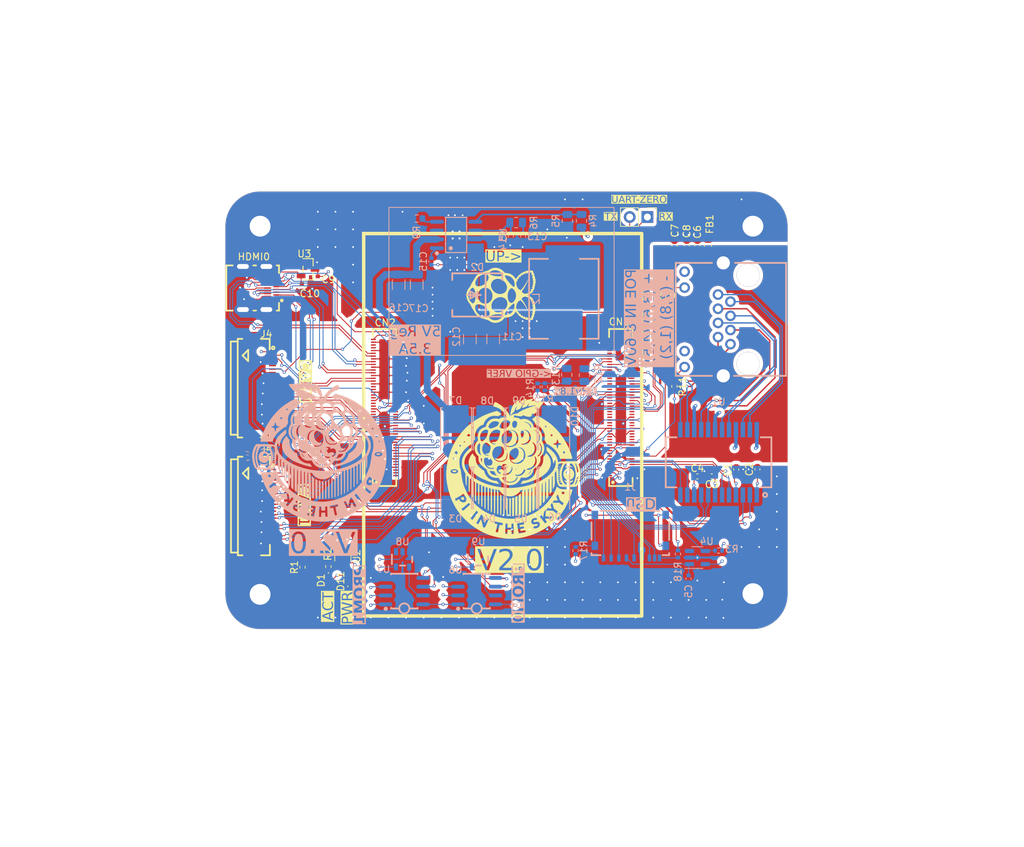
<source format=kicad_pcb>
(kicad_pcb (version 20240108) (generator "pcbnew") (generator_version "8.0")
  (layers (0 "F.Cu" signal "F.Cu.UpperSignal") (1 "In1.Cu" signal "In1.Cu.GroundReturn") (2 "In2.Cu" signal "In2.Cu.Power") (3 "In3.Cu" signal "In3.Cu.Power") (4 "In4.Cu" signal "In4.Cu.GroundReturn") (31 "B.Cu" signal "B.Cu.LowerSignal") (34 "B.Paste" user) (35 "F.Paste" user) (36 "B.SilkS" user "B.Silkscreen") (37 "F.SilkS" user "F.Silkscreen") (38 "B.Mask" user) (39 "F.Mask" user) (44 "Edge.Cuts" user))
  (net 0 "")
  (net 1 "Net-(C1-Pad1)")
  (net 2 "GND")
  (net 3 "Net-(C2-Pad1)")
  (net 4 "Net-(C3-Pad1)")
  (net 5 "Net-(C4-Pad1)")
  (net 6 "/CM4_GPIO ( Ethernet, GPIO, SDCARD)/SD_PWR")
  (net 7 "ENET_GND")
  (net 8 "/+5v")
  (net 9 "/CM4_HighSpeed/HDMI_5v")
  (net 10 "/CM4_HighSpeed/CAM0_D0_N")
  (net 11 "/CM4_HighSpeed/CAM0_D0_P")
  (net 12 "/CM4_HighSpeed/CAM0_D1_N")
  (net 13 "/CM4_HighSpeed/CAM0_D1_P")
  (net 14 "/CM4_HighSpeed/CAM0_C_N")
  (net 15 "/CM4_HighSpeed/CAM0_C_P")
  (net 18 "/CM4_HighSpeed/CAM_GPIO")
  (net 19 "/+3.3v")
  (net 20 "/CM4_HighSpeed/CAM1_D0_N")
  (net 21 "/CM4_HighSpeed/CAM1_D0_P")
  (net 22 "/CM4_HighSpeed/CAM1_D1_N")
  (net 23 "/CM4_HighSpeed/CAM1_D1_P")
  (net 24 "/CM4_HighSpeed/CAM1_C_N")
  (net 25 "/CM4_HighSpeed/CAM1_C_P")
  (net 26 "/CM4_HighSpeed/CAM1_D2_N")
  (net 27 "/CM4_HighSpeed/CAM1_D2_P")
  (net 28 "/CM4_HighSpeed/CAM1_D3_N")
  (net 29 "/CM4_HighSpeed/CAM1_D3_P")
  (net 30 "/CM4_HighSpeed/SCL0")
  (net 31 "/CM4_HighSpeed/SDA0")
  (net 32 "Net-(D1-K)")
  (net 33 "/CM4_GPIO ( Ethernet, GPIO, SDCARD)/ActivityLED")
  (net 34 "Net-(D11-K)")
  (net 35 "Net-(R2-Pad2)")
  (net 36 "/CM4_GPIO ( Ethernet, GPIO, SDCARD)/SD_PWR_ON")
  (net 37 "Net-(J1-DET_A)")
  (net 38 "/CM4_GPIO ( Ethernet, GPIO, SDCARD)/Reserved")
  (net 39 "Net-(J1-DET_B)")
  (net 40 "/CM4_GPIO ( Ethernet, GPIO, SDCARD)/nPWR_LED")
  (net 42 "/CM4_GPIO ( Ethernet, GPIO, SDCARD)/GPIO21")
  (net 43 "/CM4_GPIO ( Ethernet, GPIO, SDCARD)/GPIO20")
  (net 44 "/CM4_GPIO ( Ethernet, GPIO, SDCARD)/GPIO16")
  (net 45 "/CM4_GPIO ( Ethernet, GPIO, SDCARD)/GPIO12")
  (net 46 "/CM4_GPIO ( Ethernet, GPIO, SDCARD)/ID_SC")
  (net 47 "/CM4_GPIO ( Ethernet, GPIO, SDCARD)/GPIO7")
  (net 48 "/CM4_GPIO ( Ethernet, GPIO, SDCARD)/GPIO8")
  (net 49 "/CM4_GPIO ( Ethernet, GPIO, SDCARD)/GPIO25")
  (net 50 "/CM4_GPIO ( Ethernet, GPIO, SDCARD)/GPIO24")
  (net 51 "/CM4_GPIO ( Ethernet, GPIO, SDCARD)/GPIO23")
  (net 52 "/CM4_GPIO ( Ethernet, GPIO, SDCARD)/GPIO18")
  (net 53 "/CM4_GPIO ( Ethernet, GPIO, SDCARD)/SD_CLK")
  (net 54 "/CM4_GPIO ( Ethernet, GPIO, SDCARD)/SD_DAT3")
  (net 55 "/CM4_GPIO ( Ethernet, GPIO, SDCARD)/SD_DAT0")
  (net 56 "/CM4_GPIO ( Ethernet, GPIO, SDCARD)/SD_DAT1")
  (net 57 "/CM4_GPIO ( Ethernet, GPIO, SDCARD)/SD_DAT2")
  (net 59 "/CM4_GPIO ( Ethernet, GPIO, SDCARD)/WL_nDis")
  (net 60 "/CM4_GPIO ( Ethernet, GPIO, SDCARD)/BT_nDis")
  (net 61 "/CM4_GPIO ( Ethernet, GPIO, SDCARD)/nRPIBOOT")
  (net 62 "/CM4_GPIO ( Ethernet, GPIO, SDCARD)/GLOBAL_EN")
  (net 63 "/nEXTRST")
  (net 64 "/CM4_GPIO ( Ethernet, GPIO, SDCARD)/AIN0")
  (net 65 "/CM4_GPIO ( Ethernet, GPIO, SDCARD)/AIN1")
  (net 66 "/CM4_GPIO ( Ethernet, GPIO, SDCARD)/RUN_PG")
  (net 67 "/CM4_GPIO ( Ethernet, GPIO, SDCARD)/+1.8v")
  (net 68 "/CM4_GPIO ( Ethernet, GPIO, SDCARD)/GPIO_VREF")
  (net 73 "/CM4_GPIO ( Ethernet, GPIO, SDCARD)/SD_CMD")
  (net 74 "/CM4_GPIO ( Ethernet, GPIO, SDCARD)/GPIO2")
  (net 75 "/CM4_GPIO ( Ethernet, GPIO, SDCARD)/GPIO3")
  (net 76 "/CM4_GPIO ( Ethernet, GPIO, SDCARD)/GPIO4")
  (net 77 "/CM4_GPIO ( Ethernet, GPIO, SDCARD)/GPIO17")
  (net 78 "/CM4_GPIO ( Ethernet, GPIO, SDCARD)/GPIO27")
  (net 79 "/CM4_GPIO ( Ethernet, GPIO, SDCARD)/GPIO22")
  (net 80 "/CM4_GPIO ( Ethernet, GPIO, SDCARD)/GPIO10")
  (net 81 "/CM4_GPIO ( Ethernet, GPIO, SDCARD)/GPIO9")
  (net 82 "/CM4_GPIO ( Ethernet, GPIO, SDCARD)/GPIO11")
  (net 83 "/CM4_GPIO ( Ethernet, GPIO, SDCARD)/ID_SD")
  (net 84 "/CM4_GPIO ( Ethernet, GPIO, SDCARD)/GPIO5")
  (net 85 "/CM4_GPIO ( Ethernet, GPIO, SDCARD)/GPIO6")
  (net 86 "/CM4_GPIO ( Ethernet, GPIO, SDCARD)/GPIO13")
  (net 87 "/CM4_GPIO ( Ethernet, GPIO, SDCARD)/GPIO19")
  (net 88 "/CM4_GPIO ( Ethernet, GPIO, SDCARD)/GPIO26")
  (net 89 "/CM4_GPIO ( Ethernet, GPIO, SDCARD)/EEPROM_nWP")
  (net 90 "/CM4_GPIO ( Ethernet, GPIO, SDCARD)/SYNC_OUT")
  (net 91 "/CM4_GPIO ( Ethernet, GPIO, SDCARD)/SYNC_IN")
  (net 92 "/CM4_GPIO ( Ethernet, GPIO, SDCARD)/TRD0_P")
  (net 93 "/CM4_GPIO ( Ethernet, GPIO, SDCARD)/TRD0_N")
  (net 94 "/CM4_GPIO ( Ethernet, GPIO, SDCARD)/TRD1_N")
  (net 95 "/CM4_GPIO ( Ethernet, GPIO, SDCARD)/TRD1_P")
  (net 97 "/CM4_GPIO ( Ethernet, GPIO, SDCARD)/ETH_LEDG")
  (net 98 "/CM4_GPIO ( Ethernet, GPIO, SDCARD)/ETH_LEDY")
  (net 99 "/CM4_GPIO ( Ethernet, GPIO, SDCARD)/TRD2_P")
  (net 100 "/CM4_GPIO ( Ethernet, GPIO, SDCARD)/TRD2_N")
  (net 101 "/CM4_GPIO ( Ethernet, GPIO, SDCARD)/TRD3_N")
  (net 102 "/CM4_GPIO ( Ethernet, GPIO, SDCARD)/TRD3_P")
  (net 103 "/CM4_HighSpeed/HDMI1_HOTPLUG")
  (net 104 "/CM4_HighSpeed/HDMI1_SDA")
  (net 105 "/CM4_HighSpeed/HDMI1_SCL")
  (net 106 "/CM4_HighSpeed/HDMI1_CEC")
  (net 107 "/CM4_HighSpeed/HDMI0_CEC")
  (net 108 "/CM4_HighSpeed/HDMI0_HOTPLUG")
  (net 109 "/CM4_HighSpeed/DSI0_D0_N")
  (net 110 "/CM4_HighSpeed/DSI0_D0_P")
  (net 111 "/CM4_HighSpeed/DSI0_D1_N")
  (net 112 "/CM4_HighSpeed/DSI0_D1_P")
  (net 113 "/CM4_HighSpeed/DSI0_C_N")
  (net 114 "/CM4_HighSpeed/DSI0_C_P")
  (net 115 "/CM4_HighSpeed/DSI1_D0_N")
  (net 116 "/CM4_HighSpeed/DSI1_D0_P")
  (net 117 "/CM4_HighSpeed/DSI1_D1_N")
  (net 118 "/CM4_HighSpeed/DSI1_D1_P")
  (net 119 "/CM4_HighSpeed/DSI1_C_N")
  (net 120 "/CM4_HighSpeed/DSI1_C_P")
  (net 121 "/CM4_HighSpeed/DSI1_D2_N")
  (net 122 "/CM4_HighSpeed/DSI1_D2_P")
  (net 123 "/CM4_HighSpeed/HDMI0_SDA")
  (net 124 "/CM4_HighSpeed/HDMI0_SCL")
  (net 125 "/CM4_HighSpeed/DSI1_D3_P")
  (net 126 "/CM4_HighSpeed/DSI1_D3_N")
  (net 127 "/CM4_HighSpeed/HDMI0_CK_N")
  (net 128 "/CM4_HighSpeed/HDMI0_CK_P")
  (net 129 "/CM4_HighSpeed/HDMI0_D0_N")
  (net 130 "/CM4_HighSpeed/HDMI0_D0_P")
  (net 131 "/CM4_HighSpeed/HDMI0_D1_N")
  (net 132 "/CM4_HighSpeed/HDMI0_D1_P")
  (net 133 "/CM4_HighSpeed/HDMI0_D2_N")
  (net 134 "/CM4_HighSpeed/HDMI0_D2_P")
  (net 135 "/CM4_HighSpeed/HDMI1_CK_N")
  (net 136 "/CM4_HighSpeed/HDMI1_CK_P")
  (net 137 "/CM4_HighSpeed/HDMI1_D0_N")
  (net 138 "/CM4_HighSpeed/HDMI1_D0_P")
  (net 139 "/CM4_HighSpeed/HDMI1_D1_N")
  (net 140 "/CM4_HighSpeed/HDMI1_D1_P")
  (net 141 "/CM4_HighSpeed/HDMI1_D2_N")
  (net 142 "/CM4_HighSpeed/HDMI1_D2_P")
  (net 143 "/CM4_HighSpeed/PCIE_TX_N")
  (net 144 "/CM4_HighSpeed/PCIE_TX_P")
  (net 145 "/CM4_HighSpeed/PCIE_RX_N")
  (net 146 "/CM4_HighSpeed/PCIE_RX_P")
  (net 147 "/CM4_HighSpeed/PCIE_CLK_N")
  (net 148 "/CM4_HighSpeed/PCIE_CLK_P")
  (net 151 "/CM4_HighSpeed/PCIE_CLK_nREQ")
  (net 152 "/CM4_HighSpeed/TV_OUT")
  (net 153 "/CM4_HighSpeed/PCIE_nRST")
  (net 154 "/CM4_HighSpeed/USB2_P")
  (net 155 "/CM4_HighSpeed/USB2_N")
  (net 156 "/CM4_HighSpeed/USBOTG_ID")
  (net 157 "/CM4_GPIO ( Ethernet, GPIO, SDCARD)/PoE_IN_A+")
  (net 158 "/CM4_GPIO ( Ethernet, GPIO, SDCARD)/PoE_IN_A-")
  (net 159 "/CM4_GPIO ( Ethernet, GPIO, SDCARD)/PoE_IN_B+")
  (net 160 "/CM4_GPIO ( Ethernet, GPIO, SDCARD)/PoE_IN_B-")
  (net 161 "/CM4_GPIO ( Ethernet, GPIO, SDCARD)/POE_VDD+")
  (net 162 "/CM4_GPIO ( Ethernet, GPIO, SDCARD)/BI_DA+")
  (net 163 "/CM4_GPIO ( Ethernet, GPIO, SDCARD)/BI_DA-")
  (net 164 "/CM4_GPIO ( Ethernet, GPIO, SDCARD)/BI_DB+")
  (net 165 "/CM4_GPIO ( Ethernet, GPIO, SDCARD)/BI_DC+")
  (net 167 "/CM4_GPIO ( Ethernet, GPIO, SDCARD)/BI_DB-")
  (net 169 "/CM4_GPIO ( Ethernet, GPIO, SDCARD)/BI_DD-")
  (net 170 "Net-(C13-Pad1)")
  (net 171 "Net-(U5-COMP)")
  (net 172 "Net-(U5-BOOT)")
  (net 173 "Net-(D2-K)")
  (net 174 "/PSUS/FB")
  (net 175 "Net-(U5-RT{slash}CLK)")
  (net 176 "Net-(RJ2-L-)")
  (net 177 "Net-(RJ2-R-)")
  (net 181 "/CM4_GPIO ( Ethernet, GPIO, SDCARD)/BI_DC-")
  (net 182 "/CM4_GPIO ( Ethernet, GPIO, SDCARD)/BI_DD+")
  (net 184 "/CM4_GPIO ( Ethernet, GPIO, SDCARD)/GPIO15_UART0_RXD")
  (net 185 "/CM4_GPIO ( Ethernet, GPIO, SDCARD)/GPIO14_UART0_TXD")
  (net 186 "/CM4_GPIO ( Ethernet, GPIO, SDCARD)/PROM0_WC")
  (net 187 "/CM4_GPIO ( Ethernet, GPIO, SDCARD)/PROM1_WC")
  (footprint "Resistor_SMD:R_0402_1005Metric" (layer "F.Cu") (at 457.708 147.064 -90)
    (property "Reference" "R11")
    (property "Value" "470")
  )
  (footprint "Capacitor_SMD:C_0402_1005Metric" (layer "F.Cu") (at 406.4 131.7 -90)
    (property "Reference" "C9")
    (property "Value" "100n")
  )
  (footprint "MountingHole:MountingHole_3mm" (layer "F.Cu") (at 469 124)
    (property "Reference" "REF**" (hide yes))
    (property "Value" "MountingHole_3mm")
  )
  (footprint "MountingHole:MountingHole_3mm" (layer "F.Cu") (at 398.1 177)
    (property "Reference" "REF**" (hide yes))
    (property "Value" "MountingHole_3mm")
  )
  (footprint "LED_SMD:LED_0402_1005Metric" (layer "F.Cu") (at 407.924 175.006 -90)
    (property "Reference" "D1")
    (property "Value" "LED-RED")
  )
  (footprint "PARTS:CONN-SMD_DF40C-100DS-0.4V-51" (layer "F.Cu") (at 450 150.1 -90)
    (property "Reference" "CN1")
    (property "Value" "DF40C-100DS-0.4V(51)")
  )
  (footprint "LOGO" (layer "F.Cu") (at 432.77 133.95 -90)
    (property "Reference" "UP->")
    (property "Value" "LOGO" (hide yes))
  )
  (footprint "PARTS:FPC-SMD_22P-P0.50_FH12-22S-0.5SH-55" (layer "F.Cu") (at 398.4 164.28 -90)
    (property "Reference" "J5")
    (property "Value" "Conn_01x22_Female")
  )
  (footprint "Capacitor_SMD:C_0402_1005Metric" (layer "F.Cu") (at 457.708 126.774 -90)
    (property "Reference" "C7")
    (property "Value" "100n")
  )
  (footprint "Capacitor_SMD:C_0402_1005Metric" (layer "F.Cu") (at 469.646 159.004 90)
    (property "Reference" "C2")
    (property "Value" "100n")
  )
  (footprint "Capacitor_SMD:C_0402_1005Metric" (layer "F.Cu") (at 461.01 126.746 -90)
    (property "Reference" "C6")
    (property "Value" "100n")
  )
  (footprint "MountingHole:MountingHole_3mm" (layer "F.Cu") (at 398.1 124)
    (property "Reference" "REF**" (hide yes))
    (property "Value" "MountingHole_3mm")
  )
  (footprint "Capacitor_SMD:C_0402_1005Metric" (layer "F.Cu") (at 466.598 159.032 90)
    (property "Reference" "C1")
    (property "Value" "100n")
  )
  (footprint "Capacitor_SMD:C_0402_1005Metric" (layer "F.Cu") (at 404.1 132.8 -90)
    (property "Reference" "C10")
    (property "Value" "100n")
  )
  (footprint "Connector_PinHeader_2.54mm:PinHeader_1x02_P2.54mm_Vertical" (layer "F.Cu") (at 453.815 122.682 -90)
    (property "Reference" "J2" (hide yes))
    (property "Value" "Conn_01x02_Pin")
  )
  (footprint "LOGO" (layer "F.Cu") (at 434.16 159.12)
    (property "Reference" "G***")
    (property "Value" "LOGO" (hide yes))
  )
  (footprint "Inductor_SMD:L_0603_1608Metric" (layer "F.Cu") (at 462.534 126.746 90)
    (property "Reference" "FB1")
    (property "Value" "MPZ1608D101BTA00")
  )
  (footprint "LED_SMD:LED_0402_1005Metric" (layer "F.Cu") (at 410.718 174.752 90)
    (property "Reference" "D11")
    (property "Value" "LED-Green")
  )
  (footprint "Resistor_SMD:R_0402_1005Metric" (layer "F.Cu") (at 404.2 173.1 90)
    (property "Reference" "R1")
    (property "Value" "1k")
  )
  (footprint "Resistor_SMD:R_0402_1005Metric" (layer "F.Cu") (at 407.924 173 90)
    (property "Reference" "R2")
    (property "Value" "1k")
  )
  (footprint "MountingHole:MountingHole_3mm" (layer "F.Cu") (at 469 176.9)
    (property "Reference" "REF**" (hide yes))
    (property "Value" "MountingHole_3mm")
  )
  (footprint "Capacitor_SMD:C_0402_1005Metric" (layer "F.Cu") (at 459.486 126.746 -90)
    (property "Reference" "C8")
    (property "Value" "100n")
  )
  (footprint "Capacitor_SMD:C_0402_1005Metric" (layer "F.Cu") (at 461.01 160.02)
    (property "Reference" "C4")
    (property "Value" "100n")
  )
  (footprint "Capacitor_SMD:C_0402_1005Metric" (layer "F.Cu") (at 463.07 160.02 180)
    (property "Reference" "C3")
    (property "Value" "100n")
  )
  (footprint "PARTS:FPC-SMD_22P-P0.50_FH12-22S-0.5SH-55" (layer "F.Cu") (at 398.37 147.32 -90)
    (property "Reference" "J4")
    (property "Value" "Conn_01x22_Female")
  )
  (footprint "PARTS:SOT-23-3_L2.9-W1.3-P1.90-LS2.4-BR" (layer "F.Cu") (at 405 130.2 180)
    (property "Reference" "U3")
    (property "Value" "AP2331SA-7")
  )
  (footprint "PARTS:HDMI-SMD_HDMI-101S" (layer "F.Cu") (at 398.02 132.9 -90)
    (property "Reference" "HDMI0")
    (property "Value" "HDMI-101S")
  )
  (footprint "Package_TO_SOT_SMD:SOT-353_SC-70-5" (layer "F.Cu") (at 410 171.5 -90)
    (property "Reference" "U2")
    (property "Value" "74LVC1G07SE-7")
  )
  (footprint "Resistor_SMD:R_0402_1005Metric" (layer "F.Cu") (at 456.438 132.842 180)
    (property "Reference" "R10")
    (property "Value" "470")
  )
  (footprint "PARTS:CONN-SMD_DF40C-100DS-0.4V-51" (layer "F.Cu") (at 416 150.1 -90)
    (property "Reference" "CN2")
    (property "Value" "DF40C-100DS-0.4V(51)")
  )
  (footprint "Resistor_SMD:R_0805_2012Metric" (layer "B.Cu") (at 442.3 123.232 -90)
    (property "Reference" "R5")
    (property "Value" "10.2k")
  )
  (footprint "Capacitor_SMD:C_0402_1005Metric" (layer "B.Cu") (at 459.74 174.752 -90)
    (property "Reference" "C5")
    (property "Value" "10u")
  )
  (footprint "PARTS:TO-277A_L4.7-W6.1-LS6.6-TR" (layer "B.Cu") (at 426.3 153.99 -90)
    (property "Reference" "D7")
    (property "Value" "SB10100L")
  )
  (footprint "Resistor_SMD:R_0402_1005Metric" (layer "B.Cu") (at 438.01 147.14 90)
    (property "Reference" "R14")
    (property "Value" "2.2k")
  )
  (footprint "Capacitor_SMD:C_1206_3216Metric" (layer "B.Cu") (at 420.632 132.425 -90)
    (property "Reference" "C17")
    (property "Value" "2.2u")
  )
  (footprint "Resistor_SMD:R_0402_1005Metric" (layer "B.Cu") (at 464.058 170.688 180)
    (property "Reference" "R3")
    (property "Value" "12k")
  )
  (footprint "PARTS:SOIC-8_L5.0-W4.0-P1.27-LS6.0-BL-EP2.0" (layer "B.Cu") (at 426.298 125.264 90)
    (property "Reference" "U5")
    (property "Value" "TPS54360BDDAR")
  )
  (footprint "PARTS:TO-277A_L4.7-W6.1-LS6.6-TR" (layer "B.Cu") (at 431 162.5 -90)
    (property "Reference" "D4")
    (property "Value" "SB10100L")
  )
  (footprint "Resistor_SMD:R_0805_2012Metric" (layer "B.Cu") (at 434.934 123.486)
    (property "Reference" "R6")
    (property "Value" "13k")
  )
  (footprint "PARTS:TO-277A_L4.7-W6.1-LS6.6-TR" (layer "B.Cu") (at 435.7 162.5 -90)
    (property "Reference" "D5")
    (property "Value" "SB10100L")
  )
  (footprint "PARTS:TF-SMD_TF-018" (layer "B.Cu") (at 451.358 168.656 180)
    (property "Reference" "J1")
    (property "Value" "Micro_SD_Card_Det")
  )
  (footprint "PARTS:TO-277A_L4.7-W6.1-LS6.6-TR" (layer "B.Cu") (at 440.4 162.5 -90)
    (property "Reference" "D6")
    (property "Value" "SB10100L")
  )
  (footprint "PARTS:TO-277A_L4.7-W6.1-LS6.6-TR" (layer "B.Cu") (at 431 154 -90)
    (property "Reference" "D8")
    (property "Value" "SB10100L")
  )
  (footprint "PARTS:SOIC-8_L5.0-W4.0-P1.27-LS6.0-BL" (layer "B.Cu") (at 429.26 176.53 90)
    (property "Reference" "U6")
    (property "Value" "M24C64-WMN6TP")
  )
  (footprint "Resistor_SMD:R_0805_2012Metric" (layer "B.Cu") (at 442.214 145.3915 -90)
    (property "Reference" "R13")
    (property "Value" "nf")
  )
  (footprint "Resistor_SMD:R_0402_1005Metric" (layer "B.Cu") (at 458.216 171.196 -90)
    (property "Reference" "R18")
    (property "Value" "nf")
  )
  (footprint "PARTS:TO-277A_L4.7-W6.1-LS6.6-TR" (layer "B.Cu") (at 440.4 154 -90)
    (property "Reference" "D10")
    (property "Value" "SB10100L")
  )
  (footprint "Resistor_SMD:R_0805_2012Metric" (layer "B.Cu") (at 444.754 145.4385 -90)
    (property "Reference" "R12")
    (property "Value" "0R")
  )
  (footprint "Capacitor_SMD:C_0402_1005Metric" (layer "B.Cu") (at 422.742 129.074 -90)
    (property "Reference" "C15")
    (property "Value" "0.1u")
  )
  (footprint "Capacitor_SMD:C_1206_3216Metric" (layer "B.Cu") (at 418.032 132.425 -90)
    (property "Reference" "C16")
    (property "Value" "2.2u")
  )
  (footprint "PARTS:SOIC-8_L5.0-W4.0-P1.27-LS6.0-BL" (layer "B.Cu") (at 418.846 176.53 90)
    (property "Reference" "U7")
    (property "Value" "M24C64-WMN6TP")
  )
  (footprint "PARTS:SMC_L7.1-W6.2-LS8.1-RD" (layer "B.Cu") (at 429.346 133.9 180)
    (property "Reference" "D2")
    (property "Value" "B560C-13-F")
  )
  (footprint "Resistor_SMD:R_0402_1005Metric" (layer "B.Cu") (at 443.484 170.688 90)
    (property "Reference" "R17")
    (property "Value" "nf")
  )
  (footprint "LOGO" (layer "B.Cu") (at 407.005222 156.66 180)
    (property "Reference" "G***")
    (property "Value" "LOGO" (hide yes))
  )
  (footprint "PARTS:SOT-23-5_L2.9-W1.6-P0.95-LS2.8-BR" (layer "B.Cu") (at 418.592 171.958 90)
    (property "Reference" "U8")
    (property "Value" "74LVC1G125GV-TP")
  )
  (footprint "Resistor_SMD:R_0603_1608Metric" (layer "B.Cu") (at 420.632 122.9 180)
    (property "Reference" "R9")
    (property "Value" "162k")
  )
  (footprint "Capacitor_SMD:C_1206_3216Metric" (layer "B.Cu") (at 431.632 140.25 90)
    (property "Reference" "C11")
    (property "Value" "47u")
  )
  (footprint "PARTS:SOT-23-5_L2.9-W1.6-P0.95-LS2.8-BR" (layer "B.Cu") (at 429.514 171.958 90)
    (property "Reference" "U9")
    (property "Value" "74LVC1G125GV-TP")
  )
  (footprint "PARTS:TO-277A_L4.7-W6.1-LS6.6-TR" (layer "B.Cu") (at 426.3 162.5 -90)
    (property "Reference" "D3")
    (property "Value" "SB10100L")
  )
  (footprint "PARTS:IND-SMD_L11.5-W10.0_FXL1040" (layer "B.Cu") (at 441.8 134.45 -90)
    (property "Reference" "L2")
    (property "Value" "FXL1040-8R2-M")
  )
  (footprint "PARTS:RJ45-TH_R-RJ45R08P-C000" (layer "B.Cu") (at 462.471 137.414 -90)
    (property "Reference" "RJ2")
    (property "Value" "R-RJ45R08P-C000")
  )
  (footprint "Resistor_SMD:R_0805_2012Metric" (layer "B.Cu") (at 444.332 123.232 90)
    (property "Reference" "R4")
    (property "Value" "53.6k")
  )
  (footprint "Capacitor_SMD:C_0402_1005Metric" (layer "B.Cu") (at 434.172 125.49 -90)
    (property "Reference" "C14")
    (property "Value" "39p")
  )
  (footprint "Capacitor_SMD:C_0402_1005Metric" (layer "B.Cu") (at 435.95 125.49 -90)
    (property "Reference" "C13")
    (property "Value" "6800p")
  )
  (footprint "PARTS:SMD-24_L15.1-W7.1-P1.00-LS10.0-BL" (layer "B.Cu") (at 464.058 157.988 180)
    (property "Reference" "U1")
    (property "Value" "QG2439S")
  )
  (footprint "Resistor_SMD:R_0402_1005Metric" (layer "B.Cu") (at 439.06 147.13 90)
    (property "Reference" "R15")
    (property "Value" "2.2k")
  )
  (footprint "PARTS:TO-277A_L4.7-W6.1-LS6.6-TR" (layer "B.Cu") (at 435.7 154 -90)
    (property "Reference" "D9")
    (property "Value" "SB10100L")
  )
  (footprint "Capacitor_SMD:C_1206_3216Metric" (layer "B.Cu") (at 428.282 140.25 90)
    (property "Reference" "C12")
    (property "Value" "47u")
  )
  (footprint "Package_TO_SOT_SMD:SOT-23-5" (layer "B.Cu") (at 461.01 171.704)
    (property "Reference" "U4")
    (property "Value" "RT9742GGJ5")
  )
  (gr_rect (start 416.632 121.3) (end 449.032 142.6) (stroke (width 0.12)) (fill none) (layer "B.SilkS"))
  (gr_rect (start 413 125.06) (end 453 180.11) (stroke (width 0.5)) (fill none) (layer "F.SilkS"))
  (gr_arc (start 469 119) (mid 472.535534 120.464466) (end 474 124) (stroke (width 0.05)) (layer "Edge.Cuts"))
  (gr_arc (start 393.1 124) (mid 394.564466 120.464466) (end 398.1 119) (stroke (width 0.05)) (layer "Edge.Cuts"))
  (gr_line (start 398.1 182) (end 469 182) (stroke (width 0.05)) (layer "Edge.Cuts"))
  (gr_line (start 474 177) (end 474 124) (stroke (width 0.05)) (layer "Edge.Cuts"))
  (gr_line (start 393.1 124) (end 393.1 177) (stroke (width 0.05)) (layer "Edge.Cuts"))
  (gr_arc (start 398.1 182) (mid 394.564466 180.535534) (end 393.1 177) (stroke (width 0.05)) (layer "Edge.Cuts"))
  (gr_line (start 469 119) (end 398.1 119) (stroke (width 0.05)) (layer "Edge.Cuts"))
  (gr_arc (start 474 177) (mid 472.535534 180.535534) (end 469 182) (stroke (width 0.05)) (layer "Edge.Cuts"))
  (gr_text "5V Reg\n3.5A" (at 420.4 140.49 0) (layer "B.SilkS" knockout) (effects (font (size 1.5 1.5)) (justify mirror)))
  (gr_text "<-GPIO VREF" (at 435.356 145.288 0) (layer "B.SilkS" knockout) (effects (font (size 1 1)) (justify mirror)))
  (gr_text "PROM1" (at 412.496 177.038 90) (layer "B.SilkS" knockout) (effects (font (size 1.5 1.5) (thickness 0.3) (bold yes)) (justify mirror)))
  (gr_text "V2.0" (at 407.065222 169.82 -0) (layer "B.SilkS" knockout) (effects (font (size 3 3)) (justify mirror)))
  (gr_text "3.3v" (at 445.008 147.828 0) (layer "B.SilkS" knockout) (effects (font (size 1 1)) (justify mirror)))
  (gr_text "uSD" (at 452.882 163.83 180) (layer "B.SilkS" knockout) (effects (font (size 1.5 1.5)) (justify mirror)))
  (gr_text "PROM0" (at 435.356 176.784 90) (layer "B.SilkS" knockout) (effects (font (size 1.5 1.5) (thickness 0.3) (bold yes)) (justify mirror)))
  (gr_text "1.8v" (at 441.96 147.828 0) (layer "B.SilkS" knockout) (effects (font (size 1 1)) (justify mirror)))
  (gr_text "POE IN 8-60V\n+ (3,6) (4,5)\n- (7,8) (1,2)" (at 454.06 137.16 90) (layer "B.SilkS" knockout) (effects (font (size 1.5 1.5)) (justify mirror)))
  (gr_text "RX" (at 456.438 122.682 0) (layer "F.SilkS" knockout) (effects (font (size 1 1))))
  (gr_text "PWR" (at 410.74 178.98 90) (layer "F.SilkS" knockout) (effects (font (size 1.5 1.5) (thickness 0.3))))
  (gr_text "UART-ZERO" (at 452.628 120.22 0) (layer "F.SilkS" knockout) (effects (font (size 1 1))))
  (gr_text "ACT" (at 407.96 178.74 90) (layer "F.SilkS" knockout) (effects (font (size 1.5 1.5) (thickness 0.3))))
  (gr_text "V2.0" (at 434.1 172.28 0) (layer "F.SilkS" knockout) (effects (font (size 3 3))))
  (gr_text "CAM0" (at 404.48 146.35 -90) (layer "F.SilkS" knockout) (effects (font (size 1.5 1.5))))
  (gr_text "CAM1" (at 404.31 164.18 -90) (layer "F.SilkS" knockout) (effects (font (size 1.5 1.5))))
  (gr_text "TX" (at 448.564 122.682 0) (layer "F.SilkS" knockout) (effects (font (size 1 1))))
  (segment (start 466.598 159.512) (end 466.344 159.766) (width 0.127) (layer "F.Cu") (net 1))
  (segment (start 466.344 160.782) (end 466.598 161.036) (width 0.127) (layer "F.Cu") (net 1))
  (segment (start 466.344 159.766) (end 466.344 160.782) (width 0.127) (layer "F.Cu") (net 1))
  (via (at 466.598 161.036) (size 0.45) (drill 0.25) (layers "F.Cu" "B.Cu") (net 1))
  (segment (start 466.558 161.076) (end 466.598 161.036) (width 0.127) (layer "B.Cu") (net 1))
  (segment (start 466.558 162.688) (end 466.558 161.076) (width 0.127) (layer "B.Cu") (net 1))
  (segment (start 450.805 145.542) (end 449.58 145.542) (width 0.127) (layer "F.Cu") (net 2))
  (segment (start 416.61 158.7) (end 417.6 158.7) (width 0.147) (layer "F.Cu") (net 2))
  (segment (start 399.91 165.03) (end 398.27 165.03) (width 0.13) (layer "F.Cu") (net 2))
  (segment (start 451.6 148.3) (end 448.4 148.3) (width 0.127) (layer "F.Cu") (net 2))
  (segment (start 417.6 156.3) (end 415.5 156.3) (width 0.147) (layer "F.Cu") (net 2))
  (segment (start 448.75 153.9) (end 449.7 154.85) (width 0.147) (layer "F.Cu") (net 2))
  (segment (start 416.052 152.806) (end 415.946 152.7) (width 0.13) (layer "F.Cu") (net 2))
  (segment (start 451.6 145.9) (end 451.163 145.9) (width 0.127) (layer "F.Cu") (net 2))
  (segment (start 415.2 147.9) (end 417.6 147.9) (width 0.147) (layer "F.Cu") (net 2))
  (segment (start 451.242 151.5) (end 451.6 151.5) (width 0.147) (layer "F.Cu") (net 2))
  (segment (start 462.026 160.02) (end 462.026 159.258) (width 0.127) (layer "F.Cu") (net 2))
  (segment (start 397.372 133.096) (end 397.568 132.9) (width 0.13) (layer "F.Cu") (net 2))
  (segment (start 398.27 165.03) (end 398.2 165.1) (width 0.13) (layer "F.Cu") (net 2))
  (segment (start 399.88 152.57) (end 398.54 152.57) (width 0.13) (layer "F.Cu") (net 2))
  (segment (start 395.224 132.842) (end 395.478 133.096) (width 0.13) (layer "F.Cu") (net 2))
  (segment (start 418.9 141.9) (end 419 141.8) (width 0.147) (layer "F.Cu") (net 2))
  (segment (start 398.45 145.1) (end 398.45 145.18) (width 0.13) (layer "F.Cu") (net 2))
  (segment (start 399.88 148.07) (end 398.5 148.07) (width 0.13) (layer "F.Cu") (net 2))
  (segment (start 417.6 143.1) (end 419.1 143.1) (width 0.147) (layer "F.Cu") (net 2))
  (segment (start 450.005991 156.9) (end 450.077991 156.972) (width 0.147) (layer "F.Cu") (net 2))
  (segment (start 399.88 143.57) (end 398.18 143.56) (width 0.13) (layer "F.Cu") (net 2))
  (segment (start 399.91 166.53) (end 398.36 166.53) (width 0.13) (layer "F.Cu") (net 2))
  (segment (start 450.342 152.4) (end 449.842 151.9) (width 0.147) (layer "F.Cu") (net 2))
  (segment (start 396.99397 131.4) (end 396.2 131.4) (width 0.13) (layer "F.Cu") (net 2))
  (segment (start 417.6 144.3) (end 418.9 144.3) (width 0.147) (layer "F.Cu") (net 2))
  (segment (start 414.4 146.7) (end 417.6 146.7) (width 0.147) (layer "F.Cu") (net 2))
  (segment (start 414.4 140.7) (end 417.6 140.7) (width 0.147) (layer "F.Cu") (net 2))
  (segment (start 450.605991 157.5) (end 451.6 157.5) (width 0.147) (layer "F.Cu") (net 2))
  (segment (start 449.58 145.542) (end 448.442 145.542) (width 0.127) (layer "F.Cu") (net 2))
  (segment (start 414.75 155.1) (end 415.5 155.85) (width 0.147) (layer "F.Cu") (net 2))
  (segment (start 448.4 140.7) (end 447 140.7) (width 0.147) (layer "F.Cu") (net 2))
  (segment (start 451.154 158.7) (end 451.6 158.7) (width 0.147) (layer "F.Cu") (net 2))
  (segment (start 399.91 169.53) (end 398.37 169.53) (width 0.13) (layer "F.Cu") (net 2))
  (segment (start 450.9295 158.9245) (end 451.154 158.7) (width 0.147) (layer "F.Cu") (net 2))
  (segment (start 418.9 145.5) (end 419.3 145.1) (width 0.147) (layer "F.Cu") (net 2))
  (segment (start 417.6 141.9) (end 418.9 141.9) (width 0.147) (layer "F.Cu") (net 2))
  (segment (start 416.306 159.004) (end 416.61 158.7) (width 0.147) (layer "F.Cu") (net 2))
  (segment (start 417.6 153.9) (end 416.337991 153.9) (width 0.147) (layer "F.Cu") (net 2))
  (segment (start 414.870009 150.3) (end 415.446009 150.876) (width 0.147) (layer "F.Cu") (net 2))
  (segment (start 398.36 166.53) (end 398.3 166.59) (width 0.13) (layer "F.Cu") (net 2))
  (segment (start 448.4 147.1) (end 449.546 147.1) (width 0.127) (layer "F.Cu") (net 2))
  (segment (start 405.3 133.28) (end 405.58 133) (width 0.13) (layer "F.Cu") (net 2))
  (segment (start 417.25 155.1) (end 416.05 156.3) (width 0.147) (layer "F.Cu") (net 2))
  (segment (start 401.70603 132.3) (end 400.41 132.3) (width 0.13) (layer "F.Cu") (net 2))
  (segment (start 416.894 152.806) (end 417 152.7) (width 0.147) (layer "F.Cu") (net 2))
  (segment (start 450 154.75) (end 450 155.4715) (width 0.147) (layer "F.Cu") (net 2))
  (segment (start 451.6 153.5) (end 451.25 153.5) (width 0.147) (layer "F.Cu") (net 2))
  (segment (start 417.6 149.1) (end 419.4 149.1) (width 0.147) (layer "F.Cu") (net 2))
  (segment (start 403.88 133.5) (end 404.1 133.28) (width 0.13) (layer "F.Cu") (net 2))
  (segment (start 450.088 156.972) (end 450.088 156.982009) (width 0.147) (layer "F.Cu") (net 2))
  (segment (start 415.946 152.7) (end 414.4 152.7) (width 0.13) (layer "F.Cu") (net 2))
  (segment (start 451.6 155.5) (end 451.5715 155.4715) (width 0.147) (layer "F.Cu") (net 2))
  (segment (start 398.48 148.09) (end 398.46 148.11) (width 0.13) (layer "F.Cu") (net 2))
  (segment (start 447.4 155.9) (end 447.2 156.1) (width 0.147) (layer "F.Cu") (net 2))
  (segment (start 414.4 149.1) (end 414.737794 149.1) (width 0.147) (layer "F.Cu") (net 2))
  (segment (start 451.5715 155.4715) (end 450 155.4715) (width 0.147) (layer "F.Cu") (net 2))
  (segment (start 398.17 143.57) (end 398.15 143.55) (width 0.13) (layer "F.Cu") (net 2))
  (segment (start 397.29397 131.7) (end 396.99397 131.4) (width 0.13) (layer "F.Cu") (net 2))
  (segment (start 406.25 129.25) (end 406.3 129.2) (width 0.13) (layer "F.Cu") (net 2))
  (segment (start 399.91 162.03) (end 398.4 162.03) (width 0.13) (layer "F.Cu") (net 2))
  (segment (start 468.856 158.524) (end 468.376 159.004) (width 0.127) (layer "F.Cu") (net 2))
  (segment (start 416.56 150.876) (end 415.544 150.876) (width 0.147) (layer "F.Cu") (net 2))
  (segment (start 398.446985 134.1) (end 398.046985 134.5) (width 0.13) (layer "F.Cu") (net 2))
  (segment (start 398.046985 134.5) (end 395.8 134.5) (width 0.13) (layer "F.Cu") (net 2))
  (segment (start 399.88 146.57) (end 398.61 146.57) (width 0.13) (layer "F.Cu") (net 2))
  (segment (start 448.452485 158.752485) (end 450.090485 158.752485) (width 0.147) (layer "F.Cu") (net 2))
  (segment (start 398.54 152.57) (end 398.44 152.47) (width 0.13) (layer "F.Cu") (net 2))
  (segment (start 462.026 160.02) (end 461.49 160.02) (width 0.127) (layer "F.Cu") (net 2))
  (segment (start 398.33 149.57) (end 398.32 149.58) (width 0.13) (layer "F.Cu") (net 2))
  (segment (start 462.59 160.02) (end 462.026 160.02) (width 0.127) (layer "F.Cu") (net 2))
  (segment (start 448.4 157.5) (end 448.75 157.5) (width 0.147) (layer "F.Cu") (net 2))
  (segment (start 395.478 133.096) (end 397.372 133.096) (width 0.13) (layer "F.Cu") (net 2))
  (segment (start 448.4 158.7) (end 448.452485 158.752485) (width 0.147) (layer "F.Cu") (net 2))
  (segment (start 448.4 159.9) (end 447.6 159.9) (width 0.147) (layer "F.Cu") (net 2))
  (segment (start 448.4 149.9) (end 447.588 149.9) (width 0.127) (layer "F.Cu") (net 2))
  (segment (start 448.4 148.3) (end 447.923 148.3) (width 0.127) (layer "F.Cu") (net 2))
  (segment (start 415.273991 153.9) (end 414.4 153.9) (width 0.147) (layer "F.Cu") (net 2))
  (segment (start 448.4 155.9) (end 449 155.9) (width 0.147) (layer "F.Cu") (net 2))
  (segment (start 419.1 143.1) (end 419.2 143) (width 0.147) (layer "F.Cu") (net 2))
  (segment (start 450.342 152.4) (end 451.242 151.5) (width 0.147) (layer "F.Cu") (net 2))
  (segment (start 397.568 132.9) (end 399.19 132.9) (width 0.13) (layer "F.Cu") (net 2))
  (segment (start 452.374 160.274) (end 451.974 160.274) (width 0.147) (layer "F.Cu") (net 2))
  (segment (start 398.38 151.07) (end 398.36 151.09) (width 0.13) (layer "F.Cu") (net 2))
  (segment (start 450 155.4715) (end 449.7 155.4715) (width 0.147) (layer "F.Cu") (net 2))
  (segment (start 414.4 141.9) (end 417.6 141.9) (width 0.147) (layer "F.Cu") (net 2))
  (segment (start 398.48 145.07) (end 398.45 145.1) (width 0.13) (layer "F.Cu") (net 2))
  (segment (start 451.6 158.7) (end 453.086 158.7) (width 0.13) (layer "F.Cu") (net 2))
  (segment (start 415.5 155.85) (end 415.5 156.3) (width 0.147) (layer "F.Cu") (net 2))
  (segment (start 414.737794 149.1) (end 415.2 148.637794) (width 0.147) (layer "F.Cu") (net 2))
  (segment (start 451.6 147.1) (end 449.614 147.1) (width 0.127) (layer "F.Cu") (net 2))
  (segment (start 448.4 155.9) (end 447.4 155.9) (width 0.147) (layer "F.Cu") (net 2))
  (segment (start 451.974 160.274) (end 451.6 159.9) (width 0.147) (layer "F.Cu") (net 2))
  (segment (start 417.6 157.5) (end 416.052 157.5) (width 0.147) (layer "F.Cu") (net 2))
  (segment (start 448.4 153.9) (end 448.75 153.9) (width 0.147) (layer "F.Cu") (net 2))
  (segment (start 448.442 145.542) (end 448.4 145.5) (width 0.127) (layer "F.Cu") (net 2))
  (segment (start 414.4 156.3) (end 415.798 156.3) (width 0.147) (layer "F.Cu") (net 2))
  (segment (start 398.41 160.72) (end 398.41 160.75) (width 0.13) (layer "F.Cu") (net 2))
  (segment (start 399.19 134.1) (end 398.446985 134.1) (width 0.13) (layer "F.Cu") (net 2))
  (segment (start 414.4 143.1) (end 417.6 143.1) (width 0.147) (layer "F.Cu") (net 2))
  (segment (start 449.4285 155.4715) (end 449 155.9) (width 0.147) (layer "F.Cu") (net 2))
  (segment (start 417.6 146.7) (end 418.8 146.7) (width 0.147) (layer "F.Cu") (net 2))
  (segment (start 418.8 146.7) (end 419.2 146.3) (width 0.147) (layer "F.Cu") (net 2))
  (segment (start 467.614 159.004) (end 467.05 159.004) (width 0.127) (layer "F.Cu") (net 2))
  (segment (start 405.58 133) (end 405.6 133) (width 0.13) (layer "F.Cu") (net 2))
  (segment (start 414.4 155.1) (end 414.75 155.1) (width 0.147) (layer "F.Cu") (net 2))
  (segment (start 399.88 145.07) (end 398.48 145.07) (width 0.13) (layer "F.Cu") (net 2))
  (segment (start 399.19 131.7) (end 397.29397 131.7) (width 0.13) (layer "F.Cu") (net 2))
  (segment (start 398.41 160.75) (end 398.42 160.74) (width 0.13) (layer "F.Cu") (net 2))
  (segment (start 398.35 149.62) (end 398.33 149.57) (width 0.13) (layer "F.Cu") (net 2))
  (segment (start 450 156.9) (end 450.005991 156.9) (width 0.147) (layer "F.Cu") (net 2))
  (segment (start 398.57 146.61) (end 398.55 146.63) (width 0.13) (layer "F.Cu") (net 2))
  (segment (start 450.088 156.982009) (end 450.605991 157.5) (width 0.147) (layer "F.Cu") (net 2))
  (segment (start 398.59 146.61) (end 398.57 146.61) (width 0.13) (layer "F.Cu") (net 2))
  (segment (start 450.090485 158.752485) (end 450.2625 158.9245) (width 0.147) (layer "F.Cu") (net 2))
  (segment (start 402.8 131.2) (end 402.22603 131.77397) (width 0.13) (layer "F.Cu") (net 2))
  (segment (start 449.546 147.1) (end 449.58 147.066) (width 0.127) (layer "F.Cu") (net 2))
  (segment (start 414.4 147.9) (end 415.2 147.9) (width 0.147) (layer "F.Cu") (net 2))
  (segment (start 450.2625 158.9245) (end 450.9295 158.9245) (width 0.147) (layer "F.Cu") (net 2))
  (segment (start 414.92 151.5) (end 414.4 151.5) (width 0.147) (layer "F.Cu") (net 2))
  (segment (start 417.6 155.1) (end 417.25 155.1) (width 0.147) (layer "F.Cu") (net 2))
  (segment (start 398.36 151.13) (end 398.32 151.13) (width 0.13) (layer "F.Cu") (net 2))
  (segment (start 398.18 143.56) (end 398.17 143.57) (width 0.13) (layer "F.Cu") (net 2))
  (segment (start 399.91 163.53) (end 398.43 163.53) (width 0.13) (layer "F.Cu") (net 2))
  (segment (start 409.35 169.35) (end 409.2 169.2) (width 0.13) (layer "F.Cu") (net 2))
  (segment (start 448.837 149.9) (end 448.4 149.9) (width 0.127) (layer "F.Cu") (net 2))
  (segment (start 449 155.9) (end 450 156.9) (width 0.147) (layer "F.Cu") (net 2))
  (segment (start 399.88 149.57) (end 398.35 149.62) (width 0.13) (layer "F.Cu") (net 2))
  (segment (start 398.37 145.18) (end 398.35 145.2) (width 0.13) (layer "F.Cu") (net 2))
  (segment (start 414.4 150.3) (end 414.870009 150.3) (width 0.147) (layer "F.Cu") (net 2))
  (segment (start 402.22603 131.77397) (end 402.22603 131.78) (width 0.13) (layer "F.Cu") (net 2))
  (segment (start 448.75 157.5) (end 449.35 156.9) (width 0.147) (layer "F.Cu") (net 2))
  (segment (start 415.544 150.876) (end 414.92 151.5) (width 0.147) (layer "F.Cu") (net 2))
  (segment (start 450.077991 156.972) (end 450.088 156.972) (width 0.147) (layer "F.Cu") (net 2))
  (segment (start 398.4 162.03) (end 398.39 162.02) (width 0.13) (layer "F.Cu") (net 2))
  (segment (start 415.805991 154.432) (end 415.273991 153.9) (width 0.147) (layer "F.Cu") (net 2))
  (segment (start 417.6 140.7) (end 418.7 140.7) (width 0.147) (layer "F.Cu") (net 2))
  (segment (start 414.4 157.5) (end 416.052 157.5) (width 0.147) (layer "F.Cu") (net 2))
  (segment (start 402.22603 131.78) (end 401.70603 132.3) (width 0.13) (layer "F.Cu") (net 2))
  (segment (start 447.588 149.9) (end 447.294 149.606) (width 0.127) (layer "F.Cu") (net 2))
  (segment (start 415.2 148.637794) (end 415.2 147.9) (width 0.147) (layer "F.Cu") (net 2))
  (segment (start 398.45 145.18) (end 398.37 145.18) (width 0.13) (layer "F.Cu") (net 2))
  (segment (start 398.61 146.57) (end 398.59 146.59) (width 0.13) (layer "F.Cu") (net 2))
  (segment (start 404.1 133.28) (end 405.3 133.28) (width 0.13) (layer "F.Cu") (net 2))
  (segment (start 405.6 133) (end 405.6 132.98) (width 0.13) (layer "F.Cu") (net 2))
  (segment (start 417 152.7) (end 417.6 152.7) (width 0.147) (layer "F.Cu") (net 2))
  (segment (start 399.88 151.07) (end 398.38 151.07) (width 0.13) (layer "F.Cu") (net 2))
  (segment (start 451.163 145.9) (end 450.805 145.542) (width 0.127) (layer "F.Cu") (net 2))
  (segment (start 400.41 133.5) (end 403.88 133.5) (width 0.13) (layer "F.Cu") (net 2))
  (segment (start 418.9 144.3) (end 419.1 144.1) (width 0.147) (layer "F.Cu") (net 2))
  (segment (start 449.7 154.85) (end 449.7 155.4715) (width 0.147) (layer "F.Cu") (net 2))
  (segment (start 398.37 169.53) (end 398.21 169.69) (width 0.13) (layer "F.Cu") (net 2))
  (segment (start 415.446009 150.876) (end 416.56 150.876) (width 0.147) (layer "F.Cu") (net 2))
  (segment (start 398.36 151.09) (end 398.36 151.13) (width 0.13) (layer "F.Cu") (net 2))
  (segment (start 398.44 160.72) (end 398.41 160.72) (width 0.13) (layer "F.Cu") (net 2))
  (segment (start 399.91 168.03) (end 398.33 168.03) (width 0.13) (layer "F.Cu") (net 2))
  (segment (start 417.6 147.9) (end 419.1 147.9) (width 0.147) (layer "F.Cu") (net 2))
  (segment (start 416.002 158.7) (end 416.306 159.004) (width 0.147) (layer "F.Cu") (net 2))
  (segment (start 398.43 163.53) (end 398.39 163.57) (width 0.13) (layer "F.Cu") (net 2))
  (segment (start 467.05 159.004) (end 466.598 158.552) (width 0.127) (layer "F.Cu") (net 2))
  (segment (start 405.6 132.98) (end 406.4 132.18) (width 0.13) (layer "F.Cu") (net 2))
  (segment (start 398.63 160.53) (end 398.44 160.72) (width 0.13) (layer "F.Cu") (net 2))
  (segment (start 449.237 149.5) (end 448.837 149.9) (width 0.127) (layer "F.Cu") (net 2))
  (segment (start 414.4 144.3) (end 417.6 144.3) (width 0.147) (layer "F.Cu") (net 2))
  (segment (start 409.35 170.55) (end 409.35 169.35) (width 0.13) (layer "F.Cu") (net 2))
  (segment (start 399.1 132.9) (end 399.19 132.9) (width 0.13) (layer "F.Cu") (net 2))
  (segment (start 399.91 160.53) (end 398.63 160.53) (width 0.13) (layer "F.Cu") (net 2))
  (segment (start 398.59 146.59) (end 398.59 146.61) (width 0.13) (layer "F.Cu") (net 2))
  (segment (start 414.4 158.7) (end 416.002 158.7) (width 0.147) (layer "F.Cu") (net 2))
  (segment (start 415.5 156.3) (end 414.4 156.3) (width 0.147) (layer "F.Cu") (net 2))
  (segment (start 449.35 156.9) (end 450 156.9) (width 0.147) (layer "F.Cu") (net 2))
  (segment (start 447.6 159.9) (end 447.3 160.2) (width 0.147) (layer "F.Cu") (net 2))
  (segment (start 398.32 151.13) (end 398.33 151.12) (width 0.13) (layer "F.Cu") (net 2))
  (segment (start 414.4 145.5) (end 417.6 145.5) (width 0.147) (layer "F.Cu") (net 2))
  (segment (start 451.25 153.5) (end 450 154.75) (width 0.147) (layer "F.Cu") (net 2))
  (segment (start 416.05 156.3) (end 415.5 156.3) (width 0.147) (layer "F.Cu") (net 2))
  (segment (start 449.7 155.4715) (end 449.4285 155.4715) (width 0.147) (layer "F.Cu") (net 2))
  (segment (start 417.6 145.5) (end 418.9 145.5) (width 0.147) (layer "F.Cu") (net 2))
  (segment (start 469.646 158.524) (end 468.856 158.524) (width 0.127) (layer "F.Cu") (net 2))
  (segment (start 447 140.7) (end 446.9 140.8) (width 0.147) (layer "F.Cu") (net 2))
  (segment (start 404 129.25) (end 406.25 129.25) (width 0.13) (layer "F.Cu") (net 2))
  (segment (start 416.337991 153.9) (end 415.805991 154.432) (width 0.147) (layer "F.Cu") (net 2))
  (segment (start 449.842 151.9) (end 448.4 151.9) (width 0.147) (layer "F.Cu") (net 2))
  (segment (start 416.052 152.806) (end 416.894 152.806) (width 0.147) (layer "F.Cu") (net 2))
  (segment (start 447.923 148.3) (end 447.294 148.929) (width 0.127) (layer "F.Cu") (net 2))
  (segment (start 449.614 147.1) (end 449.58 147.066) (width 0.127) (layer "F.Cu") (net 2))
  (segment (start 451.6 149.5) (end 449.237 149.5) (width 0.127) (layer "F.Cu") (net 2))
  (segment (start 398.5 148.07) (end 398.48 148.09) (width 0.13) (layer "F.Cu") (net 2))
  (segment (start 447.294 148.929) (end 447.294 149.606) (width 0.127) (layer "F.Cu") (net 2))
  (segment (start 398.33 168.03) (end 398.3 168.06) (width 0.13) (layer "F.Cu") (net 2))
  (segment (start 453.086 158.7) (end 453.39 159.004) (width 0.13) (layer "F.Cu") (net 2))
  (via (at 447.294 149.606) (size 0.45) (drill 0.25) (layers "F.Cu" "B.Cu") (net 2))
  (via (at 434.34 167.64) (size 0.45) (drill 0.25) (layers "F.Cu" "B.Cu") (net 2))
  (via (at 436.88 180.34) (size 0.45) (drill 0.25) (layers "F.Cu" "B.Cu") (net 2))
  (via (at 438.404 165.608) (size 0.45) (drill 0.25) (layers "F.Cu" "B.Cu") (net 2))
  (via (at 436.88 177.8) (size 0.45) (drill 0.25) (layers "F.Cu" "B.Cu") (net 2))
  (via (at 411.48 132.08) (size 0.45) (drill 0.25) (layers "F.Cu" "B.Cu") (net 2))
  (via (at 435.864 127) (size 0.45) (drill 0.25) (layers "F.Cu" "B.Cu") (net 2))
  (via (at 459.74 125.222) (size 0.45) (drill 0.25) (layers "F.Cu" "B.Cu") (net 2))
  (via (at 450.088 156.972) (size 0.45) (drill 0.25) (layers "F.Cu" "B.Cu") (net 2))
  (via (at 426.72 180.34) (size 0.45) (drill 0.25) (layers "F.Cu" "B.Cu") (net 2))
  (via (at 415.805991 154.432) (size 0.45) (drill 0.25) (layers "F.Cu" "B.Cu") (net 2))
  (via (at 411.48 124.46) (size 0.45) (drill 0.25) (layers "F.Cu" "B.Cu") (net 2))
  (via (at 441.96 180.34) (size 0.45) (drill 0.25) (layers "F.Cu" "B.Cu") (net 2))
  (via (at 431.8 127) (size 0.45) (drill 0.25) (layers "F.Cu" "B.Cu") (net 2))
  (via (at 398.45 145.18) (size 0.45) (drill 0.25) (layers "F.Cu" "B.Cu") (net 2))
  (via (at 453.39 159.004) (size 0.45) (drill 0.25) (layers "F.Cu" "B.Cu") (net 2))
  (via (at 467.36 120.142) (size 0.45) (drill 0.25) (layers "F.Cu" "B.Cu") (net 2))
  (via (at 457.2 177.8) (size 0.45) (drill 0.25) (layers "F.Cu" "B.Cu") (net 2))
  (via (at 452.12 177.8) (size 0.45) (drill 0.25) (layers "F.Cu" "B.Cu") (net 2))
  (via (at 441.96 177.8) (size 0.45) (drill 0.25) (layers "F.Cu" "B.Cu") (net 2))
  (via (at 425.45 128.524) (size 0.45) (drill 0.25) (layers "F.Cu" "B.Cu") (net 2))
  (via (at 416.052 157.5) (size 0.45) (drill 0.25) (layers "F.Cu" "B.Cu") (net 2))
  (via (at 452.12 175.26) (size 0.45) (drill 0.25) (layers "F.Cu" "B.Cu") (net 2))
  (via (at 425.45 139.192) (size 0.45) (drill 0.25) (layers "F.Cu" "B.Cu") (net 2))
  (via (at 441.96 120.142) (size 0.45) (drill 0.25) (layers "F.Cu" "B.Cu") (net 2))
  (via (at 458.978 125.222) (size 0.45) (drill 0.25) (layers "F.Cu" "B.Cu") (net 2))
  (via (at 398.59 146.61) (size 0.45) (drill 0.25) (layers "F.Cu" "B.Cu") (net 2))
  (via (at 421.64 149.86) (size 0.45) (drill 0.25) (layers "F.Cu" "B.Cu") (net 2))
  (via (at 422.91 133.858) (size 0.45) (drill 0.25) (layers "F.Cu" "B.Cu") (net 2))
  (via (at 472.44 162.56) (size 0.45) (drill 0.25) (layers "F.Cu" "B.Cu") (net 2))
  (via (at 422.91 132.842) (size 0.45) (drill 0.25) (layers "F.Cu" "B.Cu") (net 2))
  (via (at 425.196 122.428) (size 0.45) (drill 0.25) (layers "F.Cu" "B.Cu") (net 2))
  (via (at 462.28 177.8) (size 0.45) (drill 0.25) (layers "F.Cu" "B.Cu") (net 2))
  (via (at 408.94 124.46) (size 0.45) (drill 0.25) (layers "F.Cu" "B.Cu") (net 2))
  (via (at 441.96 175.26) (size 0.45) (drill 0.25) (layers "F.Cu" "B.Cu") (net 2))
  (via (at 468.376 159.004) (size 0.45) (drill 0.25) (layers "F.Cu" "B.Cu") (net 2))
  (via (at 418.7 140.7) (size 0.45) (drill 0.25) (layers "F.Cu" "B.Cu") (net 2))
  (via (at 450.342 152.4) (size 0.45) (drill 0.25) (layers "F.Cu" "B.Cu") (net 2))
  (via (at 419.1 144.1) (size 0.45) (drill 0.25) (layers "F.Cu" "B.Cu") (net 2))
  (via (at 437.642 165.608) (size 0.45) (drill 0.25) (layers "F.Cu" "B.Cu") (net 2))
  (via (at 427.482 128.524) (size 0.45) (drill 0.25) (layers "F.Cu" "B.Cu") (net 2))
  (via (at 402.8 131.2) (size 0.45) (drill 0.25) (layers "F.Cu" "B.Cu") (net 2))
  (via (at 464.598578 177.765346) (size 0.45) (drill 0.25) (layers "F.Cu" "B.Cu") (net 2))
  (via (at 430.022 136.906) (size 0.45) (drill 0.25) (layers "F.Cu" "B.Cu") (net 2))
  (via (at 416.56 180.34) (size 0.45) (drill 0.25) (layers "F.Cu" "B.Cu") (net 2))
  (via (at 452.12 180.34) (size 0.45) (drill 0.25) (layers "F.Cu" "B.Cu") (net 2))
  (via (at 395.8 134.5) (size 0.45) (drill 0.25) (layers "F.Cu" "B.Cu") (net 2))
  (via (at 452.882 170.434) (size 0.45) (drill 0.25) (layers "F.Cu" "B.Cu") (net 2))
  (via (at 439.42 175.26) (size 0.45) (drill 0.25) (layers "F.Cu" "B.Cu") (net 2))
  (via (at 458.216 125.222) (size 0.45) (drill 0.25) (layers "F.Cu" "B.Cu") (net 2))
  (via (at 433.832 165.608) (size 0.45) (drill 0.25) (layers "F.Cu" "B.Cu") (net 2))
  (via (at 447.3 160.2) (size 0.45) (drill 0.25) (layers "F.Cu" "B.Cu") (net 2))
  (via (at 419.2 143) (size 0.45) (drill 0.25) (layers "F.Cu" "B.Cu") (net 2))
  (via (at 454.66 175.26) (size 0.45) (drill 0.25) (layers "F.Cu" "B.Cu") (net 2))
  (via (at 429.26 165.608) (size 0.45) (drill 0.25) (layers "F.Cu" "B.Cu") (net 2))
  (via (at 406.4 127) (size 0.45) (drill 0.25) (layers "F.Cu" "B.Cu") (net 2))
  (via (at 457.2 175.26) (size 0.45) (drill 0.25) (layers "F.Cu" "B.Cu") (net 2))
  (via (at 427.482 130.302) (size 0.45) (drill 0.25) (layers "F.Cu" "B.Cu") (net 2))
  (via (at 419.4 149.1) (size 0.45) (drill 0.25) (layers "F.Cu" "B.Cu") (net 2))
  (via (at 408.94 121.92) (size 0.45) (drill 0.25) (layers "F.Cu" "B.Cu") (net 2))
  (via (at 449.58 177.8) (size 0.45) (drill 0.25) (layers "F.Cu" "B.Cu") (net 2))
  (via (at 431.8 180.34) (size 0.45) (drill 0.25) (layers "F.Cu" "B.Cu") (net 2))
  (via (at 398.39 162.02) (size 0.45) (drill 0.25) (layers "F.Cu" "B.Cu") (net 2))
  (via (at 446.9 140.8) (size 0.45) (drill 0.25) (layers "F.Cu" "B.Cu") (net 2))
  (via (at 427.228 122.428) (size 0.45) (drill 0.25) (layers "F.Cu" "B.Cu") (net 2))
  (via (at 460.502 125.222) (size 0.45) (drill 0.25) (layers "F.Cu" "B.Cu") (net 2))
  (via (at 464.82 175.26) (size 0.45) (drill 0.25) (layers "F.Cu" "B.Cu") (net 2))
  (via (at 411.48 129.54) (size 0.45) (drill 0.25) (layers "F.Cu" "B.Cu") (net 2))
  (via (at 398.3 168.06) (size 0.45) (drill 0.25) (layers "F.Cu" "B.Cu") (net 2))
  (via (at 422.91 134.874) (size 0.45) (drill 0.25) (layers "F.Cu" "B.Cu") (net 2))
  (via (at 444.5 120.142) (size 0.45) (drill 0.25) (layers "F.Cu" "B.Cu") (net 2))
  (via (at 472.44 170.18) (size 0.45) (drill 0.25) (layers "F.Cu" "B.Cu") (net 2))
  (via (at 449.58 175.26) (size 0.45) (drill 0.25) (layers "F.Cu" "B.Cu") (net 2))
  (via (at 432.308 170.688) (size 0.45) (drill 0.25) (layers "F.Cu" "B.Cu") (net 2))
  (via (at 416.306 159.004) (size 0.45) (drill 0.25) (layers "F.Cu" "B.Cu") (net 2))
  (via (at 398.3 166.59) (size 0.45) (drill 0.25) (layers "F.Cu" "B.Cu") (net 2))
  (via (at 426.129353 122.417038) (size 0.45) (drill 0.25) (layers "F.Cu" "B.Cu") (net 2))
  (via (at 449.58 147.066) (size 0.45) (drill 0.25) (layers "F.Cu" "B.Cu") (net 2))
  (via (at 398.23 169.67) (size 0.45) (drill 0.25) (layers "F.Cu" "B.Cu") (net 2))
  (via (at 449.58 180.34) (size 0.45) (drill 0.25) (layers "F.Cu" "B.Cu") (net 2))
  (via (at 414.02 180.34) (size 0.45) (drill 0.25) (layers "F.Cu" "B.Cu") (net 2))
  (via (at 459.74 180.34) (size 0.45) (drill 0.25) (layers "F.Cu" "B.Cu") (net 2))
  (via (at 444.5 175.26) (size 0.45) (drill 0.25) (layers "F.Cu" "B.Cu") (net 2))
  (via (at 409.2 169.2) (size 0.45) (drill 0.25) (layers "F.Cu" "B.Cu") (net 2))
  (via (at 436.88 167.64) (size 0.45) (drill 0.25) (layers "F.Cu" "B.Cu") (net 2))
  (via (at 406.4 121.92) (size 0.45) (drill 0.25) (layers "F.Cu" "B.Cu") (net 2))
  (via (at 472.44 160.02) (size 0.45) (drill 0.25) (layers "F.Cu" "B.Cu") (net 2))
  (via (at 444.5 177.8) (size 0.45) (drill 0.25) (layers "F.Cu" "B.Cu") (net 2))
  (via (at 447.04 177.8) (size 0.45) (drill 0.25) (layers "F.Cu" "B.Cu") (net 2))
  (via (at 425.45 130.302) (size 0.45) (drill 0.25) (layers "F.Cu" "B.Cu") (net 2))
  (via (at 442.225251 125.656223) (size 0.45) (drill 0.25) (layers "F.Cu" "B.Cu") (net 2))
  (via (at 414.02 174.63) (size 0.45) (drill 0.25) (layers "F.Cu" "B.Cu") (net 2))
  (via (at 398.2 165.1) (size 0.45) (drill 0.25) (layers "F.Cu" "B.Cu") (net 2))
  (via (at 398.39 163.57) (size 0.45) (drill 0.25) (layers "F.Cu" "B.Cu") (net 2))
  (via (at 461.01 171.704) (size 0.45) (drill 0.25) (layers "F.Cu" "B.Cu") (net 2))
  (via (at 398.48 148.09) (size 0.45) (drill 0.25) (layers "F.Cu" "B.Cu") (net 2))
  (via (at 422.91 136.906) (size 0.45) (drill 0.25) (layers "F.Cu" "B.Cu") (net 2))
  (via (at 433.07 165.608) (size 0.45) (drill 0.25) (layers "F.Cu" "B.Cu") (net 2))
  (via (at 424.434 174.498) (size 0.45) (drill 0.25) (layers "F.Cu" "B.Cu") (net 2))
  (via (at 459.74 177.8) (size 0.45) (drill 0.25) (layers "F.Cu" "B.Cu") (net 2))
  (via (at 426.466 128.524) (size 0.45) (drill 0.25) (layers "F.Cu" "B.Cu") (net 2))
  (via (at 419.3 145.1) (size 0.45) (drill 0.25) (layers "F.Cu" "B.Cu") (net 2))
  (via (at 467.614 159.004) (size 0.45) (drill 0.25) (layers "F.Cu" "B.Cu") (net 2))
  (via (at 441.96 170.18) (size 0.45) (drill 0.25) (layers "F.Cu" "B.Cu") (net 2))
  (via (at 434.34 172.72) (size 0.45) (drill 0.25) (layers "F.Cu" "B.Cu") (net 2))
  (via (at 405.6 133) (size 0.45) (drill 0.25) (layers "F.Cu" "B.Cu") (net 2))
  (via (at 406.4 124.46) (size 0.45) (drill 0.25) (layers "F.Cu" "B.Cu") (net 2))
  (via (at 449.58 145.542) (size 0.45) (drill 0.25) (layers "F.Cu" "B.Cu") (net 2))
  (via (at 419.200374 146.238031) (size 0.45) (drill 0.25) (layers "F.Cu" "B.Cu") (net 2))
  (via (at 439.42 172.72) (size 0.45) (drill 0.25) (layers "F.Cu" "B.Cu") (net 2))
  (via (at 398.41 160.72) (size 0.45) (drill 0.25) (layers "F.Cu" "B.Cu") (net 2))
  (via (at 434.34 180.34) (size 0.45) (drill 0.25) (layers "F.Cu" "B.Cu") (net 2))
  (via (at 411.48 127) (size 0.45) (drill 0.25) (layers "F.Cu" "B.Cu") (net 2))
  (via (at 408.94 127) (size 0.45) (drill 0.25) (layers "F.Cu" "B.Cu") (net 2))
  (via (at 441.96 172.72) (size 0.45) (drill 0.25) (layers "F.Cu" "B.Cu") (net 2))
  (via (at 469.9 167.64) (size 0.45) (drill 0.25) (layers "F.Cu" "B.Cu") (net 2))
  (via (at 464.75452 180.381705) (size 0.45) (drill 0.25) (layers "F.Cu" "B.Cu") (net 2))
  (via (at 461.01 175.006) (size 0.45) (drill 0.25) (layers "F.Cu" "B.Cu") (net 2))
  (via (at 416.56 150.876) (size 0.45) (drill 0.25) (layers "F.Cu" "B.Cu") (net 2))
  (via (at 415.798 156.3) (size 0.45) (drill 0.25) (layers "F.Cu" "B.Cu") (net 2))
  (via (at 439.42 180.34) (size 0.45) (drill 0.25) (layers "F.Cu" "B.Cu") (net 2))
  (via (at 457.2 180.34) (size 0.45) (drill 0.25) (layers "F.Cu" "B.Cu") (net 2))
  (via (at 421.64 152.4) (size 0.45) (drill 0.25) (layers "F.Cu" "B.Cu") (net 2))
  (via (at 422.91 135.89) (size 0.45) (drill 0.25) (layers "F.Cu" "B.Cu") (net 2))
  (via (at 444.5 180.34) (size 0.45) (drill 0.25) (layers "F.Cu" "B.Cu") (net 2))
  (via (at 439.42 167.64) (size 0.45) (drill 0.25) (layers "F.Cu" "B.Cu") (net 2))
  (via (at 426.466 130.302) (size 0.45) (drill 0.25) (layers "F.Cu" "B.Cu") (net 2))
  (via (at 408.94 180.34) (size 0.45) (drill 0.25) (layers "F.Cu" "B.Cu") (net 2))
  (via (at 447.04 175.26) (size 0.45) (drill 0.25) (layers "F.Cu" "B.Cu") (net 2))
  (via (at 439.42 170.18) (size 0.45) (drill 0.25) (layers "F.Cu" "B.Cu") (net 2))
  (via (at 419.1 180.34) (size 0.45) (drill 0.25) (layers "F.Cu" "B.Cu") (net 2))
  (via (at 472.44 167.64) (size 0.45) (drill 0.25) (layers "F.Cu" "B.Cu") (net 2))
  (via (at 418.592 121.92) (size 0.45) (drill 0.25) (layers "F.Cu" "B.Cu") (net 2))
  (via (at 422.402 170.942) (size 0.45) (drill 0.25) (layers "F.Cu" "B.Cu") (net 2))
  (via (at 419.1 147.9) (size 0.45) (drill 0.25) (layers "F.Cu" "B.Cu") (net 2))
  (via (at 467.36 170.18) (size 0.45) (drill 0.25) (layers "F.Cu" "B.Cu") (net 2))
  (via (at 452.374 160.274) (size 0.45) (drill 0.25) (layers "F.Cu" "B.Cu") (net 2))
  (via (at 436.88 170.18) (size 0.45) (drill 0.25) (layers "F.Cu" "B.Cu") (net 2))
  (via (at 419 141.8) (size 0.45) (drill 0.25) (layers "F.Cu" "B.Cu") (net 2))
  (via (at 462.026 159.258) (size 0.45) (drill 0.25) (layers "F.Cu" "B.Cu") (net 2))
  (via (at 406.4 180.34) (size 0.45) (drill 0.25) (layers "F.Cu" "B.Cu") (net 2))
  (via (at 462.28 180.34) (size 0.45) (drill 0.25) (layers "F.Cu" "B.Cu") (net 2))
  (via (at 428.498 165.608) (size 0.45) (drill 0.25) (layers "F.Cu" "B.Cu") (net 2))
  (via (at 398.36 151.13) (size 0.45) (drill 0.25) (layers "F.Cu" "B.Cu") (net 2))
  (via (at 472.44 165.1) (size 0.45) (drill 0.25) (layers "F.Cu" "B.Cu") (net 2))
  (via (at 454.66 177.8) (size 0.45) (drill 0.25) (layers "F.Cu" "B.Cu") (net 2))
  (via (at 454.66 180.34) (size 0.45) (drill 0.25) (layers "F.Cu" "B.Cu") (net 2))
  (via (at 421.64 180.34) (size 0.45) (drill 0.25) (layers "F.Cu" "B.Cu") (net 2))
  (via (at 441.96 167.64) (size 0.45) (drill 0.25) (layers "F.Cu" "B.Cu") (net 2))
  (via (at 469.9 170.18) (size 0.45) (drill 0.25) (layers "F.Cu" "B.Cu") (net 2))
  (via (at 436.88 175.26) (size 0.45) (drill 0.25) (layers "F.Cu" "B.Cu") (net 2))
  (via (at 447.2 156.1) (size 0.45) (drill 0.25) (layers "F.Cu" "B.Cu") (net 2))
  (via (at 411.48 121.92) (size 0.45) (drill 0.25) (layers "F.Cu" "B.Cu") (net 2))
  (via (at 436.88 172.72) (size 0.45) (drill 0.25) (layers "F.Cu" "B.Cu") (net 2))
  (via (at 398.35 149.62) (size 0.45) (drill 0.25) (layers "F.Cu" "B.Cu") (net 2))
  (via (at 396.2 131.4) (size 0.45) (drill 0.25) (layers "F.Cu" "B.Cu") (net 2))
  (via (at 439.42 177.8) (size 0.45) (drill 0.25) (layers "F.Cu" "B.Cu") (net 2))
  (via (at 406.3 129.2) (size 0.45) (drill 0.25) (layers "F.Cu" "B.Cu") (net 2))
  (via (at 447.04 180.34) (size 0.45) (drill 0.25) (layers "F.Cu" "B.Cu") (net 2))
  (via (at 398.46 152.43) (size 0.45) (drill 0.25) (layers "F.Cu" "B.Cu") (net 2))
  (via (at 434.086 126.746) (size 0.45) (drill 0.25) (layers "F.Cu" "B.Cu") (net 2))
  (via (at 439.42 124.46) (size 0.45) (drill 0.25) (layers "F.Cu" "B.Cu") (net 2))
  (via (at 424.18 180.34) (size 0.45) (drill 0.25) (layers "F.Cu" "B.Cu") (net 2))
  (via (at 395.224 132.842) (size 0.45) (drill 0.25) (layers "F.Cu" "B.Cu") (net 2))
  (via (at 411.48 180.34) (size 0.45) (drill 0.25) (layers "F.Cu" "B.Cu") (net 2))
  (via (at 429.26 180.34) (size 0.45) (drill 0.25) (layers "F.Cu" "B.Cu") (net 2))
  (via (at 398.18 143.56) (size 0.45) (drill 0.25) (layers "F.Cu" "B.Cu") (net 2))
  (via (at 416.052 152.806) (size 0.45) (drill 0.25) (layers "F.Cu" "B.Cu") (net 2))
  (via (at 434.34 170.18) (size 0.45) (drill 0.25) (layers "F.Cu" "B.Cu") (net 2))
  (segment (start 435.95 126.914) (end 435.864 127) (width 0.5) (layer "B.Cu") (net 2))
  (segment (start 442.3 124.1445) (end 442.3 125.644) (width 0.5) (layer "B.Cu") (net 2))
  (segment (start 459.8725 171.704) (end 461.01 171.704) (width 0.127) (layer "B.Cu") (net 2))
  (segment (start 418.846 123.027) (end 419.68 123.027) (width 0.127) (layer "B.Cu") (net 2))
  (segment (start 442.3 125.644) (end 442.214 125.73) (width 0.5) (layer "B.Cu") (net 2))
  (segment (start 422.318 170.858) (end 422.402 170.942) (width 0.13) (layer "B.Cu") (net 2))
  (segment (start 429.068 125.894) (end 426.928 125.894) (width 0.5) (layer "B.Cu") (net 2))
  (segment (start 430.464 170.858) (end 432.138 170.858) (width 0.13) (layer "B.Cu") (net 2))
  (segment (start 417.632 123.027) (end 418.846 123.027) (width 0.127) (layer "B.Cu") (net 2))
  (segment (start 435.95 125.97) (end 435.95 126.914) (width 0.5) (layer "B.Cu") (net 2))
  (segment (start 419.542 170.858) (end 422.318 170.858) (width 0.13) (layer "B.Cu") (net 2))
  (segment (start 419.68 123.027) (end 419.807 122.9) (width 0.127) (layer "B.Cu") (net 2))
  (segment (start 418.846 123.027) (end 418.846 122.174) (width 0.127) (layer "B.Cu") (net 2))
  (segment (start 434.086 126.746) (end 434.086 126.492) (width 0.5) (layer "B.Cu") (net 2))
  (segment (start 426.55 174.63) (end 424.566 174.63) (width 0.13) (layer "B.Cu") (net 2))
  (segment (start 414.02 174.63) (end 416.136 174.63) (width 0.13) (layer "B.Cu") (net 2))
  (segment (start 459.74 175.232) (end 460.784 175.232) (width 0.13) (layer "B.Cu") (net 2))
  (segment (start 426.928 125.894) (end 426.298 125.264) (width 0.5) (layer "B.Cu") (net 2))
  (segment (start 434.172 125.97) (end 434.172 126.406) (width 0.5) (layer "B.Cu") (net 2))
  (segment (start 453.008 171.756) (end 453.008 170.56) (width 0.127) (layer "B.Cu") (net 2))
  (segment (start 424.566 174.63) (end 424.434 174.498) (width 0.13) (layer "B.Cu") (net 2))
  (segment (start 453.008 170.56) (end 452.882 170.434) (width 0.127) (layer "B.Cu") (net 2))
  (segment (start 460.784 175.232) (end 461.01 175.006) (width 0.13) (layer "B.Cu") (net 2))
  (segment (start 434.172 126.406) (end 434.086 126.746) (width 0.5) (layer "B.Cu") (net 2))
  (segment (start 432.138 170.858) (end 432.308 170.688) (width 0.13) (layer "B.Cu") (net 2))
  (segment (start 418.846 122.174) (end 418.592 121.92) (width 0.127) (layer "B.Cu") (net 2))
  (segment (start 469.646 159.484) (end 469.646 161.036) (width 0.127) (layer "F.Cu") (net 3))
  (via (at 469.646 161.036) (size 0.45) (drill 0.25) (layers "F.Cu" "B.Cu") (net 3))
  (segment (start 469.558 161.124) (end 469.646 161.036) (width 0.127) (layer "B.Cu") (net 3))
  (segment (start 469.558 162.688) (end 469.558 161.124) (width 0.127) (layer "B.Cu") (net 3))
  (segment (start 463.55 160.02) (end 463.55 161.036) (width 0.127) (layer "F.Cu") (net 4))
  (via (at 463.55 161.036) (size 0.45) (drill 0.25) (layers "F.Cu" "B.Cu") (net 4))
  (segment (start 463.558 162.688) (end 463.55 161.036) (width 0.127) (layer "B.Cu") (net 4))
  (segment (start 463.55 161.036) (end 463.558 161.044) (width 0.127) (layer "B.Cu") (net 4))
  (segment (start 460.53 160.02) (end 460.53 161.262) (width 0.127) (layer "F.Cu") (net 5))
  (segment (start 460.53 161.262) (end 460.502 161.29) (width 0.127) (layer "F.Cu") (net 5))
  (via (at 460.502 161.29) (size 0.45) (drill 0.25) (layers "F.Cu" "B.Cu") (net 5))
  (segment (start 460.558 162.688) (end 460.558 161.346) (width 0.127) (layer "B.Cu") (net 5))
  (segment (start 460.558 161.346) (end 460.502 161.29) (width 0.127) (layer "B.Cu") (net 5))
  (segment (start 459.8725 172.654) (end 451.706 172.654) (width 0.13) (layer "B.Cu") (net 6))
  (segment (start 459.8725 172.8415) (end 459.74 172.974) (width 0.13) (layer "B.Cu") (net 6))
  (segment (start 459.8725 172.654) (end 459.8725 172.8415) (width 0.13) (layer "B.Cu") (net 6))
  (segment (start 451.706 172.654) (end 450.808 171.756) (width 0.13) (layer "B.Cu") (net 6))
  (segment (start 459.74 172.974) (end 459.74 174.272) (width 0.13) (layer "B.Cu") (net 6))
  (segment (start 406.4 131.22) (end 407.26 131.22) (width 0.13) (layer "F.Cu") (net 8))
  (segment (start 406.4 131.22) (end 406.4 130.6) (width 0.13) (layer "F.Cu") (net 8))
  (segment (start 406.4 130.6) (end 406 130.2) (width 0.13) (layer "F.Cu") (net 8))
  (segment (start 407.26 131.22) (end 407.924 130.556) (width 0.13) (layer "F.Cu") (net 8))
  (via (at 436.88 137.668) (size 0.45) (drill 0.25) (layers "F.Cu" "B.Cu") (net 8))
  (via (at 452.7296 143.0782) (size 0.45) (drill 0.25) (layers "F.Cu" "B.Cu") (net 8))
  (via (at 452.7296 143.7132) (size 0.45) (drill 0.25) (layers "F.Cu" "B.Cu") (net 8))
  (via (at 452.7296 144.2466) (size 0.45) (drill 0.25) (layers "F.Cu" "B.Cu") (net 8))
  (via (at 445.262 125.476) (size 0.45) (drill 0.25) (layers "F.Cu" "B.Cu") (net 8))
  (via (at 434.848 137.668) (size 0.45) (drill 0.25) (layers "F.Cu" "B.Cu") (net 8))
  (via (at 435.864 137.668) (size 0.45) (drill 0.25) (layers "F.Cu" "B.Cu") (net 8))
  (via (at 436.88 139.954) (size 0.45) (drill 0.25) (layers "F.Cu" "B.Cu") (net 8))
  (via (at 435.864 139.954) (size 0.45) (drill 0.25) (layers "F.Cu" "B.Cu") (net 8))
  (via (at 407.924 130.556) (size 0.45) (drill 0.25) (layers "F.Cu" "B.Cu") (net 8))
  (via (at 437.896 137.668) (size 0.45) (drill 0.25) (layers "F.Cu" "B.Cu") (net 8))
  (via (at 436.88 138.684) (size 0.45) (drill 0.25) (layers "F.Cu" "B.Cu") (net 8))
  (via (at 435.864 138.684) (size 0.45) (drill 0.25) (layers "F.Cu" "B.Cu") (net 8))
  (segment (start 444.332 124.546) (end 445.262 125.476) (width 0.5) (layer "B.Cu") (net 8))
  (segment (start 444.332 124.1445) (end 444.332 124.546) (width 0.5) (layer "B.Cu") (net 8))
  (segment (start 404 131.15) (end 404 132.22) (width 0.13) (layer "F.Cu") (net 9))
  (segment (start 403.45 130.6) (end 400.91 130.6) (width 0.13) (layer "F.Cu") (net 9))
  (segment (start 404 132.22) (end 404.1 132.32) (width 0.13) (layer "F.Cu") (net 9))
  (segment (start 404 131.15) (end 403.45 130.6) (width 0.13) (layer "F.Cu") (net 9))
  (segment (start 400.91 130.6) (end 400.41 131.1) (width 0.13) (layer "F.Cu") (net 9))
  (segment (start 409.437298 154.69) (end 406.829298 152.082) (width 0.13) (layer "F.Cu") (net 10))
  (segment (start 414.4 154.7) (end 413.874999 154.7) (width 0.13) (layer "F.Cu") (net 10))
  (segment (start 399.892 152.082) (end 399.88 152.07) (width 0.13) (layer "F.Cu") (net 10))
  (segment (start 406.829298 152.082) (end 399.892 152.082) (width 0.13) (layer "F.Cu") (net 10))
  (segment (start 413.864999 154.69) (end 409.437298 154.69) (width 0.13) (layer "F.Cu") (net 10))
  (segment (start 413.874999 154.7) (end 413.864999 154.69) (width 0.13) (layer "F.Cu") (net 10))
  (segment (start 409.594702 154.31) (end 406.854702 151.57) (width 0.13) (layer "F.Cu") (net 11))
  (segment (start 406.854702 151.57) (end 399.88 151.57) (width 0.13) (layer "F.Cu") (net 11))
  (segment (start 413.864999 154.31) (end 409.594702 154.31) (width 0.13) (layer "F.Cu") (net 11))
  (segment (start 413.874999 154.3) (end 413.864999 154.31) (width 0.13) (layer "F.Cu") (net 11))
  (segment (start 414.4 154.3) (end 413.874999 154.3) (width 0.13) (layer "F.Cu") (net 11))
  (segment (start 413.864999 153.49) (end 412.047298 153.49) (width 0.13) (layer "F.Cu") (net 12))
  (segment (start 399.892 150.558) (end 399.88 150.57) (width 0.13) (layer "F.Cu") (net 12))
  (segment (start 414.4 153.5) (end 413.874999 153.5) (width 0.13) (layer "F.Cu") (net 12))
  (segment (start 413.874999 153.5) (end 413.864999 153.49) (width 0.13) (layer "F.Cu") (net 12))
  (segment (start 412.047298 153.49) (end 409.115298 150.558) (width 0.13) (layer "F.Cu") (net 12))
  (segment (start 409.115298 150.558) (end 399.892 150.558) (width 0.13) (layer "F.Cu") (net 12))
  (segment (start 409.194702 150.1) (end 399.91 150.1) (width 0.13) (layer "F.Cu") (net 13))
  (segment (start 412.204702 153.11) (end 409.194702 150.1) (width 0.13) (layer "F.Cu") (net 13))
  (segment (start 399.91 150.1) (end 399.88 150.07) (width 0.13) (layer "F.Cu") (net 13))
  (segment (start 414.4 153.1) (end 413.874999 153.1) (width 0.13) (layer "F.Cu") (net 13))
  (segment (start 413.864999 153.11) (end 412.204702 153.11) (width 0.13) (layer "F.Cu") (net 13))
  (segment (start 413.874999 153.1) (end 413.864999 153.11) (width 0.13) (layer "F.Cu") (net 13))
  (segment (start 413.864999 152.29) (end 413.874999 152.3) (width 0.13) (layer "F.Cu") (net 14))
  (segment (start 413.874999 152.3) (end 414.4 152.3) (width 0.13) (layer "F.Cu") (net 14))
  (segment (start 405.602 149.07) (end 405.638 149.034) (width 0.13) (layer "F.Cu") (net 14))
  (segment (start 405.638 149.034) (end 409.623298 149.034) (width 0.13) (layer "F.Cu") (net 14))
  (segment (start 399.88 149.07) (end 405.602 149.07) (width 0.13) (layer "F.Cu") (net 14))
  (segment (start 412.879298 152.29) (end 413.864999 152.29) (width 0.13) (layer "F.Cu") (net 14))
  (segment (start 409.623298 149.034) (end 412.879298 152.29) (width 0.13) (layer "F.Cu") (net 14))
  (segment (start 409.780702 148.654) (end 413.036702 151.91) (width 0.13) (layer "F.Cu") (net 15))
  (segment (start 413.874999 151.9) (end 414.4 151.9) (width 0.13) (layer "F.Cu") (net 15))
  (segment (start 413.864999 151.91) (end 413.874999 151.9) (width 0.13) (layer "F.Cu") (net 15))
  (segment (start 405.554 148.57) (end 405.638 148.654) (width 0.13) (layer "F.Cu") (net 15))
  (segment (start 413.036702 151.91) (end 413.864999 151.91) (width 0.13) (layer "F.Cu") (net 15))
  (segment (start 405.638 148.654) (end 409.780702 148.654) (width 0.13) (layer "F.Cu") (net 15))
  (segment (start 399.88 148.57) (end 405.554 148.57) (width 0.13) (layer "F.Cu") (net 15))
  (segment (start 453.644 137.668) (end 453.644 139.926) (width 0.13) (layer "F.Cu") (net 18))
  (segment (start 401.574 145.034) (end 404.876 141.732) (width 0.13) (layer "F.Cu") (net 18))
  (segment (start 399.91 161.53) (end 401.48 161.53) (width 0.13) (layer "F.Cu") (net 18))
  (segment (start 411.226 137.668) (end 412.496 136.398) (width 0.13) (layer "F.Cu") (net 18))
  (segment (start 401.11 144.57) (end 401.574 145.034) (width 0.13) (layer "F.Cu") (net 18))
  (segment (start 412.496 136.398) (end 452.374 136.398) (width 0.13) (layer "F.Cu") (net 18))
  (segment (start 404.876 141.732) (end 409.956 141.732) (width 0.13) (layer "F.Cu") (net 18))
  (segment (start 401.48 161.53) (end 401.5 161.51) (width 0.13) (layer "F.Cu") (net 18))
  (segment (start 399.88 144.57) (end 401.11 144.57) (width 0.13) (layer "F.Cu") (net 18))
  (segment (start 452.87 140.7) (end 451.6 140.7) (width 0.13) (layer "F.Cu") (net 18))
  (segment (start 453.644 139.926) (end 452.87 140.7) (width 0.13) (layer "F.Cu") (net 18))
  (segment (start 452.374 136.398) (end 453.644 137.668) (width 0.13) (layer "F.Cu") (net 18))
  (via (at 411.226 137.668) (size 0.45) (drill 0.25) (layers "F.Cu" "B.Cu") (net 18))
  (via (at 409.956 141.732) (size 0.45) (drill 0.25) (layers "F.Cu" "B.Cu") (net 18))
  (via (at 401.5 161.51) (size 0.45) (drill 0.25) (layers "F.Cu" "B.Cu") (net 18))
  (via (at 401.574 145.034) (size 0.45) (drill 0.25) (layers "F.Cu" "B.Cu") (net 18))
  (segment (start 400.93 155.79) (end 400.74 155.98) (width 0.13) (layer "B.Cu") (net 18))
  (segment (start 400.15 160.17) (end 401.49 161.51) (width 0.13) (layer "B.Cu") (net 18))
  (segment (start 397.002 145.96403) (end 397.002 152.146) (width 0.13) (layer "B.Cu") (net 18))
  (segment (start 411.226 137.668) (end 411.226 140.462) (width 0.13) (layer "B.Cu") (net 18))
  (segment (start 401.49 161.51) (end 401.5 161.51) (width 0.13) (layer "B.Cu") (net 18))
  (segment (start 400.15 158.36) (end 400.15 160.17) (width 0.13) (layer "B.Cu") (net 18))
  (segment (start 401.574 145.034) (end 401.066 144.526) (width 0.13) (layer "B.Cu") (net 18))
  (segment (start 401.066 144.526) (end 398.44003 144.526) (width 0.13) (layer "B.Cu") (net 18))
  (segment (start 397.002 152.146) (end 400.646 155.79) (width 0.13) (layer "B.Cu") (net 18))
  (segment (start 401.5 161.52) (end 401.49 161.51) (width 0.13) (layer "B.Cu") (net 18))
  (segment (start 401.5 161.51) (end 401.5 161.52) (width 0.13) (layer "B.Cu") (net 18))
  (segment (start 400.74 157.77) (end 400.15 158.36) (width 0.13) (layer "B.Cu") (net 18))
  (segment (start 400.646 155.79) (end 400.93 155.79) (width 0.13) (layer "B.Cu") (net 18))
  (segment (start 398.44003 144.526) (end 397.002 145.96403) (width 0.13) (layer "B.Cu") (net 18))
  (segment (start 411.226 140.462) (end 409.956 141.732) (width 0.13) (layer "B.Cu") (net 18))
  (segment (start 400.74 155.98) (end 400.74 157.77) (width 0.13) (layer "B.Cu") (net 18))
  (segment (start 410.65 174.199) (end 410.718 174.267) (width 0.13) (layer "F.Cu") (net 19))
  (segment (start 447.196 143.1) (end 448.4 143.1) (width 0.13) (layer "F.Cu") (net 19))
  (segment (start 398.3 142.07) (end 398.28 142.05) (width 0.13) (layer "F.Cu") (net 19))
  (segment (start 398.46 159.03) (end 398.38 159.11) (width 0.13) (layer "F.Cu") (net 19))
  (segment (start 446.2018 143.9672) (end 446.9892 143.9672) (width 0.13) (layer "F.Cu") (net 19))
  (segment (start 410.718 174.267) (end 409.217 174.267) (width 0.13) (layer "F.Cu") (net 19))
  (segment (start 409.148 174.267) (end 407.924 175.491) (width 0.13) (layer "F.Cu") (net 19))
  (segment (start 410.65 172.45) (end 410.65 174.199) (width 0.13) (layer "F.Cu") (net 19))
  (segment (start 447.4564 143.5) (end 448.4 143.5) (width 0.13) (layer "F.Cu") (net 19))
  (segment (start 409.217 174.267) (end 409.194 174.244) (width 0.13) (layer "F.Cu") (net 19))
  (segment (start 447.04 143.256) (end 447.196 143.1) (width 0.13) (layer "F.Cu") (net 19))
  (segment (start 409.171 174.267) (end 409.148 174.267) (width 0.13) (layer "F.Cu") (net 19))
  (segment (start 411.464 172.45) (end 411.734 172.72) (width 0.13) (layer "F.Cu") (net 19))
  (segment (start 399.91 159.03) (end 398.46 159.03) (width 0.13) (layer "F.Cu") (net 19))
  (segment (start 446.9892 143.9672) (end 447.4564 143.5) (width 0.13) (layer "F.Cu") (net 19))
  (segment (start 399.88 142.07) (end 398.3 142.07) (width 0.13) (layer "F.Cu") (net 19))
  (segment (start 409.194 174.244) (end 409.171 174.267) (width 0.13) (layer "F.Cu") (net 19))
  (segment (start 410.65 172.45) (end 411.464 172.45) (width 0.13) (layer "F.Cu") (net 19))
  (via (at 424.434 175.768) (size 0.45) (drill 0.25) (layers "F.Cu" "B.Cu") (net 19))
  (via (at 434.848 178.562) (size 0.45) (drill 0.25) (layers "F.Cu" "B.Cu") (net 19))
  (via (at 443.484 172.212) (size 0.45) (drill 0.25) (layers "F.Cu" "B.Cu") (net 19))
  (via (at 398.28 142.05) (size 0.45) (drill 0.25) (layers "F.Cu" "B.Cu") (net 19))
  (via (at 409.194 174.244) (size 0.45) (drill 0.25) (layers "F.Cu" "B.Cu") (net 19))
  (via (at 446.024 144.78) (size 0.45) (drill 0.25) (layers "F.Cu" "B.Cu") (net 19))
  (via (at 398.38 159.11) (size 0.45) (drill 0.25) (layers "F.Cu" "B.Cu") (net 19))
  (via (at 424.434 177.038) (size 0.45) (drill 0.25) (layers "F.Cu" "B.Cu") (net 19))
  (via (at 464.566 172.212) (size 0.45) (drill 0.25) (layers "F.Cu" "B.Cu") (net 19))
  (via (at 411.734 172.72) (size 0.45) (drill 0.25) (layers "F.Cu" "B.Cu") (net 19))
  (via (at 426.212 172.974) (size 0.45) (drill 0.25) (layers "F.Cu" "B.Cu") (net 19))
  (via (at 464.82 169.672) (size 0.45) (drill 0.25) (layers "F.Cu" "B.Cu") (net 19))
  (via (at 414.02 178.562) (size 0.45) (drill 0.25) (layers "F.Cu" "B.Cu") (net 19))
  (via (at 415.29 172.974) (size 0.45) (drill 0.25) (layers "F.Cu" "B.Cu") (net 19))
  (via (at 447.04 143.256) (size 0.45) (drill 0.25) (layers "F.Cu" "B.Cu") (net 19))
  (via (at 414.02 177.292) (size 0.45) (drill 0.25) (layers "F.Cu" "B.Cu") (net 19))
  (via (at 414.02 176.022) (size 0.45) (drill 0.25) (layers "F.Cu" "B.Cu") (net 19))
  (via (at 415.29 171.958) (size 0.45) (drill 0.25) (layers "F.Cu" "B.Cu") (net 19))
  (via (at 426.212 171.958) (size 0.45) (drill 0.25) (layers "F.Cu" "B.Cu") (net 19))
  (via (at 424.434 178.44) (size 0.45) (drill 0.25) (layers "F.Cu" "B.Cu") (net 19))
  (via (at 446.2018 143.9672) (size 0.45) (drill 0.25) (layers "F.Cu" "B.Cu") (net 19))
  (segment (start 416.258 177.038) (end 416.136 177.16) (width 0.13) (layer "B.Cu") (net 19))
  (segment (start 416.268 175.768) (end 416.136 175.9) (width 0.13) (layer "B.Cu") (net 19))
  (segment (start 464.124 172.654) (end 464.566 172.212) (width 0.13) (layer "B.Cu") (net 19))
  (segment (start 462.1475 172.654) (end 464.124 172.654) (width 0.13) (layer "B.Cu") (net 19))
  (segment (start 414.152 177.16) (end 414.02 177.292) (width 0.13) (layer "B.Cu") (net 19))
  (segment (start 416.136 177.16) (end 414.152 177.16) (width 0.13) (layer "B.Cu") (net 19))
  (segment (start 424.434 178.44) (end 421.556 178.44) (width 0.13) (layer "B.Cu") (net 19))
  (segment (start 414.142 175.9) (end 414.02 176.022) (width 0.13) (layer "B.Cu") (net 19))
  (segment (start 424.566 175.9) (end 424.434 175.768) (width 0.13) (layer "B.Cu") (net 19))
  (segment (start 426.55 177.16) (end 424.556 177.16) (width 0.13) (layer "B.Cu") (net 19))
  (segment (start 416.136 178.44) (end 414.142 178.44) (width 0.13) (layer "B.Cu") (net 19))
  (segment (start 443.484 171.198) (end 443.484 172.212) (width 0.13) (layer "B.Cu") (net 19))
  (segment (start 445.008 144.78) (end 444.754 144.526) (width 0.13) (layer "B.Cu") (net 19))
  (segment (start 431.97 178.44) (end 434.726 178.44) (width 0.13) (layer "B.Cu") (net 19))
  (segment (start 428.654 171.958) (end 429.514 171.098) (width 0.13) (layer "B.Cu") (net 19))
  (segment (start 418.084 171.958) (end 418.592 171.45) (width 0.13) (layer "B.Cu") (net 19))
  (segment (start 426.296 173.058) (end 426.212 172.974) (width 0.13) (layer "B.Cu") (net 19))
  (segment (start 446.024 144.78) (end 445.008 144.78) (width 0.13) (layer "B.Cu") (net 19))
  (segment (start 434.726 178.44) (end 434.848 178.562) (width 0.13) (layer "B.Cu") (net 19))
  (segment (start 424.556 177.16) (end 424.434 177.038) (width 0.13) (layer "B.Cu") (net 19))
  (segment (start 417.642 173.058) (end 415.374 173.058) (width 0.13) (layer "B.Cu") (net 19))
  (segment (start 416.136 175.9) (end 414.142 175.9) (width 0.13) (layer "B.Cu") (net 19))
  (segment (start 415.29 171.958) (end 418.084 171.958) (width 0.13) (layer "B.Cu") (net 19))
  (segment (start 428.564 173.058) (end 426.296 173.058) (width 0.13) (layer "B.Cu") (net 19))
  (segment (start 424.67 175.9) (end 426.334 175.9) (width 0.13) (layer "B.Cu") (net 19))
  (segment (start 429.514 171.098) (end 429.514 170.858) (width 0.13) (layer "B.Cu") (net 19))
  (segment (start 464.568 169.924) (end 464.82 169.672) (width 0.13) (layer "B.Cu") (net 19))
  (segment (start 415.374 173.058) (end 415.29 172.974) (width 0.13) (layer "B.Cu") (net 19))
  (segment (start 416.268 178.308) (end 416.136 178.44) (width 0.13) (layer "B.Cu") (net 19))
  (segment (start 418.592 171.45) (end 418.592 170.858) (width 0.13) (layer "B.Cu") (net 19))
  (segment (start 424.67 175.9) (end 424.566 175.9) (width 0.13) (layer "B.Cu") (net 19))
  (segment (start 464.568 170.688) (end 464.568 169.924) (width 0.13) (layer "B.Cu") (net 19))
  (segment (start 424.434 178.44) (end 426.55 178.44) (width 0.13) (layer "B.Cu") (net 19))
  (segment (start 426.212 171.958) (end 428.654 171.958) (width 0.13) (layer "B.Cu") (net 19))
  (segment (start 414.142 178.44) (end 414.02 178.562) (width 0.13) (layer "B.Cu") (net 19))
  (segment (start 401.95 169.03) (end 401.98 169.06) (width 0.13) (layer "F.Cu") (net 20))
  (segment (start 399.91 169.03) (end 401.95 169.03) (width 0.13) (layer "F.Cu") (net 20))
  (segment (start 422.91 157.48) (end 422.53 157.1) (width 0.13) (layer "F.Cu") (net 20))
  (segment (start 422.53 157.1) (end 417.6 157.1) (width 0.13) (layer "F.Cu") (net 20))
  (via (at 422.91 157.48) (size 0.45) (drill 0.25) (layers "F.Cu" "B.Cu") (net 20))
  (via (at 401.98 169.06) (size 0.45) (drill 0.25) (layers "F.Cu" "B.Cu") (net 20))
  (segment (start 421.210702 157.162) (end 422.592 157.162) (width 0.13) (layer "B.Cu") (net 20))
  (segment (start 401.99 169.06) (end 401.98 169.06) (width 0.13) (layer "B.Cu") (net 20))
  (segment (start 422.592 157.162) (end 422.91 157.48) (width 0.13) (layer "B.Cu") (net 20))
  (segment (start 401.98 169.07) (end 402.224 168.826) (width 0.13) (layer "B.Cu") (net 20))
  (segment (start 401.98 169.06) (end 401.98 169.07) (width 0.13) (layer "B.Cu") (net 20))
  (segment (start 402.224 168.826) (end 407.006702 168.826) (width 0.13) (layer "B.Cu") (net 20))
  (segment (start 408.256702 167.576) (end 415.876702 167.576) (width 0.13) (layer "B.Cu") (net 20))
  (segment (start 401.99 169.06) (end 401.99 169.06) (width 0.13) (layer "B.Cu") (net 20))
  (segment (start 420.56 157.812702) (end 421.210702 157.162) (width 0.13) (layer "B.Cu") (net 20))
  (segment (start 415.876702 167.576) (end 420.56 162.892702) (width 0.13) (layer "B.Cu") (net 20))
  (segment (start 420.56 162.892702) (end 420.56 157.812702) (width 0.13) (layer "B.Cu") (net 20))
  (segment (start 407.006702 168.826) (end 408.256702 167.576) (width 0.13) (layer "B.Cu") (net 20))
  (segment (start 422.892 156.7) (end 422.91 156.718) (width 0.13) (layer "F.Cu") (net 21))
  (segment (start 401.64 168.53) (end 401.96 168.21) (width 0.13) (layer "F.Cu") (net 21))
  (segment (start 417.6 156.7) (end 422.892 156.7) (width 0.13) (layer "F.Cu") (net 21))
  (segment (start 399.91 168.53) (end 401.64 168.53) (width 0.13) (layer "F.Cu") (net 21))
  (via (at 422.91 156.718) (size 0.45) (drill 0.25) (layers "F.Cu" "B.Cu") (net 21))
  (via (at 401.96 168.21) (size 0.45) (drill 0.25) (layers "F.Cu" "B.Cu") (net 21))
  (segment (start 401.97 168.21) (end 401.96 168.21) (width 0.13) (layer "B.Cu") (net 21))
  (segment (start 406.849298 168.446) (end 408.099298 167.196) (width 0.13) (layer "B.Cu") (net 21))
  (segment (start 420.18 162.735298) (end 420.18 157.655298) (width 0.13) (layer "B.Cu") (net 21))
  (segment (start 420.18 157.655298) (end 421.053298 156.782) (width 0.13) (layer "B.Cu") (net 21))
  (segment (start 401.97 168.21) (end 401.97 168.21) (width 0.13) (layer "B.Cu") (net 21))
  (segment (start 421.053298 156.782) (end 422.846 156.782) (width 0.13) (layer "B.Cu") (net 21))
  (segment (start 401.96 168.2) (end 402.206 168.446) (width 0.13) (layer "B.Cu") (net 21))
  (segment (start 401.96 168.21) (end 401.96 168.2) (width 0.13) (layer "B.Cu") (net 21))
  (segment (start 408.099298 167.196) (end 415.719298 167.196) (width 0.13) (layer "B.Cu") (net 21))
  (segment (start 415.719298 167.196) (end 420.18 162.735298) (width 0.13) (layer "B.Cu") (net 21))
  (segment (start 422.846 156.782) (end 422.91 156.718) (width 0.13) (layer "B.Cu") (net 21))
  (segment (start 402.206 168.446) (end 406.849298 168.446) (width 0.13) (layer "B.Cu") (net 21))
  (segment (start 399.91 167.53) (end 401.562644 167.53) (width 0.13) (layer "F.Cu") (net 22))
  (segment (start 401.562644 167.53) (end 401.574771 167.542127) (width 0.13) (layer "F.Cu") (net 22))
  (segment (start 417.6 155.9) (end 423.474 155.9) (width 0.13) (layer "F.Cu") (net 22))
  (segment (start 423.474 155.9) (end 423.672 155.702) (width 0.13) (layer "F.Cu") (net 22))
  (via (at 401.574771 167.542127) (size 0.45) (drill 0.25) (layers "F.Cu" "B.Cu") (net 22))
  (via (at 423.672 155.702) (size 0.45) (drill 0.25) (layers "F.Cu" "B.Cu") (net 22))
  (segment (start 419.798 162.130702) (end 419.798 156.40629) (width 0.13) (layer "B.Cu") (net 22))
  (segment (start 401.58 167.54) (end 401.794 167.326) (width 0.13) (layer "B.Cu") (net 22))
  (segment (start 407.494702 166.56) (end 415.368702 166.56) (width 0.13) (layer "B.Cu") (net 22))
  (segment (start 415.368702 166.56) (end 419.798 162.130702) (width 0.13) (layer "B.Cu") (net 22))
  (segment (start 420.31229 155.892) (end 423.482 155.892) (width 0.13) (layer "B.Cu") (net 22))
  (segment (start 423.482 155.892) (end 423.672 155.702) (width 0.13) (layer "B.Cu") (net 22))
  (segment (start 401.794 167.326) (end 406.728702 167.326) (width 0.13) (layer "B.Cu") (net 22))
  (segment (start 406.728702 167.326) (end 407.494702 166.56) (width 0.13) (layer "B.Cu") (net 22))
  (segment (start 419.798 156.40629) (end 420.31229 155.892) (width 0.13) (layer "B.Cu") (net 22))
  (segment (start 399.91 167.03) (end 401.3 167.03) (width 0.13) (layer "F.Cu") (net 23))
  (segment (start 401.3 167.03) (end 401.53 166.8) (width 0.13) (layer "F.Cu") (net 23))
  (segment (start 417.6 155.5) (end 423.112 155.5) (width 0.13) (layer "F.Cu") (net 23))
  (segment (start 423.112 155.5) (end 423.672 154.94) (width 0.13) (layer "F.Cu") (net 23))
  (via (at 423.672 154.94) (size 0.45) (drill 0.25) (layers "F.Cu" "B.Cu") (net 23))
  (via (at 401.53 166.8) (size 0.45) (drill 0.25) (layers "F.Cu" "B.Cu") (net 23))
  (segment (start 420.154886 155.512) (end 423.1 155.512) (width 0.13) (layer "B.Cu") (net 23))
  (segment (start 419.418 156.248886) (end 420.154886 155.512) (width 0.13) (layer "B.Cu") (net 23))
  (segment (start 401.676 166.946) (end 406.571298 166.946) (width 0.13) (layer "B.Cu") (net 23))
  (segment (start 401.53 166.8) (end 401.676 166.946) (width 0.13) (layer "B.Cu") (net 23))
  (segment (start 407.337298 166.18) (end 415.211298 166.18) (width 0.13) (layer "B.Cu") (net 23))
  (segment (start 419.418 161.973298) (end 419.418 156.248886) (width 0.13) (layer "B.Cu") (net 23))
  (segment (start 423.1 155.512) (end 423.672 154.94) (width 0.13) (layer "B.Cu") (net 23))
  (segment (start 406.571298 166.946) (end 407.337298 166.18) (width 0.13) (layer "B.Cu") (net 23))
  (segment (start 415.211298 166.18) (end 419.418 161.973298) (width 0.13) (layer "B.Cu") (net 23))
  (segment (start 399.91 166.03) (end 400.82 166.03) (width 0.13) (layer "F.Cu") (net 24))
  (segment (start 400.82 166.03) (end 400.88 165.97) (width 0.13) (layer "F.Cu") (net 24))
  (segment (start 422.67 154.7) (end 422.91 154.94) (width 0.13) (layer "F.Cu") (net 24))
  (segment (start 417.6 154.7) (end 422.67 154.7) (width 0.13) (layer "F.Cu") (net 24))
  (via (at 400.88 165.97) (size 0.45) (drill 0.25) (layers "F.Cu" "B.Cu") (net 24))
  (via (at 422.91 154.94) (size 0.45) (drill 0.25) (layers "F.Cu" "B.Cu") (net 24))
  (segment (start 418.02 155.526702) (end 418.825118 154.721584) (width 0.13) (layer "B.Cu") (net 24))
  (segment (start 418.02 161.622702) (end 418.02 155.526702) (width 0.13) (layer "B.Cu") (net 24))
  (segment (start 422.691584 154.721584) (end 422.91 154.94) (width 0.13) (layer "B.Cu") (net 24))
  (segment (start 418.825118 154.721584) (end 422.148 154.721584) (width 0.13) (layer "B.Cu") (net 24))
  (segment (start 400.800001 165.886) (end 400.88 165.97) (width 0.13) (layer "B.Cu") (net 24))
  (segment (start 405.434702 165.826) (end 406.986702 164.274) (width 0.13) (layer "B.Cu") (net 24))
  (segment (start 400.88 165.97) (end 400.860001 165.826) (width 0.13) (layer "B.Cu") (net 24))
  (segment (start 415.368702 164.274) (end 418.02 161.622702) (width 0.13) (layer "B.Cu") (net 24))
  (segment (start 406.986702 164.274) (end 415.368702 164.274) (width 0.13) (layer "B.Cu") (net 24))
  (segment (start 422.148 154.721584) (end 422.691584 154.721584) (width 0.13) (layer "B.Cu") (net 24))
  (segment (start 400.860001 165.826) (end 405.434702 165.826) (width 0.13) (layer "B.Cu") (net 24))
  (segment (start 399.91 165.53) (end 400.6 165.53) (width 0.13) (layer "F.Cu") (net 25))
  (segment (start 422.548281 154.3) (end 422.666434 154.181847) (width 0.13) (layer "F.Cu") (net 25))
  (segment (start 400.6 165.53) (end 400.83 165.3) (width 0.13) (layer "F.Cu") (net 25))
  (segment (start 417.6 154.3) (end 422.548281 154.3) (width 0.13) (layer "F.Cu") (net 25))
  (via (at 400.83 165.3) (size 0.45) (drill 0.25) (layers "F.Cu" "B.Cu") (net 25))
  (via (at 422.666434 154.181847) (size 0.45) (drill 0.25) (layers "F.Cu" "B.Cu") (net 25))
  (segment (start 406.829298 163.894) (end 415.211298 163.894) (width 0.13) (layer "B.Cu") (net 25))
  (segment (start 400.800001 165.386) (end 400.83 165.3) (width 0.13) (layer "B.Cu") (net 25))
  (segment (start 400.860001 165.446) (end 405.277298 165.446) (width 0.13) (layer "B.Cu") (net 25))
  (segment (start 400.83 165.3) (end 400.860001 165.446) (width 0.13) (layer "B.Cu") (net 25))
  (segment (start 405.277298 165.446) (end 406.829298 163.894) (width 0.13) (layer "B.Cu") (net 25))
  (segment (start 417.64 155.369298) (end 418.667714 154.341584) (width 0.13) (layer "B.Cu") (net 25))
  (segment (start 415.211298 163.894) (end 417.64 161.465298) (width 0.13) (layer "B.Cu") (net 25))
  (segment (start 422.492416 154.341584) (end 422.656 154.178) (width 0.13) (layer "B.Cu") (net 25))
  (segment (start 417.64 161.465298) (end 417.64 155.369298) (width 0.13) (layer "B.Cu") (net 25))
  (segment (start 418.667714 154.341584) (end 422.148 154.341584) (width 0.13) (layer "B.Cu") (net 25))
  (segment (start 422.148 154.341584) (end 422.492416 154.341584) (width 0.13) (layer "B.Cu") (net 25))
  (segment (start 399.91 164.53) (end 400.79 164.53) (width 0.13) (layer "F.Cu") (net 26))
  (segment (start 400.79 164.53) (end 400.82 164.5) (width 0.13) (layer "F.Cu") (net 26))
  (segment (start 417.6 153.5) (end 420.962 153.5) (width 0.13) (layer "F.Cu") (net 26))
  (segment (start 420.962 153.5) (end 421.132 153.67) (width 0.13) (layer "F.Cu") (net 26))
  (via (at 421.132 153.67) (size 0.45) (drill 0.25) (layers "F.Cu" "B.Cu") (net 26))
  (via (at 400.82 164.5) (size 0.45) (drill 0.25) (layers "F.Cu" "B.Cu") (net 26))
  (segment (start 409.13 159.336702) (end 409.13 157.050702) (width 0.13) (layer "B.Cu") (net 26))
  (segment (start 400.860001 164.326) (end 404.140702 164.326) (width 0.13) (layer "B.Cu") (net 26))
  (segment (start 421.068 153.606) (end 421.132 153.67) (width 0.13) (layer "B.Cu") (net 26))
  (segment (start 400.800001 164.386) (end 400.82 164.5) (width 0.13) (layer "B.Cu") (net 26))
  (segment (start 404.140702 164.326) (end 409.13 159.336702) (width 0.13) (layer "B.Cu") (net 26))
  (segment (start 400.82 164.5) (end 400.860001 164.326) (width 0.13) (layer "B.Cu") (net 26))
  (segment (start 409.13 157.050702) (end 412.574702 153.606) (width 0.13) (layer "B.Cu") (net 26))
  (segment (start 412.574702 153.606) (end 421.068 153.606) (width 0.13) (layer "B.Cu") (net 26))
  (segment (start 420.686 153.1) (end 420.878 152.908) (width 0.13) (layer "F.Cu") (net 27))
  (segment (start 399.91 164.03) (end 400.63 164.03) (width 0.13) (layer "F.Cu") (net 27))
  (segment (start 400.63 164.03) (end 400.85 163.81) (width 0.13) (layer "F.Cu") (net 27))
  (segment (start 417.6 153.1) (end 420.686 153.1) (width 0.13) (layer "F.Cu") (net 27))
  (via (at 420.878 152.908) (size 0.45) (drill 0.25) (layers "F.Cu" "B.Cu") (net 27))
  (via (at 400.85 163.81) (size 0.45) (drill 0.25) (layers "F.Cu" "B.Cu") (net 27))
  (segment (start 408.75 156.893298) (end 412.417298 153.226) (width 0.13) (layer "B.Cu") (net 27))
  (segment (start 420.116 153.226) (end 420.56 153.226) (width 0.13) (layer "B.Cu") (net 27))
  (segment (start 408.75 159.179298) (end 408.75 156.893298) (width 0.13) (layer "B.Cu") (net 27))
  (segment (start 400.800001 163.886) (end 400.85 163.81) (width 0.13) (layer "B.Cu") (net 27))
  (segment (start 420.56 153.226) (end 420.878 152.908) (width 0.13) (layer "B.Cu") (net 27))
  (segment (start 400.860001 163.946) (end 403.983298 163.946) (width 0.13) (layer "B.Cu") (net 27))
  (segment (start 400.85 163.81) (end 400.860001 163.946) (width 0.13) (layer "B.Cu") (net 27))
  (segment (start 412.417298 153.226) (end 420.116 153.226) (width 0.13) (layer "B.Cu") (net 27))
  (segment (start 403.983298 163.946) (end 408.75 159.179298) (width 0.13) (layer "B.Cu") (net 27))
  (segment (start 419.508 152.3) (end 419.862 152.654) (width 0.13) (layer "F.Cu") (net 28))
  (segment (start 399.91 163.03) (end 400.93 163.03) (width 0.13) (layer "F.Cu") (net 28))
  (segment (start 417.6 152.3) (end 419.508 152.3) (width 0.13) (layer "F.Cu") (net 28))
  (segment (start 400.93 163.03) (end 400.94 163.02) (width 0.13) (layer "F.Cu") (net 28))
  (via (at 419.862 152.654) (size 0.45) (drill 0.25) (layers "F.Cu" "B.Cu") (net 28))
  (via (at 400.94 163.02) (size 0.45) (drill 0.25) (layers "F.Cu" "B.Cu") (net 28))
  (segment (start 403.160702 163.02) (end 407.098 159.082702) (width 0.13) (layer "B.Cu") (net 28))
  (segment (start 419.544 152.336) (end 419.862 152.654) (width 0.13) (layer "B.Cu") (net 28))
  (segment (start 407.098 159.082702) (end 407.098 155.272702) (width 0.13) (layer "B.Cu") (net 28))
  (segment (start 407.098 155.272702) (end 410.034702 152.336) (width 0.13) (layer "B.Cu") (net 28))
  (segment (start 400.94 163.02) (end 403.160702 163.02) (width 0.13) (layer "B.Cu") (net 28))
  (segment (start 410.034702 152.336) (end 419.544 152.336) (width 0.13) (layer "B.Cu") (net 28))
  (segment (start 419.6 151.9) (end 419.862 151.638) (width 0.13) (layer "F.Cu") (net 29))
  (segment (start 399.91 162.53) (end 400.58 162.53) (width 0.13) (layer "F.Cu") (net 29))
  (segment (start 400.58 162.53) (end 400.82 162.29) (width 0.13) (layer "F.Cu") (net 29))
  (segment (start 417.6 151.9) (end 419.6 151.9) (width 0.13) (layer "F.Cu") (net 29))
  (via (at 419.862 151.638) (size 0.45) (drill 0.25) (layers "F.Cu" "B.Cu") (net 29))
  (via (at 400.82 162.29) (size 0.45) (drill 0.25) (layers "F.Cu" "B.Cu") (net 29))
  (segment (start 419.354 151.956) (end 419.544 151.956) (width 0.13) (layer "B.Cu") (net 29))
  (segment (start 409.877298 151.956) (end 419.354 151.956) (width 0.13) (layer "B.Cu") (net 29))
  (segment (start 400.800001 162.386) (end 400.82 162.29) (width 0.13) (layer "B.Cu") (net 29))
  (segment (start 400.82 162.29) (end 400.860001 162.446) (width 0.13) (layer "B.Cu") (net 29))
  (segment (start 400.860001 162.446) (end 403.197298 162.446) (width 0.13) (layer "B.Cu") (net 29))
  (segment (start 406.718 158.925298) (end 406.718 155.115298) (width 0.13) (layer "B.Cu") (net 29))
  (segment (start 403.197298 162.446) (end 406.718 158.925298) (width 0.13) (layer "B.Cu") (net 29))
  (segment (start 406.718 155.115298) (end 409.877298 151.956) (width 0.13) (layer "B.Cu") (net 29))
  (segment (start 419.544 151.956) (end 419.862 151.638) (width 0.13) (layer "B.Cu") (net 29))
  (segment (start 449.1 144.3) (end 448.4 144.3) (width 0.13) (layer "F.Cu") (net 30))
  (segment (start 424.490848 145.090848) (end 424.854 145.454) (width 0.13) (layer "F.Cu") (net 30))
  (segment (start 422.998 167.474) (end 431.292 175.768) (width 0.13) (layer "F.Cu") (net 30))
  (segment (start 449.834 144.78) (end 449.58 144.78) (width 0.13) (layer "F.Cu") (net 30))
  (segment (start 419.608 150.876) (end 419.608 149.973696) (width 0.13) (layer "F.Cu") (net 30))
  (segment (start 422.998 166.45003) (end 422.998 167.474) (width 0.13) (layer "F.Cu") (net 30))
  (segment (start 423.838 165.862) (end 423.58603 165.862) (width 0.13) (layer "F.Cu") (net 30))
  (segment (start 424.854 156.665696) (end 422.148 159.371696) (width 0.13) (layer "F.Cu") (net 30))
  (segment (start 426.573696 143.008) (end 429.514 143.008) (width 0.13) (layer "F.Cu") (net 30))
  (segment (start 440.436 143.764) (end 439.68 143.008) (width 0.13) (layer "F.Cu") (net 30))
  (segment (start 423.58603 165.862) (end 422.998 166.45003) (width 0.13) (layer "F.Cu") (net 30))
  (segment (start 424.854 145.454) (end 424.854 156.665696) (width 0.13) (layer "F.Cu") (net 30))
  (segment (start 401.78 160) (end 401.75 160.03) (width 0.13) (layer "F.Cu") (net 30))
  (segment (start 419.608 149.973696) (end 424.490848 145.090848) (width 0.13) (layer "F.Cu") (net 30))
  (segment (start 422.148 159.371696) (end 422.148 160.782) (width 0.13) (layer "F.Cu") (net 30))
  (segment (start 424.490848 145.090848) (end 426.573696 143.008) (width 0.13) (layer "F.Cu") (net 30))
  (segment (start 439.68 143.008) (end 429.514 143.008) (width 0.13) (layer "F.Cu") (net 30))
  (segment (start 431.292 175.768) (end 433.578 175.768) (width 0.13) (layer "F.Cu") (net 30))
  (segment (start 449.58 144.78) (end 449.1 144.3) (width 0.13) (layer "F.Cu") (net 30))
  (segment (start 401.75 160.03) (end 399.91 160.03) (width 0.13) (layer "F.Cu") (net 30))
  (via (at 433.578 175.768) (size 0.45) (drill 0.25) (layers "F.Cu" "B.Cu") (net 30))
  (via (at 419.608 150.876) (size 0.45) (drill 0.25) (layers "F.Cu" "B.Cu") (net 30))
  (via (at 422.148 160.782) (size 0.45) (drill 0.25) (layers "F.Cu" "B.Cu") (net 30))
  (via (at 423.838 165.862) (size 0.45) (drill 0.25) (layers "F.Cu" "B.Cu") (net 30))
  (via (at 401.78 160) (size 0.45) (drill 0.25) (layers "F.Cu" "B.Cu") (net 30))
  (via (at 449.834 144.78) (size 0.45) (drill 0.25) (layers "F.Cu" "B.Cu") (net 30))
  (via (at 440.436 143.764) (size 0.45) (drill 0.25) (layers "F.Cu" "B.Cu") (net 30))
  (segment (start 408.882 151.696) (end 417.885696 151.696) (width 0.13) (layer "B.Cu") (net 30))
  (segment (start 431.97 175.9) (end 433.446 175.9) (width 0.13) (layer "B.Cu") (net 30))
  (segment (start 423.678 162.198304) (end 422.261696 160.782) (width 0.13) (layer "B.Cu") (net 30))
  (segment (start 422.261696 160.782) (end 422.148 160.782) (width 0.13) (layer "B.Cu") (net 30))
  (segment (start 417.885696 151.696) (end 418.705696 150.876) (width 0.13) (layer "B.Cu") (net 30))
  (segment (start 441.192 143.008) (end 446.19803 143.008) (width 0.13) (layer "B.Cu") (net 30))
  (segment (start 401.78 158.798) (end 408.882 151.696) (width 0.13) (layer "B.Cu") (net 30))
  (segment (start 447.46203 144.272) (end 449.326 144.272) (width 0.13) (layer "B.Cu") (net 30))
  (segment (start 440.436 143.764) (end 441.192 143.008) (width 0.13) (layer "B.Cu") (net 30))
  (segment (start 418.705696 150.876) (end 419.608 150.876) (width 0.13) (layer "B.Cu") (net 30))
  (segment (start 449.326 144.272) (end 449.834 144.78) (width 0.13) (layer "B.Cu") (net 30))
  (segment (start 423.678 165.702) (end 423.678 162.198304) (width 0.13) (layer "B.Cu") (net 30))
  (segment (start 401.78 160) (end 401.78 158.798) (width 0.13) (layer "B.Cu") (net 30))
  (segment (start 433.446 175.9) (end 433.578 175.768) (width 0.13) (layer "B.Cu") (net 30))
  (segment (start 446.19803 143.008) (end 447.46203 144.272) (width 0.13) (layer "B.Cu") (net 30))
  (segment (start 423.838 165.862) (end 423.678 165.702) (width 0.13) (layer "B.Cu") (net 30))
  (segment (start 448.4 143.9) (end 450.224 143.9) (width 0.13) (layer "F.Cu") (net 31))
  (segment (start 423.418 166.624) (end 423.418 167.526304) (width 0.13) (layer "F.Cu") (net 31))
  (segment (start 421.64 159.512) (end 421.64 161.29) (width 0.13) (layer "F.Cu") (net 31))
  (segment (start 440.01397 142.747999) (end 426.466001 142.747999) (width 0.13) (layer "F.Cu") (net 31))
  (segment (start 399.91 159.53) (end 400.98 159.53) (width 0.13) (layer "F.Cu") (net 31))
  (segment (start 424.594 147.226) (end 424.594 156.558) (width 0.13) (layer "F.Cu") (net 31))
  (segment (start 426.466001 142.747999) (end 423.672 145.542) (width 0.13) (layer "F.Cu") (net 31))
  (segment (start 423.672 145.542) (end 419.1 150.114) (width 0.13) (layer "F.Cu") (net 31))
  (segment (start 423.672 145.542) (end 423.799 145.415) (width 0.13) (layer "F.Cu") (net 31))
  (segment (start 423.799 144.145) (end 423.926 144.018) (width 0.13) (layer "F.Cu") (net 31))
  (segment (start 423.799 145.415) (end 423.799 144.145) (width 0.13) (layer "F.Cu") (net 31))
  (segment (start 440.436 143.170029) (end 440.01397 142.747999) (width 0.13) (layer "F.Cu") (net 31))
  (segment (start 423.926 146.558) (end 424.594 147.226) (width 0.13) (layer "F.Cu") (net 31))
  (segment (start 450.224 143.9) (end 450.342 144.018) (width 0.13) (layer "F.Cu") (net 31))
  (segment (start 430.643696 174.752) (end 433.578 174.752) (width 0.13) (layer "F.Cu") (net 31))
  (segment (start 400.98 159.53) (end 401.16 159.35) (width 0.13) (layer "F.Cu") (net 31))
  (segment (start 424.594 156.558) (end 421.64 159.512) (width 0.13) (layer "F.Cu") (net 31))
  (segment (start 423.418 167.526304) (end 430.643696 174.752) (width 0.13) (layer "F.Cu") (net 31))
  (via (at 440.436 143.170029) (size 0.45) (drill 0.25) (layers "F.Cu" "B.Cu") (net 31))
  (via (at 433.578 174.752) (size 0.45) (drill 0.25) (layers "F.Cu" "B.Cu") (net 31))
  (via (at 450.342 144.018) (size 0.45) (drill 0.25) (layers "F.Cu" "B.Cu") (net 31))
  (via (at 421.64 161.29) (size 0.45) (drill 0.25) (layers "F.Cu" "B.Cu") (net 31))
  (via (at 423.926 146.558) (size 0.45) (drill 0.25) (layers "F.Cu" "B.Cu") (net 31))
  (via (at 401.16 159.35) (size 0.45) (drill 0.25) (layers "F.Cu" "B.Cu") (net 31))
  (via (at 423.926 144.018) (size 0.45) (drill 0.25) (layers "F.Cu" "B.Cu") (net 31))
  (via (at 419.1 150.114) (size 0.45) (drill 0.25) (layers "F.Cu" "B.Cu") (net 31))
  (via (at 423.418 166.624) (size 0.45) (drill 0.25) (layers "F.Cu" "B.Cu") (net 31))
  (segment (start 433.456 174.63) (end 433.578 174.752) (width 0.13) (layer "B.Cu") (net 31))
  (segment (start 449.072 142.748) (end 450.342 144.018) (width 0.13) (layer "B.Cu") (net 31))
  (segment (start 417.83 151.384) (end 419.1 150.114) (width 0.13) (layer "B.Cu") (net 31))
  (segment (start 440.858029 142.748) (end 449.072 142.748) (width 0.13) (layer "B.Cu") (net 31))
  (segment (start 408.77197 151.384) (end 417.83 151.384) (width 0.13) (layer "B.Cu") (net 31))
  (segment (start 423.418 166.624) (end 423.418 162.306) (width 0.13) (layer "B.Cu") (net 31))
  (segment (start 401.17 159.32) (end 401.16 159.35) (width 0.13) (layer "B.Cu") (net 31))
  (segment (start 422.402 161.29) (end 421.64 161.29) (width 0.13) (layer "B.Cu") (net 31))
  (segment (start 401.17 158.98597) (end 408.77197 151.384) (width 0.13) (layer "B.Cu") (net 31))
  (segment (start 431.97 174.63) (end 433.456 174.63) (width 0.13) (layer "B.Cu") (net 31))
  (segment (start 401.16 159.35) (end 401.17 158.98597) (width 0.13) (layer "B.Cu") (net 31))
  (segment (start 423.418 162.306) (end 422.402 161.29) (width 0.13) (layer "B.Cu") (net 31))
  (segment (start 423.926 146.558) (end 423.926 144.018) (width 0.13) (layer "B.Cu") (net 31))
  (segment (start 440.436 143.170029) (end 440.858029 142.748) (width 0.13) (layer "B.Cu") (net 31))
  (segment (start 408.05 173.56) (end 408 173.51) (width 0.13) (layer "F.Cu") (net 32))
  (segment (start 407.924 174.521) (end 407.924 173.51) (width 0.13) (layer "F.Cu") (net 32))
  (segment (start 443.242 160.77) (end 443.242 163.029392) (width 0.13) (layer "F.Cu") (net 33))
  (segment (start 404.2 171.8) (end 404.2 172.59) (width 0.13) (layer "F.Cu") (net 33))
  (segment (start 443.242 163.029392) (end 441.171392 165.1) (width 0.13) (layer "F.Cu") (net 33))
  (segment (start 445.77 158.242) (end 443.242 160.77) (width 0.13) (layer "F.Cu") (net 33))
  (segment (start 451.6 155.9) (end 450 155.9) (width 0.13) (layer "F.Cu") (net 33))
  (segment (start 447.04 158.242) (end 445.77 158.242) (width 0.13) (layer "F.Cu") (net 33))
  (segment (start 441.171392 165.1) (end 410.9 165.1) (width 0.13) (layer "F.Cu") (net 33))
  (segment (start 410.9 165.1) (end 404.2 171.8) (width 0.13) (layer "F.Cu") (net 33))
  (via (at 450 155.9) (size 0.45) (drill 0.25) (layers "F.Cu" "B.Cu") (net 33))
  (via (at 447.04 158.242) (size 0.45) (drill 0.25) (layers "F.Cu" "B.Cu") (net 33))
  (segment (start 449.382 155.9) (end 447.04 158.242) (width 0.13) (layer "B.Cu") (net 33))
  (segment (start 450 155.9) (end 449.382 155.9) (width 0.13) (layer "B.Cu") (net 33))
  (segment (start 404.2 173.822) (end 407.162 176.784) (width 0.13) (layer "F.Cu") (net 34))
  (segment (start 404.2 173.61) (end 404.2 173.822) (width 0.13) (layer "F.Cu") (net 34))
  (segment (start 409.171 176.784) (end 410.718 175.237) (width 0.13) (layer "F.Cu") (net 34))
  (segment (start 407.162 176.784) (end 409.171 176.784) (width 0.13) (layer "F.Cu") (net 34))
  (segment (start 409.31 172.49) (end 409.35 172.45) (width 0.13) (layer "F.Cu") (net 35))
  (segment (start 408 172.49) (end 409.31 172.49) (width 0.13) (layer "F.Cu") (net 35))
  (segment (start 453.832 145.1) (end 453.898 145.034) (width 0.13) (layer "F.Cu") (net 36))
  (segment (start 451.6 145.1) (end 453.832 145.1) (width 0.13) (layer "F.Cu") (net 36))
  (via (at 453.898 145.034) (size 0.45) (drill 0.25) (layers "F.Cu" "B.Cu") (net 36))
  (segment (start 462.2135 170.688) (end 462.1475 170.754) (width 0.13) (layer "B.Cu") (net 36))
  (segment (start 446.06 150.673088) (end 446.359088 150.374) (width 0.13) (layer "B.Cu") (net 36))
  (segment (start 455.416 150.374) (end 456.184 149.606) (width 0.13) (layer "B.Cu") (net 36))
  (segment (start 452.531391 167.582001) (end 452.316001 167.582001) (width 0.13) (layer "B.Cu") (net 36))
  (segment (start 458.666 167.582) (end 452.531392 167.582) (width 0.13) (layer "B.Cu") (net 36))
  (segment (start 446.06 161.326) (end 446.06 150.673088) (width 0.13) (layer "B.Cu") (net 36))
  (segment (start 452.531392 167.582) (end 452.531391 167.582001) (width 0.13) (layer "B.Cu") (net 36))
  (segment (start 463.548 170.688) (end 462.2135 170.688) (width 0.13) (layer "B.Cu") (net 36))
  (segment (start 462.1475 170.754) (end 461.838 170.754) (width 0.13) (layer "B.Cu") (net 36))
  (segment (start 456.184 149.606) (end 456.184 147.32) (width 0.13) (layer "B.Cu") (net 36))
  (segment (start 456.184 147.32) (end 453.898 145.034) (width 0.13) (layer "B.Cu") (net 36))
  (segment (start 461.838 170.754) (end 458.666 167.582) (width 0.13) (layer "B.Cu") (net 36))
  (segment (start 446.359088 150.374) (end 455.416 150.374) (width 0.13) (layer "B.Cu") (net 36))
  (segment (start 452.316001 167.582001) (end 446.06 161.326) (width 0.13) (layer "B.Cu") (net 36))
  (segment (start 455.422 165.608) (end 445.008 165.608) (width 0.13) (layer "F.Cu") (net 37))
  (segment (start 455.422 165.608) (end 455.422 169.672) (width 0.13) (layer "F.Cu") (net 37))
  (segment (start 455.422 169.672) (end 455.676 169.926) (width 0.13) (layer "F.Cu") (net 37))
  (via (at 445.008 165.608) (size 0.45) (drill 0.25) (layers "F.Cu" "B.Cu") (net 37))
  (via (at 455.422 165.608) (size 0.45) (drill 0.25) (layers "F.Cu" "B.Cu") (net 37))
  (via (at 455.676 169.926) (size 0.45) (drill 0.25) (layers "F.Cu" "B.Cu") (net 37))
  (segment (start 455.474 165.556) (end 455.422 165.608) (width 0.13) (layer "B.Cu") (net 37))
  (segment (start 455.756 170.006) (end 455.676 169.926) (width 0.13) (layer "B.Cu") (net 37))
  (segment (start 456.458 170.006) (end 455.756 170.006) (width 0.13) (layer "B.Cu") (net 37))
  (segment (start 446.258 165.556) (end 445.06 165.556) (width 0.13) (layer "B.Cu") (net 37))
  (segment (start 446.258 165.556) (end 446.258 170.006) (width 0.13) (layer "B.Cu") (net 37))
  (segment (start 445.06 165.556) (end 445.008 165.608) (width 0.13) (layer "B.Cu") (net 37))
  (segment (start 456.458 165.556) (end 455.474 165.556) (width 0.13) (layer "B.Cu") (net 37))
  (segment (start 446.258 170.006) (end 443.656 170.006) (width 0.13) (layer "B.Cu") (net 37))
  (segment (start 443.656 170.006) (end 443.484 170.178) (width 0.13) (layer "B.Cu") (net 37))
  (segment (start 455.422 165.608) (end 455.452237 165.577763) (width 0.13) (layer "B.Cu") (net 37))
  (segment (start 445.981015 164.126985) (end 446.024 164.084) (width 0.13) (layer "F.Cu") (net 38))
  (segment (start 444.413015 148.477319) (end 444.413015 148.422985) (width 0.13) (layer "F.Cu") (net 38))
  (segment (start 457.962 169.164) (end 458.216 169.418) (width 0.13) (layer "F.Cu") (net 38))
  (segment (start 447.736 145.1) (end 448.4 145.1) (width 0.13) (layer "F.Cu") (net 38))
  (segment (start 446.024 164.084) (end 455.168 164.084) (width 0.13) (layer "F.Cu") (net 38))
  (segment (start 444.413015 148.422985) (end 447.736 145.1) (width 0.13) (layer "F.Cu") (net 38))
  (segment (start 457.962 166.878) (end 457.962 169.164) (width 0.13) (layer "F.Cu") (net 38))
  (segment (start 455.168 164.084) (end 457.962 166.878) (width 0.13) (layer "F.Cu") (net 38))
  (via (at 458.216 169.418) (size 0.45) (drill 0.25) (layers "F.Cu" "B.Cu") (net 38))
  (via (at 444.413015 148.477319) (size 0.45) (drill 0.25) (layers "F.Cu" "B.Cu") (net 38))
  (via (at 445.981015 164.126985) (size 0.45) (drill 0.25) (layers "F.Cu" "B.Cu") (net 38))
  (segment (start 445.981015 164.126985) (end 444.24 162.38597) (width 0.13) (layer "B.Cu") (net 38))
  (segment (start 444.24 148.650334) (end 444.413015 148.477319) (width 0.13) (layer "B.Cu") (net 38))
  (segment (start 444.24 162.38597) (end 444.24 148.650334) (width 0.13) (layer "B.Cu") (net 38))
  (segment (start 458.216 170.686) (end 458.216 169.418) (width 0.13) (layer "B.Cu") (net 38))
  (segment (start 458.166 171.756) (end 458.216 171.706) (width 0.13) (layer "B.Cu") (net 39))
  (segment (start 455.558 171.756) (end 458.166 171.756) (width 0.13) (layer "B.Cu") (net 39))
  (segment (start 426.681392 143.268) (end 438.924 143.268) (width 0.13) (layer "F.Cu") (net 40))
  (segment (start 422.568 159.319392) (end 425.114001 156.773391) (width 0.13) (layer "F.Cu") (net 40))
  (segment (start 451.274228 141.1) (end 451.6 141.1) (width 0.13) (layer "F.Cu") (net 40))
  (segment (start 425.114001 156.773391) (end 425.114001 144.835391) (width 0.13) (layer "F.Cu") (net 40))
  (segment (start 422.568 161.378) (end 422.568 159.319392) (width 0.13) (layer "F.Cu") (net 40))
  (segment (start 410 169.7) (end 410.6 169.1) (width 0.13) (layer "F.Cu") (net 40))
  (segment (start 422.148 161.798) (end 422.568 161.378) (width 0.13) (layer "F.Cu") (net 40))
  (segment (start 410 170.55) (end 410 169.7) (width 0.13) (layer "F.Cu") (net 40))
  (segment (start 450.7 141.8) (end 450.7 141.674228) (width 0.13) (layer "F.Cu") (net 40))
  (segment (start 425.114001 144.835391) (end 426.681392 143.268) (width 0.13) (layer "F.Cu") (net 40))
  (segment (start 450.7 141.674228) (end 451.274228 141.1) (width 0.13) (layer "F.Cu") (net 40))
  (segment (start 438.924 143.268) (end 439.42 143.764) (width 0.13) (layer "F.Cu") (net 40))
  (via (at 439.42 143.764) (size 0.45) (drill 0.25) (layers "F.Cu" "B.Cu") (net 40))
  (via (at 450.7 141.8) (size 0.45) (drill 0.25) (layers "F.Cu" "B.Cu") (net 40))
  (via (at 410.6 169.1) (size 0.45) (drill 0.25) (layers "F.Cu" "B.Cu") (net 40))
  (via (at 422.148 161.798) (size 0.45) (drill 0.25) (layers "F.Cu" "B.Cu") (net 40))
  (segment (start 449.595848 142.904152) (end 450.7 141.8) (width 0.13) (layer "B.Cu") (net 40))
  (segment (start 422.148 161.798) (end 414.846 169.1) (width 0.13) (layer "B.Cu") (net 40))
  (segment (start 414.846 169.1) (end 410.6 169.1) (width 0.13) (layer "B.Cu") (net 40))
  (segment (start 439.42 143.764) (end 439.42 143.002) (width 0.13) (layer "B.Cu") (net 40))
  (segment (start 439.42 143.002) (end 439.934001 142.487999) (width 0.13) (layer "B.Cu") (net 40))
  (segment (start 449.179695 142.487999) (end 449.595848 142.904152) (width 0.13) (layer "B.Cu") (net 40))
  (segment (start 439.934001 142.487999) (end 449.179695 142.487999) (width 0.13) (layer "B.Cu") (net 40))
  (segment (start 451.6 155.1) (end 452.468 155.1) (width 0.13) (layer "F.Cu") (net 42))
  (segment (start 443.502 164.32) (end 443.502 160.877696) (width 0.13) (layer "F.Cu") (net 42))
  (segment (start 440.944 166.878) (end 443.502 164.32) (width 0.13) (layer "F.Cu") (net 42))
  (segment (start 445.375696 159.004) (end 447.04 159.004) (width 0.13) (layer "F.Cu") (net 42))
  (segment (start 440.436 166.878) (end 440.944 166.878) (width 0.13) (layer "F.Cu") (net 42))
  (segment (start 452.468 155.1) (end 452.628 154.94) (width 0.13) (layer "F.Cu") (net 42))
  (segment (start 443.502 160.877696) (end 445.375696 159.004) (width 0.13) (layer "F.Cu") (net 42))
  (via (at 452.628 154.94) (size 0.45) (drill 0.25) (layers "F.Cu" "B.Cu") (net 42))
  (via (at 447.04 159.004) (size 0.45) (drill 0.25) (layers "F.Cu" "B.Cu") (net 42))
  (via (at 440.436 166.878) (size 0.45) (drill 0.25) (layers "F.Cu" "B.Cu") (net 42))
  (segment (start 440.436 166.878) (end 440.436 167.21797) (width 0.13) (layer "B.Cu") (net 42))
  (segment (start 439.50597 168.148) (end 420.152 168.148) (width 0.13) (layer "B.Cu") (net 42))
  (segment (start 420.152 168.148) (end 417.642 170.658) (width 0.13) (layer "B.Cu") (net 42))
  (segment (start 446.62 155.614) (end 447.04 155.194) (width 0.13) (layer "B.Cu") (net 42))
  (segment (start 446.62 158.584) (end 446.62 155.614) (width 0.13) (layer "B.Cu") (net 42))
  (segment (start 447.04 159.004) (end 446.62 158.584) (width 0.13) (layer "B.Cu") (net 42))
  (segment (start 452.374 155.194) (end 452.628 154.94) (width 0.13) (layer "B.Cu") (net 42))
  (segment (start 440.436 167.21797) (end 439.50597 168.148) (width 0.13) (layer "B.Cu") (net 42))
  (segment (start 447.04 155.194) (end 452.374 155.194) (width 0.13) (layer "B.Cu") (net 42))
  (segment (start 417.642 170.658) (end 417.642 170.858) (width 0.13) (layer "B.Cu") (net 42))
  (segment (start 442.982 162.921696) (end 442.982 158.405696) (width 0.13) (layer "F.Cu") (net 46))
  (segment (start 452.82 153.1) (end 451.6 153.1) (width 0.13) (layer "F.Cu") (net 46))
  (segment (start 413.818304 164.758) (end 413.506 164.445696) (width 0.13) (layer "F.Cu") (net 46))
  (segment (start 422.236 164.758) (end 413.818304 164.758) (width 0.13) (layer "F.Cu") (net 46))
  (segment (start 422.402 164.592) (end 441.311696 164.592) (width 0.13) (layer "F.Cu") (net 46))
  (segment (start 404.508304 155.448) (end 413.652304 164.592) (width 0.13) (layer "F.Cu") (net 46))
  (segment (start 441.311696 164.592) (end 442.982 162.921696) (width 0.13) (layer "F.Cu") (net 46))
  (segment (start 438.95 148.6) (end 438.17 148.6) (width 0.13) (layer "F.Cu") (net 46))
  (segment (start 452.882 153.162) (end 452.82 153.1) (width 0.13) (layer "F.Cu") (net 46))
  (segment (start 442.982 158.405696) (end 446.701696 154.686) (width 0.13) (layer "F.Cu") (net 46))
  (segment (start 403.352 155.448) (end 404.508304 155.448) (width 0.13) (layer "F.Cu") (net 46))
  (segment (start 422.148 165.862) (end 422.148 169.418) (width 0.13) (layer "F.Cu") (net 46))
  (segment (start 423.164 170.434) (end 423.164 175.768) (width 0.13) (layer "F.Cu") (net 46))
  (segment (start 438.17 148.6) (end 438.08 148.51) (width 0.13) (layer "F.Cu") (net 46))
  (segment (start 446.701696 154.686) (end 447.294 154.686) (width 0.13) (layer "F.Cu") (net 46))
  (segment (start 422.148 169.418) (end 423.164 170.434) (width 0.13) (layer "F.Cu") (net 46))
  (segment (start 401.22 143.61) (end 401.22 144.03) (width 0.13) (layer "F.Cu") (net 46))
  (segment (start 453.136 153.162) (end 452.882 153.162) (width 0.13) (layer "F.Cu") (net 46))
  (segment (start 438.08 148.51) (end 438.11 148.48) (width 0.13) (layer "F.Cu") (net 46))
  (segment (start 399.88 143.07) (end 400.68 143.07) (width 0.13) (layer "F.Cu") (net 46))
  (segment (start 443.79 153.44) (end 438.95 148.6) (width 0.13) (layer "F.Cu") (net 46))
  (segment (start 400.68 143.07) (end 401.22 143.61) (width 0.13) (layer "F.Cu") (net 46))
  (segment (start 422.402 164.592) (end 422.236 164.758) (width 0.13) (layer "F.Cu") (net 46))
  (via (at 403.352 155.448) (size 0.45) (drill 0.25) (layers "F.Cu" "B.Cu") (net 46))
  (via (at 422.402 164.592) (size 0.45) (drill 0.25) (layers "F.Cu" "B.Cu") (net 46))
  (via (at 447.294 154.686) (size 0.45) (drill 0.25) (layers "F.Cu" "B.Cu") (net 46))
  (via (at 438.08 148.51) (size 0.45) (drill 0.25) (layers "F.Cu" "B.Cu") (net 46))
  (via (at 443.79 153.44) (size 0.45) (drill 0.25) (layers "F.Cu" "B.Cu") (net 46))
  (via (at 423.164 175.768) (size 0.45) (drill 0.25) (layers "F.Cu" "B.Cu") (net 46))
  (via (at 453.136 153.162) (size 0.45) (drill 0.25) (layers "F.Cu" "B.Cu") (net 46))
  (via (at 401.22 144.03) (size 0.45) (drill 0.25) (layers "F.Cu" "B.Cu") (net 46))
  (via (at 422.148 165.862) (size 0.45) (drill 0.25) (layers "F.Cu" "B.Cu") (net 46))
  (segment (start 403.606 155.194) (end 403.352 155.448) (width 0.13) (layer "B.Cu") (net 46))
  (segment (start 423.032 175.9) (end 423.164 175.768) (width 0.13) (layer "B.Cu") (net 46))
  (segment (start 447.294 154.686) (end 448.818 153.162) (width 0.13) (layer "B.Cu") (net 46))
  (segment (start 422.148 164.846) (end 422.148 165.862) (width 0.13) (layer "B.Cu") (net 46))
  (segment (start 422.402 164.592) (end 422.148 164.846) (width 0.13) (layer "B.Cu") (net 46))
  (segment (start 403.606 145.909696) (end 403.606 155.194) (width 0.13) (layer "B.Cu") (net 46))
  (segment (start 438.01 148.44) (end 438.08 148.51) (width 0.13) (layer "B.Cu") (net 46))
  (segment (start 401.726304 144.03) (end 403.606 145.909696) (width 0.13) (layer "B.Cu") (net 46))
  (segment (start 438.01 147.65) (end 438.01 148.44) (width 0.13) (layer "B.Cu") (net 46))
  (segment (start 421.556 175.9) (end 423.032 175.9) (width 0.13) (layer "B.Cu") (net 46))
  (segment (start 401.22 144.03) (end 401.726304 144.03) (width 0.13) (layer "B.Cu") (net 46))
  (segment (start 448.818 153.162) (end 453.136 153.162) (width 0.13) (layer "B.Cu") (net 46))
  (segment (start 451.6 151.9) (end 452.62 151.9) (width 0.13) (layer "F.Cu") (net 49))
  (segment (start 444.981392 159.766) (end 446.532 159.766) (width 0.13) (layer "F.Cu") (net 49))
  (segment (start 443.762 160.985392) (end 444.981392 159.766) (width 0.13) (layer "F.Cu") (net 49))
  (segment (start 452.62 151.9) (end 452.628 151.892) (width 0.13) (layer "F.Cu") (net 49))
  (segment (start 444.246 163.83) (end 443.762 163.346) (width 0.13) (layer "F.Cu") (net 49))
  (segment (start 443.762 163.346) (end 443.762 160.985392) (width 0.13) (layer "F.Cu") (net 49))
  (via (at 446.532 159.766) (size 0.45) (drill 0.25) (layers "F.Cu" "B.Cu") (net 49))
  (via (at 444.246 163.83) (size 0.45) (drill 0.25) (layers "F.Cu" "B.Cu") (net 49))
  (via (at 452.628 151.892) (size 0.45) (drill 0.25) (layers "F.Cu" "B.Cu") (net 49))
  (segment (start 429.762 168.408) (end 428.564 169.606) (width 0.13) (layer "B.Cu") (net 49))
  (segment (start 446.32 153.12) (end 447.548 151.892) (width 0.13) (layer "B.Cu") (net 49))
  (segment (start 428.564 169.606) (end 428.564 170.858) (width 0.13) (layer "B.Cu") (net 49))
  (segment (start 446.532 159.766) (end 446.32 159.554) (width 0.13) (layer "B.Cu") (net 49))
  (segment (start 444.246 163.83) (end 439.668 168.408) (width 0.13) (layer "B.Cu") (net 49))
  (segment (start 439.668 168.408) (end 429.762 168.408) (width 0.13) (layer "B.Cu") (net 49))
  (segment (start 447.548 151.892) (end 452.628 151.892) (width 0.13) (layer "B.Cu") (net 49))
  (segment (start 446.32 159.554) (end 446.32 153.12) (width 0.13) (layer "B.Cu") (net 49))
  (segment (start 453.39 149.098) (end 452.992 148.7) (width 0.13) (layer "F.Cu") (net 53))
  (segment (start 452.992 148.7) (end 451.6 148.7) (width 0.13) (layer "F.Cu") (net 53))
  (via (at 453.39 149.098) (size 0.45) (drill 0.25) (layers "F.Cu" "B.Cu") (net 53))
  (segment (start 445.28 150.35) (end 445.28 161.728912) (width 0.13) (layer "B.Cu") (net 53))
  (segment (start 445.28 161.728912) (end 451.908 168.356912) (width 0.13) (layer "B.Cu") (net 53))
  (segment (start 453.39 149.098) (end 452.882 148.59) (width 0.13) (layer "B.Cu") (net 53))
  (segment (start 447.04 148.59) (end 445.28 150.35) (width 0.13) (layer "B.Cu") (net 53))
  (segment (start 452.882 148.59) (end 447.04 148.59) (width 0.13) (layer "B.Cu") (net 53))
  (segment (start 451.908 168.356912) (end 451.908 171.756) (width 0.13) (layer "B.Cu") (net 53))
  (segment (start 453.644 148.336) (end 453.208 147.9) (width 0.13) (layer "F.Cu") (net 54))
  (segment (start 453.208 147.9) (end 451.6 147.9) (width 0.13) (layer "F.Cu") (net 54))
  (via (at 453.644 148.336) (size 0.45) (drill 0.25) (layers "F.Cu" "B.Cu") (net 54))
  (segment (start 453.644 148.336) (end 453.136 147.828) (width 0.13) (layer "B.Cu") (net 54))
  (segment (start 444.76 149.098) (end 444.76 161.944304) (width 0.13) (layer "B.Cu") (net 54))
  (segment (start 453.136 147.828) (end 446.024 147.828) (width 0.13) (layer "B.Cu") (net 54))
  (segment (start 446.024 147.828) (end 445.262 148.59) (width 0.13) (layer "B.Cu") (net 54))
  (segment (start 445.262 148.596) (end 444.76 149.098) (width 0.13) (layer "B.Cu") (net 54))
  (segment (start 445.262 148.59) (end 445.262 148.596) (width 0.13) (layer "B.Cu") (net 54))
  (segment (start 448.608 165.792304) (end 448.608 171.756) (width 0.13) (layer "B.Cu") (net 54))
  (segment (start 444.76 161.944304) (end 448.608 165.792304) (width 0.13) (layer "B.Cu") (net 54))
  (segment (start 453.898 149.606) (end 454.406 149.098) (width 0.13) (layer "F.Cu") (net 55))
  (segment (start 454.406 149.098) (end 454.406 148.336) (width 0.13) (layer "F.Cu") (net 55))
  (segment (start 454.406 148.336) (end 453.57 147.5) (width 0.13) (layer "F.Cu") (net 55))
  (segment (start 453.57 147.5) (end 451.6 147.5) (width 0.13) (layer "F.Cu") (net 55))
  (via (at 453.898 149.606) (size 0.45) (drill 0.25) (layers "F.Cu" "B.Cu") (net 55))
  (segment (start 445.54 161.568) (end 454.108 170.136) (width 0.13) (layer "B.Cu") (net 55))
  (segment (start 449.834 149.098) (end 446.899696 149.098) (width 0.13) (layer "B.Cu") (net 55))
  (segment (start 454.108 170.136) (end 454.108 171.756) (width 0.13) (layer "B.Cu") (net 55))
  (segment (start 446.899696 149.098) (end 445.54 150.457696) (width 0.13) (layer "B.Cu") (net 55))
  (segment (start 450.342 149.606) (end 449.834 149.098) (width 0.13) (layer "B.Cu") (net 55))
  (segment (start 453.898 149.606) (end 450.342 149.606) (width 0.13) (layer "B.Cu") (net 55))
  (segment (start 445.54 150.457696) (end 445.54 161.568) (width 0.13) (layer "B.Cu") (net 55))
  (segment (start 454.914 148.476304) (end 453.137696 146.7) (width 0.13) (layer "F.Cu") (net 56))
  (segment (start 453.137696 146.7) (end 451.6 146.7) (width 0.13) (layer "F.Cu") (net 56))
  (segment (start 454.914 149.86) (end 454.914 148.476304) (width 0.13) (layer "F.Cu") (net 56))
  (via (at 454.914 149.86) (size 0.45) (drill 0.25) (layers "F.Cu" "B.Cu") (net 56))
  (segment (start 445.8 150.565392) (end 445.8 161.460304) (width 0.13) (layer "B.Cu") (net 56))
  (segment (start 445.8 161.460304) (end 454.858 170.518304) (width 0.13) (layer "B.Cu") (net 56))
  (segment (start 454.914 149.86) (end 454.66 150.114) (width 0.13) (layer "B.Cu") (net 56))
  (segment (start 446.251392 150.114) (end 445.8 150.565392) (width 0.13) (layer "B.Cu") (net 56))
  (segment (start 454.858 170.518304) (end 454.858 171.756) (width 0.13) (layer "B.Cu") (net 56))
  (segment (start 454.66 150.114) (end 446.251392 150.114) (width 0.13) (layer "B.Cu") (net 56))
  (segment (start 453.39 146.304) (end 453.386 146.3) (width 0.13) (layer "F.Cu") (net 57))
  (segment (start 453.386 146.3) (end 451.6 146.3) (width 0.13) (layer "F.Cu") (net 57))
  (via (at 453.39 146.304) (size 0.45) (drill 0.25) (layers "F.Cu" "B.Cu") (net 57))
  (segment (start 447.508 165.06) (end 447.508 171.756) (width 0.13) (layer "B.Cu") (net 57))
  (segment (start 444.5 162.052) (end 447.508 165.06) (width 0.13) (layer "B.Cu") (net 57))
  (segment (start 444.5 148.984304) (end 444.5 162.052) (width 0.13) (layer "B.Cu") (net 57))
  (segment (start 453.39 146.304) (end 447.180304 146.304) (width 0.13) (layer "B.Cu") (net 57))
  (segment (start 447.180304 146.304) (end 444.5 148.984304) (width 0.13) (layer "B.Cu") (net 57))
  (segment (start 442.468 142.494) (end 448.4 142.494) (width 0.127) (layer "F.Cu") (net 67))
  (segment (start 448.4 142.7) (end 448.4 142.494) (width 0.23) (layer "F.Cu") (net 67))
  (segment (start 448.4 142.494) (end 448.4 142.3) (width 0.23) (layer "F.Cu") (net 67))
  (segment (start 440.436 144.526) (end 442.468 142.494) (width 0.127) (layer "F.Cu") (net 67))
  (via (at 440.436 144.526) (size 0.45) (drill 0.25) (layers "F.Cu" "B.Cu") (net 67))
  (segment (start 442.167 144.526) (end 442.214 144.479) (width 0.13) (layer "B.Cu") (net 67))
  (segment (start 440.436 144.526) (end 442.167 144.526) (width 0.13) (layer "B.Cu") (net 67))
  (segment (start 447.1454 144.7) (end 446.9384 144.907) (width 0.13) (layer "F.Cu") (net 68))
  (segment (start 448.4 144.7) (end 447.1454 144.7) (width 0.13) (layer "F.Cu") (net 68))
  (via (at 446.9384 144.907) (size 0.45) (drill 0.25) (layers "F.Cu" "B.Cu") (net 68))
  (segment (start 444.754 146.351) (end 445.4944 146.351) (width 0.13) (layer "B.Cu") (net 68))
  (segment (start 445.4944 146.351) (end 446.9384 144.907) (width 0.13) (layer "B.Cu") (net 68))
  (segment (start 438.01 146.63) (end 441.888 146.63) (width 0.13) (layer "B.Cu") (net 68))
  (segment (start 442.214 146.304) (end 444.707 146.304) (width 0.13) (layer "B.Cu") (net 68))
  (segment (start 441.888 146.63) (end 442.214 146.304) (width 0.13) (layer "B.Cu") (net 68))
  (segment (start 444.707 146.304) (end 444.754 146.351) (width 0.13) (layer "B.Cu") (net 68))
  (segment (start 447.572 148.248) (end 447.92 147.9) (width 0.13) (layer "F.Cu") (net 73))
  (segment (start 447.92 147.9) (end 448.4 147.9) (width 0.13) (layer "F.Cu") (net 73))
  (segment (start 446.532 148.248) (end 447.572 148.248) (width 0.13) (layer "F.Cu") (net 73))
  (via (at 446.532 148.248) (size 0.45) (drill 0.25) (layers "F.Cu" "B.Cu") (net 73))
  (segment (start 446.532 148.248) (end 446.372 148.088) (width 0.13) (layer "B.Cu") (net 73))
  (segment (start 445.522 148.703696) (end 445.02 149.205696) (width 0.13) (layer "B.Cu") (net 73))
  (segment (start 446.131696 148.088) (end 445.522 148.697696) (width 0.13) (layer "B.Cu") (net 73))
  (segment (start 445.02 161.836608) (end 449.708 166.524608) (width 0.13) (layer "B.Cu") (net 73))
  (segment (start 445.02 149.205696) (end 445.02 161.836608) (width 0.13) (layer "B.Cu") (net 73))
  (segment (start 446.372 148.088) (end 446.131696 148.088) (width 0.13) (layer "B.Cu") (net 73))
  (segment (start 445.522 148.697696) (end 445.522 148.703696) (width 0.13) (layer "B.Cu") (net 73))
  (segment (start 449.708 166.524608) (end 449.708 171.756) (width 0.13) (layer "B.Cu") (net 73))
  (segment (start 413.766 164.338) (end 404.114 154.686) (width 0.13) (layer "F.Cu") (net 83))
  (segment (start 442.722 158.298) (end 447.92 153.1) (width 0.13) (layer "F.Cu") (net 83))
  (segment (start 421.887999 169.310305) (end 421.887999 169.525695) (width 0.13) (layer "F.Cu") (net 83))
  (segment (start 441.706 163.83) (end 442.722 162.814) (width 0.13) (layer "F.Cu") (net 83))
  (segment (start 422.402 163.83) (end 441.706 163.83) (width 0.13) (layer "F.Cu") (net 83))
  (segment (start 421.386 165.608) (end 421.386 165.862) (width 0.13) (layer "F.Cu") (net 83))
  (segment (start 422.822 173.062) (end 422.148 173.736) (width 0.13) (layer "F.Cu") (net 83))
  (segment (start 422.822 170.459696) (end 422.822 173.062) (width 0.13) (layer "F.Cu") (net 83))
  (segment (start 445.75 153.1) (end 440.37 147.72) (width 0.13) (layer "F.Cu") (net 83))
  (segment (start 421.386 165.862) (end 421.888 166.364) (width 0.13) (layer "F.Cu") (net 83))
  (segment (start 421.386 164.338) (end 413.766 164.338) (width 0.13) (layer "F.Cu") (net 83))
  (segment (start 421.888 166.364) (end 421.888 168.656) (width 0.13) (layer "F.Cu") (net 83))
  (segment (start 448.4 153.1) (end 445.75 153.1) (width 0.13) (layer "F.Cu") (net 83))
  (segment (start 399.88 142.57) (end 401.18 142.57) (width 0.13) (layer "F.Cu") (net 83))
  (segment (start 421.894 163.83) (end 421.386 164.338) (width 0.13) (layer "F.Cu") (net 83))
  (segment (start 401.18 142.57) (end 401.22 142.53) (width 0.13) (layer "F.Cu") (net 83))
  (segment (start 422.402 163.83) (end 421.894 163.83) (width 0.13) (layer "F.Cu") (net 83))
  (segment (start 442.722 162.814) (end 442.722 158.298) (width 0.13) (layer "F.Cu") (net 83))
  (segment (start 422.148 173.736) (end 421.894 173.736) (width 0.13) (layer "F.Cu") (net 83))
  (segment (start 421.888 168.656) (end 421.887999 169.310305) (width 0.13) (layer "F.Cu") (net 83))
  (segment (start 447.92 153.1) (end 448.4 153.1) (width 0.13) (layer "F.Cu") (net 83))
  (segment (start 421.887999 169.525695) (end 422.822 170.459696) (width 0.13) (layer "F.Cu") (net 83))
  (via (at 421.386 165.608) (size 0.45) (drill 0.25) (layers "F.Cu" "B.Cu") (net 83))
  (via (at 421.894 173.736) (size 0.45) (drill 0.25) (layers "F.Cu" "B.Cu") (net 83))
  (via (at 440.37 147.72) (size 0.45) (drill 0.25) (layers "F.Cu" "B.Cu") (net 83))
  (via (at 404.114 154.686) (size 0.45) (drill 0.25) (layers "F.Cu" "B.Cu") (net 83))
  (via (at 421.386 164.338) (size 0.45) (drill 0.25) (layers "F.Cu" "B.Cu") (net 83))
  (via (at 401.22 142.53) (size 0.45) (drill 0.25) (layers "F.Cu" "B.Cu") (net 83))
  (segment (start 421.386 164.338) (end 421.386 165.608) (width 0.13) (layer "B.Cu") (net 83))
  (segment (start 401.22 142.53) (end 401.216 142.526) (width 0.13) (layer "B.Cu") (net 83))
  (segment (start 421.556 174.63) (end 421.556 174.074) (width 0.13) (layer "B.Cu") (net 83))
  (segment (start 401.22 143.156) (end 404.114 146.05) (width 0.13) (layer "B.Cu") (net 83))
  (segment (start 401.22 142.53) (end 401.22 143.156) (width 0.13) (layer "B.Cu") (net 83))
  (segment (start 439.06 147.64) (end 440.29 147.64) (width 0.13) (layer "B.Cu") (net 83))
  (segment (start 440.29 147.64) (end 440.37 147.72) (width 0.13) (layer "B.Cu") (net 83))
  (segment (start 404.114 146.05) (end 404.114 154.686) (width 0.13) (layer "B.Cu") (net 83))
  (segment (start 421.556 174.074) (end 421.894 173.736) (width 0.13) (layer "B.Cu") (net 83))
  (segment (start 450.596 158.496) (end 450 157.9) (width 0.13) (layer "F.Cu") (net 92))
  (segment (start 450 157.9) (end 448.4 157.9) (width 0.13) (layer "F.Cu") (net 92))
  (via (at 450.596 158.496) (size 0.45) (drill 0.25) (layers "F.Cu" "B.Cu") (net 92))
  (segment (start 451.104 157.988) (end 457.340304 157.988) (width 0.13) (layer "B.Cu") (net 92))
  (segment (start 458.558 159.205696) (end 458.558 162.688) (width 0.13) (layer "B.Cu") (net 92))
  (segment (start 450.596 158.496) (end 451.104 157.988) (width 0.13) (layer "B.Cu") (net 92))
  (segment (start 457.340304 157.988) (end 458.558 159.205696) (width 0.13) (layer "B.Cu") (net 92))
  (segment (start 449.322015 158.323985) (end 449.29803 158.3) (width 0.13) (layer "F.Cu") (net 93))
  (segment (start 449.830015 158.323985) (end 449.322015 158.323985) (width 0.13) (layer "F.Cu") (net 93))
  (segment (start 449.29803 158.3) (end 448.4 158.3) (width 0.13) (layer "F.Cu") (net 93))
  (via (at 449.830015 158.323985) (size 0.45) (drill 0.25) (layers "F.Cu" "B.Cu") (net 93))
  (segment (start 449.830015 158.323985) (end 450.426 157.728) (width 0.13) (layer "B.Cu") (net 93))
  (segment (start 459.558 159.838) (end 459.558 162.688) (width 0.13) (layer "B.Cu") (net 93))
  (segment (start 450.426 157.728) (end 457.448 157.728) (width 0.13) (layer "B.Cu") (net 93))
  (segment (start 457.448 157.728) (end 459.558 159.838) (width 0.13) (layer "B.Cu") (net 93))
  (segment (start 448.4 159.1) (end 449.422 159.1) (width 0.13) (layer "F.Cu") (net 94))
  (segment (start 449.422 159.1) (end 449.834 159.512) (width 0.13) (layer "F.Cu") (net 94))
  (via (at 449.834 159.512) (size 0.45) (drill 0.25) (layers "F.Cu" "B.Cu") (net 94))
  (segment (start 449.834 159.512) (end 449.643 159.703) (width 0.13) (layer "B.Cu") (net 94))
  (segment (start 462.248 164.648001) (end 462.558 164.338001) (width 0.13) (layer "B.Cu") (net 94))
  (segment (start 462.248 165.908702) (end 462.248 164.648001) (width 0.13) (layer "B.Cu") (net 94))
  (segment (start 462.558 164.338001) (end 462.558 162.688) (width 0.13) (layer "B.Cu") (net 94))
  (segment (start 448.374 160.703298) (end 448.374 163.272304) (width 0.13) (layer "B.Cu") (net 94))
  (segment (start 448.374 163.272304) (end 452.423696 167.322) (width 0.13) (layer "B.Cu") (net 94))
  (segment (start 460.834702 167.322) (end 462.248 165.908702) (width 0.13) (layer "B.Cu") (net 94))
  (segment (start 452.423696 167.322) (end 460.834702 167.322) (width 0.13) (layer "B.Cu") (net 94))
  (segment (start 449.374298 159.703) (end 448.374 160.703298) (width 0.13) (layer "B.Cu") (net 94))
  (segment (start 449.643 159.703) (end 449.374298 159.703) (width 0.13) (layer "B.Cu") (net 94))
  (segment (start 448.4 159.5) (end 449.06 159.5) (width 0.13) (layer "F.Cu") (net 95))
  (segment (start 449.06 159.5) (end 449.834 160.274) (width 0.13) (layer "F.Cu") (net 95))
  (via (at 449.834 160.274) (size 0.45) (drill 0.25) (layers "F.Cu" "B.Cu") (net 95))
  (segment (start 448.754 160.860702) (end 448.754 163.284608) (width 0.13) (layer "B.Cu") (net 95))
  (segment (start 449.531702 160.083) (end 448.754 160.860702) (width 0.13) (layer "B.Cu") (net 95))
  (segment (start 448.754 163.284608) (end 452.531392 167.062) (width 0.13) (layer "B.Cu") (net 95))
  (segment (start 452.531392 167.062) (end 460.557298 167.062) (width 0.13) (layer "B.Cu") (net 95))
  (segment (start 461.868 164.648001) (end 461.558 164.338001) (width 0.13) (layer "B.Cu") (net 95))
  (segment (start 460.557298 167.062) (end 461.868 165.751298) (width 0.13) (layer "B.Cu") (net 95))
  (segment (start 449.643 160.083) (end 449.531702 160.083) (width 0.13) (layer "B.Cu") (net 95))
  (segment (start 461.868 165.751298) (end 461.868 164.648001) (width 0.13) (layer "B.Cu") (net 95))
  (segment (start 449.834 160.274) (end 449.643 160.083) (width 0.13) (layer "B.Cu") (net 95))
  (segment (start 461.558 164.338001) (end 461.558 162.688) (width 0.13) (layer "B.Cu") (net 95))
  (segment (start 457.708 147.574) (end 457.708 148.844) (width 0.13) (layer "F.Cu") (net 97))
  (segment (start 451.6 156.7) (end 453.154 156.7) (width 0.13) (layer "F.Cu") (net 97))
  (segment (start 453.154 156.7) (end 453.898 155.956) (width 0.13) (layer "F.Cu") (net 97))
  (via (at 457.708 148.844) (size 0.45) (drill 0.25) (layers "F.Cu" "B.Cu") (net 97))
  (via (at 453.898 155.956) (size 0.45) (drill 0.25) (layers "F.Cu" "B.Cu") (net 97))
  (segment (start 453.898 155.956) (end 457.708 152.146) (width 0.13) (layer "B.Cu") (net 97))
  (segment (start 457.708 152.146) (end 457.708 148.844) (width 0.13) (layer "B.Cu") (net 97))
  (segment (start 455.928 132.842) (end 456.393 133.307) (width 0.13) (layer "F.Cu") (net 98))
  (segment (start 456.393 133.307) (end 456.393 155.747) (width 0.13) (layer "F.Cu") (net 98))
  (segment (start 455.04 157.1) (end 451.6 157.1) (width 0.13) (layer "F.Cu") (net 98))
  (segment (start 456.393 155.747) (end 455.04 157.1) (width 0.13) (layer "F.Cu") (net 98))
  (segment (start 451.6 157.9) (end 463.208 157.9) (width 0.13) (layer "F.Cu") (net 99))
  (segment (start 463.208 157.9) (end 464.566 159.258) (width 0.13) (layer "F.Cu") (net 99))
  (segment (start 464.566 159.258) (end 465.074 159.258) (width 0.13) (layer "F.Cu") (net 99))
  (via (at 465.074 159.258) (size 0.45) (drill 0.25) (layers "F.Cu" "B.Cu") (net 99))
  (segment (start 464.558 159.774) (end 464.558 162.688) (width 0.13) (layer "B.Cu") (net 99))
  (segment (start 465.074 159.258) (end 464.558 159.774) (width 0.13) (layer "B.Cu") (net 99))
  (segment (start 463.240304 158.3) (end 464.960304 160.02) (width 0.13) (layer "F.Cu") (net 100))
  (segment (start 451.6 158.3) (end 463.240304 158.3) (width 0.13) (layer "F.Cu") (net 100))
  (segment (start 464.960304 160.02) (end 465.328 160.02) (width 0.13) (layer "F.Cu") (net 100))
  (via (at 465.328 160.02) (size 0.45) (drill 0.25) (layers "F.Cu" "B.Cu") (net 100))
  (segment (start 465.558 160.25) (end 465.558 162.688) (width 0.13) (layer "B.Cu") (net 100))
  (segment (start 465.328 160.02) (end 465.558 160.25) (width 0.13) (layer "B.Cu") (net 100))
  (segment (start 452.135001 159.11) (end 452.748702 159.11) (width 0.13) (layer "F.Cu") (net 101))
  (segment (start 460.072702 166.434) (end 467.281298 166.434) (width 0.13) (layer "F.Cu") (net 101))
  (segment (start 467.853298 165.862) (end 468.63 165.862) (width 0.13) (layer "F.Cu") (net 101))
  (segment (start 467.281298 166.434) (end 467.479649 166.235649) (width 0.13) (layer "F.Cu") (net 101))
  (segment (start 452.125001 159.1) (end 452.135001 159.11) (width 0.13) (layer "F.Cu") (net 101))
  (segment (start 467.479649 166.235649) (end 467.853298 165.862) (width 0.13) (layer "F.Cu") (net 101))
  (segment (start 452.748702 159.11) (end 460.072702 166.434) (width 0.13) (layer "F.Cu") (net 101))
  (segment (start 451.6 159.1) (end 452.125001 159.1) (width 0.13) (layer "F.Cu") (net 101))
  (via (at 468.63 165.862) (size 0.45) (drill 0.25) (layers "F.Cu" "B.Cu") (net 101))
  (segment (start 468.558 165.536) (end 468.558 162.688) (width 0.13) (layer "B.Cu") (net 101))
  (segment (start 468.63 165.862) (end 468.63 165.608) (width 0.13) (layer "B.Cu") (net 101))
  (segment (start 468.63 165.608) (end 468.558 165.536) (width 0.13) (layer "B.Cu") (net 101))
  (segment (start 452.591298 159.49) (end 459.915298 166.814) (width 0.13) (layer "F.Cu") (net 102))
  (segment (start 452.125001 159.5) (end 452.135001 159.49) (width 0.13) (layer "F.Cu") (net 102))
  (segment (start 451.6 159.5) (end 452.125001 159.5) (width 0.13) (layer "F.Cu") (net 102))
  (segment (start 467.804 166.814) (end 467.868 166.878) (width 0.13) (layer "F.Cu") (net 102))
  (segment (start 459.915298 166.814) (end 467.804 166.814) (width 0.13) (layer "F.Cu") (net 102))
  (segment (start 452.135001 159.49) (end 452.591298 159.49) (width 0.13) (layer "F.Cu") (net 102))
  (via (at 467.868 166.878) (size 0.45) (drill 0.25) (layers "F.Cu" "B.Cu") (net 102))
  (segment (start 467.868 166.878) (end 467.558 166.568) (width 0.13) (layer "B.Cu") (net 102))
  (segment (start 467.558 166.568) (end 467.558 162.688) (width 0.13) (layer "B.Cu") (net 102))
  (segment (start 401.818074 131.586846) (end 401.50492 131.9) (width 0.13) (layer "F.Cu") (net 107))
  (segment (start 415.29 150.114) (end 416.13797 150.114) (width 0.13) (layer "F.Cu") (net 107))
  (segment (start 401.50492 131.9) (end 400.41 131.9) (width 0.13) (layer "F.Cu") (net 107))
  (segment (start 416.13797 150.114) (end 416.35197 149.9) (width 0.13) (layer "F.Cu") (net 107))
  (segment (start 416.35197 149.9) (end 417.6 149.9) (width 0.13) (layer "F.Cu") (net 107))
  (via (at 415.29 150.114) (size 0.45) (drill 0.25) (layers "F.Cu" "B.Cu") (net 107))
  (via (at 401.818074 131.586846) (size 0.45) (drill 0.25) (layers "F.Cu" "B.Cu") (net 107))
  (segment (start 402.957999 131.939999) (end 402.604846 131.586846) (width 0.13) (layer "B.Cu") (net 107))
  (segment (start 416.56 140.841602) (end 407.658397 131.939999) (width 0.13) (layer "B.Cu") (net 107))
  (segment (start 407.658397 131.939999) (end 402.957999 131.939999) (width 0.13) (layer "B.Cu") (net 107))
  (segment (start 415.29 150.114) (end 416.13797 150.114) (width 0.13) (layer "B.Cu") (net 107))
  (segment (start 416.13797 150.114) (end 416.56 149.69197) (width 0.13) (layer "B.Cu") (net 107))
  (segment (start 402.604846 131.586846) (end 401.818074 131.586846) (width 0.13) (layer "B.Cu") (net 107))
  (segment (start 416.56 149.69197) (end 416.56 140.841602) (width 0.13) (layer "B.Cu") (net 107))
  (segment (start 417.6 149.5) (end 416.158 149.5) (width 0.13) (layer "F.Cu") (net 108))
  (segment (start 402.3398 134.7) (end 403.2504 135.6106) (width 0.13) (layer "F.Cu") (net 108))
  (segment (start 400.41 134.7) (end 402.3398 134.7) (width 0.13) (layer "F.Cu") (net 108))
  (segment (start 416.158 149.5) (end 416.052 149.606) (width 0.13) (layer "F.Cu") (net 108))
  (via (at 416.052 149.606) (size 0.45) (drill 0.25) (layers "F.Cu" "B.Cu") (net 108))
  (via (at 403.2504 135.6106) (size 0.45) (drill 0.25) (layers "F.Cu" "B.Cu") (net 108))
  (segment (start 403.2504 135.6106) (end 403.2504 144.4244) (width 0.13) (layer "B.Cu") (net 108))
  (segment (start 406.146 147.32) (end 413.766 147.32) (width 0.13) (layer "B.Cu") (net 108))
  (segment (start 403.2504 144.4244) (end 406.146 147.32) (width 0.13) (layer "B.Cu") (net 108))
  (segment (start 413.766 147.32) (end 416.052 149.606) (width 0.13) (layer "B.Cu") (net 108))
  (segment (start 417.6 140.3) (end 416.492 139.192) (width 0.13) (layer "F.Cu") (net 123))
  (segment (start 407.924 128.524) (end 402.336 128.524) (width 0.13) (layer "F.Cu") (net 123))
  (segment (start 399.685 130.805) (end 399.19 131.3) (width 0.13) (layer "F.Cu") (net 123))
  (segment (start 400.055 130.805) (end 399.685 130.805) (width 0.13) (layer "F.Cu") (net 123))
  (segment (start 409.194 136.652) (end 409.194 129.794) (width 0.13) (layer "F.Cu") (net 123))
  (segment (start 402.336 128.524) (end 400.055 130.805) (width 0.13) (layer "F.Cu") (net 123))
  (segment (start 409.194 129.794) (end 407.924 128.524) (width 0.13) (layer "F.Cu") (net 123))
  (segment (start 416.492 139.192) (end 411.734 139.192) (width 0.13) (layer "F.Cu") (net 123))
  (segment (start 411.734 139.192) (end 409.194 136.652) (width 0.13) (layer "F.Cu") (net 123))
  (segment (start 416.306 139.7) (end 415 139.7) (width 0.13) (layer "F.Cu") (net 124))
  (segment (start 401.7 131.0195) (end 401.2195 131.5) (width 0.13) (layer "F.Cu") (net 124))
  (segment (start 415 139.7) (end 414.4 140.3) (width 0.13) (layer "F.Cu") (net 124))
  (segment (start 401.2195 131.5) (end 400.41 131.5) (width 0.13) (layer "F.Cu") (net 124))
  (via (at 401.7 131.0195) (size 0.45) (drill 0.25) (layers "F.Cu" "B.Cu") (net 124))
  (via (at 416.306 139.7) (size 0.45) (drill 0.25) (layers "F.Cu" "B.Cu") (net 124))
  (segment (start 401.9395 130.78) (end 401.7 131.0195) (width 0.13) (layer "B.Cu") (net 124))
  (segment (start 407.55403 130.78) (end 401.9395 130.78) (width 0.13) (layer "B.Cu") (net 124))
  (segment (start 416.306 139.7) (end 416.306 139.53197) (width 0.13) (layer "B.Cu") (net 124))
  (segment (start 416.306 139.53197) (end 407.55403 130.78) (width 0.13) (layer "B.Cu") (net 124))
  (segment (start 399.157074 132.067074) (end 399.19 132.1) (width 0.13) (layer "F.Cu") (net 127))
  (segment (start 413.864999 142.31) (end 413.582 142.31) (width 0.13) (layer "F.Cu") (net 127))
  (segment (start 396.494 132.588) (end 397.014926 132.067074) (width 0.13) (layer "F.Cu") (net 127))
  (segment (start 397.828 138.24) (end 397.764 138.176) (width 0.13) (layer "F.Cu") (net 127))
  (segment (start 397.014926 132.067074) (end 399.157074 132.067074) (width 0.13) (layer "F.Cu") (net 127))
  (segment (start 409.512 138.24) (end 397.828 138.24) (width 0.13) (layer "F.Cu") (net 127))
  (segment (start 413.582 142.31) (end 409.512 138.24) (width 0.13) (layer "F.Cu") (net 127))
  (segment (start 413.874999 142.3) (end 413.864999 142.31) (width 0.13) (layer "F.Cu") (net 127))
  (segment (start 414.4 142.3) (end 413.874999 142.3) (width 0.13) (layer "F.Cu") (net 127))
  (via (at 397.764 138.176) (size 0.45) (drill 0.25) (layers "F.Cu" "B.Cu") (net 127))
  (via (at 396.494 132.588) (size 0.45) (drill 0.25) (layers "F.Cu" "B.Cu") (net 127))
  (segment (start 397.080701 137.732) (end 395.048702 137.732) (width 0.13) (layer "B.Cu") (net 127))
  (segment (start 397.764 138.176) (end 397.524701 138.176) (width 0.13) (layer "B.Cu") (net 127))
  (segment (start 395.048702 132.27) (end 396.176 132.27) (width 0.13) (layer "B.Cu") (net 127))
  (segment (start 395.048702 137.732) (end 394.144 136.827298) (width 0.13) (layer "B.Cu") (net 127))
  (segment (start 396.494 132.588) (end 396.359649 132.468351) (width 0.13) (layer "B.Cu") (net 127))
  (segment (start 397.524701 138.176) (end 397.080701 137.732) (width 0.13) (layer "B.Cu") (net 127))
  (segment (start 396.176 132.27) (end 396.494 132.588) (width 0.13) (layer "B.Cu") (net 127))
  (segment (start 394.144 133.174702) (end 395.048702 132.27) (width 0.13) (layer "B.Cu") (net 127))
  (segment (start 394.144 136.827298) (end 394.144 133.174702) (width 0.13) (layer "B.Cu") (net 127))
  (segment (start 413.874999 142.7) (end 414.4 142.7) (width 0.13) (layer "F.Cu") (net 128))
  (segment (start 397.504164 132.5) (end 399.19 132.5) (width 0.13) (layer "F.Cu") (net 128))
  (segment (start 397.491238 132.487074) (end 397.504164 132.5) (width 0.13) (layer "F.Cu") (net 128))
  (segment (start 397.256 138.684) (end 397.32 138.62) (width 0.13) (layer "F.Cu") (net 128))
  (segment (start 397.32 138.62) (end 409.384 138.62) (width 0.13) (layer "F.Cu") (net 128))
  (segment (start 413.454 142.69) (end 413.864999 142.69) (width 0.13) (layer "F.Cu") (net 128))
  (segment (start 409.384 138.62) (end 413.454 142.69) (width 0.13) (layer "F.Cu") (net 128))
  (segment (start 413.864999 142.69) (end 413.874999 142.7) (width 0.13) (layer "F.Cu") (net 128))
  (via (at 397.491238 132.487074) (size 0.45) (drill 0.25) (layers "F.Cu" "B.Cu") (net 128))
  (via (at 397.256 138.684) (size 0.45) (drill 0.25) (layers "F.Cu" "B.Cu") (net 128))
  (segment (start 394.891298 131.89) (end 393.764 133.017298) (width 0.13) (layer "B.Cu") (net 128))
  (segment (start 396.894164 131.89) (end 394.891298 131.89) (width 0.13) (layer "B.Cu") (net 128))
  (segment (start 397.491238 132.487074) (end 396.894164 131.89) (width 0.13) (layer "B.Cu") (net 128))
  (segment (start 394.891298 138.112) (end 396.923299 138.112) (width 0.13) (layer "B.Cu") (net 128))
  (segment (start 393.764 136.984702) (end 394.891298 138.112) (width 0.13) (layer "B.Cu") (net 128))
  (segment (start 393.764 133.017298) (end 393.764 136.984702) (width 0.13) (layer "B.Cu") (net 128))
  (segment (start 397.256 138.444701) (end 397.256 138.684) (width 0.13) (layer "B.Cu") (net 128))
  (segment (start 396.923299 138.112) (end 397.256 138.444701) (width 0.13) (layer "B.Cu") (net 128))
  (segment (start 401.9 132.7) (end 400.41 132.7) (width 0.13) (layer "F.Cu") (net 129))
  (segment (start 414.4 143.5) (end 413.874999 143.5) (width 0.13) (layer "F.Cu") (net 129))
  (segment (start 413.864999 143.51) (end 411.988 143.51) (width 0.13) (layer "F.Cu") (net 129))
  (segment (start 413.874999 143.5) (end 413.864999 143.51) (width 0.13) (layer "F.Cu") (net 129))
  (segment (start 402.4 132.2) (end 401.9 132.7) (width 0.13) (layer "F.Cu") (net 129))
  (segment (start 411.988 143.51) (end 411.734 143.256) (width 0.13) (layer "F.Cu") (net 129))
  (via (at 411.734 143.256) (size 0.45) (drill 0.25) (layers "F.Cu" "B.Cu") (net 129))
  (via (at 402.4 132.2) (size 0.45) (drill 0.25) (layers "F.Cu" "B.Cu") (net 129))
  (segment (start 411.734 143.256) (end 411.543 143.447) (width 0.13) (layer "B.Cu") (net 129))
  (segment (start 408.876 133.525298) (end 407.550702 132.2) (width 0.13) (layer "B.Cu") (net 129))
  (segment (start 410.669702 143.447) (end 408.876 141.653298) (width 0.13) (layer "B.Cu") (net 129))
  (segment (start 407.550702 132.2) (end 402.4 132.2) (width 0.13) (layer "B.Cu") (net 129))
  (segment (start 411.543 143.447) (end 410.669702 143.447) (width 0.13) (layer "B.Cu") (net 129))
  (segment (start 408.876 141.653298) (end 408.876 133.525298) (width 0.13) (layer "B.Cu") (net 129))
  (segment (start 414.4 143.9) (end 413.874999 143.9) (width 0.13) (layer "F.Cu") (net 130))
  (segment (start 413.874999 143.9) (end 413.864999 143.89) (width 0.13) (layer "F.Cu") (net 130))
  (segment (start 411.862 143.89) (end 411.734 144.018) (width 0.13) (layer "F.Cu") (net 130))
  (segment (start 402.3 133.1) (end 400.41 133.1) (width 0.13) (layer "F.Cu") (net 130))
  (segment (start 411.988 143.89) (end 411.862 143.89) (width 0.13) (layer "F.Cu") (net 130))
  (segment (start 402.6 132.8) (end 402.3 133.1) (width 0.13) (layer "F.Cu") (net 130))
  (segment (start 413.864999 143.89) (end 411.988 143.89) (width 0.13) (layer "F.Cu") (net 130))
  (via (at 411.734 144.018) (size 0.45) (drill 0.25) (layers "F.Cu" "B.Cu") (net 130))
  (via (at 402.6 132.8) (size 0.45) (drill 0.25) (layers "F.Cu" "B.Cu") (net 130))
  (segment (start 407.393299 132.580001) (end 402.819999 132.580001) (width 0.13) (layer "B.Cu") (net 130))
  (segment (start 408.496 133.682702) (end 407.393299 132.580001) (width 0.13) (layer "B.Cu") (net 130))
  (segment (start 408.496 141.810702) (end 408.496 133.682702) (width 0.13) (layer "B.Cu") (net 130))
  (segment (start 402.819999 132.580001) (end 402.6 132.8) (width 0.13) (layer "B.Cu") (net 130))
  (segment (start 411.543 143.827) (end 410.512298 143.827) (width 0.13) (layer "B.Cu") (net 130))
  (segment (start 410.512298 143.827) (end 408.496 141.810702) (width 0.13) (layer "B.Cu") (net 130))
  (segment (start 411.734 144.018) (end 411.543 143.827) (width 0.13) (layer "B.Cu") (net 130))
  (segment (start 414.4 144.7) (end 413.874999 144.7) (width 0.13) (layer "F.Cu") (net 131))
  (segment (start 413.864999 144.71) (end 407.868702 144.71) (width 0.13) (layer "F.Cu") (net 131))
  (segment (start 413.874999 144.7) (end 413.864999 144.71) (width 0.13) (layer "F.Cu") (net 131))
  (segment (start 397.256 133.604) (end 397.56 133.3) (width 0.13) (layer "F.Cu") (net 131))
  (segment (start 407.868702 144.71) (end 407.296351 144.137649) (width 0.13) (layer "F.Cu") (net 131))
  (segment (start 407.296351 144.137649) (end 407.162 144.003298) (width 0.13) (layer "F.Cu") (net 131))
  (segment (start 407.162 144.003298) (end 407.162 143.764) (width 0.13) (layer "F.Cu") (net 131))
  (segment (start 397.56 133.3) (end 399.19 133.3) (width 0.13) (layer "F.Cu") (net 131))
  (via (at 397.256 133.604) (size 0.45) (drill 0.25) (layers "F.Cu" "B.Cu") (net 131))
  (via (at 407.162 143.764) (size 0.45) (drill 0.25) (layers "F.Cu" "B.Cu") (net 131))
  (segment (start 404.746 133.22) (end 407.162 135.636) (width 0.13) (layer "B.Cu") (net 131))
  (segment (start 402.36603 133.16) (end 402.42603 133.22) (width 0.13) (layer "B.Cu") (net 131))
  (segment (start 407.162 135.636) (end 407.162 143.764) (width 0.13) (layer "B.Cu") (net 131))
  (segment (start 397.7 133.16) (end 402.36603 133.16) (width 0.13) (layer "B.Cu") (net 131))
  (segment (start 397.256 133.604) (end 397.7 133.16) (width 0.13) (layer "B.Cu") (net 131))
  (segment (start 402.42603 133.22) (end 404.746 133.22) (width 0.13) (layer "B.Cu") (net 131))
  (segment (start 407.027649 144.406351) (end 406.893298 144.272) (width 0.13) (layer "F.Cu") (net 132))
  (segment (start 407.711298 145.09) (end 407.027649 144.406351) (width 0.13) (layer "F.Cu") (net 132))
  (segment (start 406.893298 144.272) (end 406.654 144.272) (width 0.13) (layer "F.Cu") (net 132))
  (segment (start 413.864999 145.09) (end 407.711298 145.09) (width 0.13) (layer "F.Cu") (net 132))
  (segment (start 413.874999 145.1) (end 413.864999 145.09) (width 0.13) (layer "F.Cu") (net 132))
  (segment (start 414.4 145.1) (end 413.874999 145.1) (width 0.13) (layer "F.Cu") (net 132))
  (segment (start 397.77477 133.863385) (end 397.938155 133.7) (width 0.13) (layer "F.Cu") (net 132))
  (segment (start 397.938155 133.7) (end 399.19 133.7) (width 0.13) (layer "F.Cu") (net 132))
  (via (at 406.654 144.272) (size 0.45) (drill 0.25) (layers "F.Cu" "B.Cu") (net 132))
  (via (at 397.77477 133.863385) (size 0.45) (drill 0.25) (layers "F.Cu" "B.Cu") (net 132))
  (segment (start 399.971298 133.54) (end 400.031298 133.48) (width 0.13) (layer "B.Cu") (net 132))
  (segment (start 398.098155 133.54) (end 399.971298 133.54) (width 0.13) (layer "B.Cu") (net 132))
  (segment (start 406.654 135.714702) (end 406.654 144.272) (width 0.13) (layer "B.Cu") (net 132))
  (segment (start 400.031298 133.48) (end 404.419298 133.48) (width 0.13) (layer "B.Cu") (net 132))
  (segment (start 404.419298 133.48) (end 406.654 135.714702) (width 0.13) (layer "B.Cu") (net 132))
  (segment (start 397.77477 133.863385) (end 398.098155 133.54) (width 0.13) (layer "B.Cu") (net 132))
  (segment (start 404.05 145.366701) (end 404.05 145.971298) (width 0.13) (layer "F.Cu") (net 133))
  (segment (start 408.303298 145.91) (end 413.864999 145.91) (width 0.13) (layer "F.Cu") (net 133))
  (segment (start 404.700702 146.622) (end 407.591298 146.622) (width 0.13) (layer "F.Cu") (net 133))
  (segment (start 405.574 136.573298) (end 405.574 137.096) (width 0.13) (layer "F.Cu") (net 133))
  (segment (start 404.382701 145.034) (end 404.05 145.366701) (width 0.13) (layer "F.Cu") (net 133))
  (segment (start 401.040001 133.9) (end 401.050001 133.91) (width 0.13) (layer "F.Cu") (net 133))
  (segment (start 404.05 145.971298) (end 404.700702 146.622) (width 0.13) (layer "F.Cu") (net 133))
  (segment (start 404.622 145.034) (end 404.382701 145.034) (width 0.13) (layer "F.Cu") (net 133))
  (segment (start 402.910702 133.91) (end 405.574 136.573298) (width 0.13) (layer "F.Cu") (net 133))
  (segment (start 405.574 137.096) (end 405.892 137.414) (width 0.13) (layer "F.Cu") (net 133))
  (segment (start 401.050001 133.91) (end 402.910702 133.91) (width 0.13) (layer "F.Cu") (net 133))
  (segment (start 413.864999 145.91) (end 413.874999 145.9) (width 0.13) (layer "F.Cu") (net 133))
  (segment (start 413.874999 145.9) (end 414.4 145.9) (width 0.13) (layer "F.Cu") (net 133))
  (segment (start 407.591298 146.622) (end 408.303298 145.91) (width 0.13) (layer "F.Cu") (net 133))
  (segment (start 400.41 133.9) (end 401.040001 133.9) (width 0.13) (layer "F.Cu") (net 133))
  (via (at 405.892 137.414) (size 0.45) (drill 0.25) (layers "F.Cu" "B.Cu") (net 133))
  (via (at 404.622 145.034) (size 0.45) (drill 0.25) (layers "F.Cu" "B.Cu") (net 133))
  (segment (start 405.701 143.461702) (end 404.756351 144.406351) (width 0.13) (layer "B.Cu") (net 133))
  (segment (start 404.756351 144.406351) (end 404.622 144.540702) (width 0.13) (layer "B.Cu") (net 133))
  (segment (start 405.892 137.414) (end 405.701 137.605) (width 0.13) (layer "B.Cu") (net 133))
  (segment (start 405.701 137.605) (end 405.701 143.461702) (width 0.13) (layer "B.Cu") (net 133))
  (segment (start 404.622 144.540702) (end 404.622 145.034) (width 0.13) (layer "B.Cu") (net 133))
  (segment (start 403.67 146.128702) (end 404.543298 147.002) (width 0.13) (layer "F.Cu") (net 134))
  (segment (start 404.114 144.765299) (end 403.67 145.209299) (width 0.13) (layer "F.Cu") (net 134))
  (segment (start 400.41 134.3) (end 401.040001 134.3) (width 0.13) (layer "F.Cu") (net 134))
  (segment (start 402.753298 134.29) (end 405.194 136.730702) (width 0.13) (layer "F.Cu") (net 134))
  (segment (start 403.67 145.209299) (end 403.67 146.128702) (width 0.13) (layer "F.Cu") (net 134))
  (segment (start 405.194 136.730702) (end 405.194 137.16) (width 0.13) (layer "F.Cu") (net 134))
  (segment (start 401.050001 134.29) (end 402.753298 134.29) (width 0.13) (layer "F.Cu") (net 134))
  (segment (start 405.194 137.35) (end 405.13 137.414) (width 0.13) (layer "F.Cu") (net 134))
  (segment (start 404.543298 147.002) (end 407.748702 147.002) (width 0.13) (layer "F.Cu") (net 134))
  (segment (start 413.874999 146.3) (end 414.4 146.3) (width 0.13) (layer "F.Cu") (net 134))
  (segment (start 405.194 137.16) (end 405.194 137.35) (width 0.13) (layer "F.Cu") (net 134))
  (segment (start 407.748702 147.002) (end 408.460702 146.29) (width 0.13) (layer "F.Cu") (net 134))
  (segment (start 404.114 144.272) (end 404.114 144.765299) (width 0.13) (layer "F.Cu") (net 134))
  (segment (start 401.040001 134.3) (end 401.050001 134.29) (width 0.13) (layer "F.Cu") (net 134))
  (segment (start 408.460702 146.29) (end 413.864999 146.29) (width 0.13) (layer "F.Cu") (net 134))
  (segment (start 413.864999 146.29) (end 413.874999 146.3) (width 0.13) (layer "F.Cu") (net 134))
  (via (at 405.13 137.414) (size 0.45) (drill 0.25) (layers "F.Cu" "B.Cu") (net 134))
  (via (at 404.114 144.272) (size 0.45) (drill 0.25) (layers "F.Cu" "B.Cu") (net 134))
  (segment (start 405.13 137.414) (end 405.321 137.605) (width 0.13) (layer "B.Cu") (net 134))
  (segment (start 404.353298 144.272) (end 404.114 144.272) (width 0.13) (layer "B.Cu") (net 134))
  (segment (start 405.321 137.605) (end 405.321 143.304298) (width 0.13) (layer "B.Cu") (net 134))
  (segment (start 404.487649 144.137649) (end 404.353298 144.272) (width 0.13) (layer "B.Cu") (net 134))
  (segment (start 405.321 143.304298) (end 404.487649 144.137649) (width 0.13) (layer "B.Cu") (net 134))
  (via (at 426.212 157.48) (size 0.45) (drill 0.25) (layers "F.Cu" "B.Cu") (net 157))
  (via (at 466.344 155.956) (size 0.45) (drill 0.25) (layers "F.Cu" "B.Cu") (net 157))
  (segment (start 426.3 157.1) (end 427.2 156.2) (width 2) (layer "B.Cu") (net 157))
  (segment (start 426.3 157.568) (end 426.212 157.48) (width 2) (layer "B.Cu") (net 157))
  (segment (start 426.212 157.48) (end 426.3 157.392) (width 2) (layer "B.Cu") (net 157))
  (segment (start 426.3 160.29) (end 426.3 157.568) (width 2) (layer "B.Cu") (net 157))
  (segment (start 466.558 155.742) (end 466.344 155.956) (width 0.5) (layer "B.Cu") (net 157))
  (segment (start 426.3 157.1) (end 425.4 156.2) (width 2) (layer "B.Cu") (net 157))
  (segment (start 426.3 157.392) (end 426.3 157.1) (width 2) (layer "B.Cu") (net 157))
  (segment (start 466.558 153.288) (end 466.558 155.742) (width 0.5) (layer "B.Cu") (net 157))
  (via (at 431.038 157.48) (size 0.45) (drill 0.25) (layers "F.Cu" "B.Cu") (net 158))
  (via (at 469.392 155.956) (size 0.45) (drill 0.25) (layers "F.Cu" "B.Cu") (net 158))
  (segment (start 431 157.11) (end 431.9 156.21) (width 2) (layer "B.Cu") (net 158))
  (segment (start 469.558 153.288) (end 469.558 155.79) (width 0.5) (layer "B.Cu") (net 158))
  (segment (start 431 157.442) (end 431 157.11) (width 2) (layer "B.Cu") (net 158))
  (segment (start 469.558 155.79) (end 469.392 155.956) (width 0.5) (layer "B.Cu") (net 158))
  (segment (start 431 157.518) (end 431.038 157.48) (width 2) (layer "B.Cu") (net 158))
  (segment (start 431.038 157.48) (end 431 157.442) (width 2) (layer "B.Cu") (net 158))
  (segment (start 431 160.29) (end 431 157.518) (width 2) (layer "B.Cu") (net 158))
  (segment (start 431 157.11) (end 430.1 156.21) (width 2) (layer "B.Cu") (net 158))
  (via (at 435.864 157.48) (size 0.45) (drill 0.25) (layers "F.Cu" "B.Cu") (net 159))
  (via (at 464.212025 150.815378) (size 0.45) (drill 0.25) (layers "F.Cu" "B.Cu") (net 159))
  (segment (start 435.864 157.48) (end 435.7 157.316) (width 2) (layer "B.Cu") (net 159))
  (segment (start 435.7 157.316) (end 435.7 157.11) (width 2) (layer "B.Cu") (net 159))
  (segment (start 435.7 160.29) (end 435.7 157.644) (width 2) (layer "B.Cu") (net 159))
  (segment (start 435.7 157.11) (end 434.8 156.21) (width 2) (layer "B.Cu") (net 159))
  (segment (start 435.7 157.644) (end 435.864 157.48) (width 2) (layer "B.Cu") (net 159))
  (segment (start 463.558 153.288) (end 463.558 151.376) (width 0.5) (layer "B.Cu") (net 159))
  (segment (start 463.558 151.376) (end 464.058 150.876) (width 0.5) (layer "B.Cu") (net 159))
  (segment (start 435.7 157.11) (end 436.6 156.21) (width 2) (layer "B.Cu") (net 159))
  (via (at 440.436 157.48) (size 0.45) (drill 0.25) (layers "F.Cu" "B.Cu") (net 160))
  (via (at 460.756 149.86) (size 0.45) (drill 0.25) (layers "F.Cu" "B.Cu") (net 160))
  (segment (start 440.436 157.48) (end 440.4 157.444) (width 2) (layer "B.Cu") (net 160))
  (segment (start 460.558 153.288) (end 460.558 150.058) (width 0.5) (layer "B.Cu") (net 160))
  (segment (start 440.4 157.516) (end 440.436 157.48) (width 2) (layer "B.Cu") (net 160))
  (segment (start 460.558 150.058) (end 460.756 149.86) (width 0.5) (layer "B.Cu") (net 160))
  (segment (start 440.4 157.11) (end 439.5 156.21) (width 2) (layer "B.Cu") (net 160))
  (segment (start 440.4 157.11) (end 441.3 156.21) (width 2) (layer "B.Cu") (net 160))
  (segment (start 440.4 157.444) (end 440.4 157.11) (width 2) (layer "B.Cu") (net 160))
  (segment (start 440.4 160.29) (end 440.4 157.516) (width 2) (layer "B.Cu") (net 160))
  (segment (start 418.032 130.95) (end 416.166 130.95) (width 1) (layer "B.Cu") (net 161))
  (segment (start 422.148 147.628) (end 426.3 151.78) (width 1) (layer "B.Cu") (net 161))
  (segment (start 420.632 126.77) (end 421.508 125.894) (width 1) (layer "B.Cu") (net 161))
  (segment (start 440.4 151.79) (end 426.31 151.79) (width 1) (layer "B.Cu") (net 161))
  (segment (start 415.29 135.636) (end 422.148 142.494) (width 1) (layer "B.Cu") (net 161))
  (segment (start 422.148 142.494) (end 422.148 147.628) (width 1) (layer "B.Cu") (net 161))
  (segment (start 416.166 130.95) (end 415.29 131.826) (width 1) (layer "B.Cu") (net 161))
  (segment (start 420.632 130.95) (end 418.032 130.95) (width 1) (layer "B.Cu") (net 161))
  (segment (start 421.508 125.894) (end 423.528 125.894) (width 1) (layer "B.Cu") (net 161))
  (segment (start 420.632 130.95) (end 420.632 126.77) (width 1) (layer "B.Cu") (net 161))
  (segment (start 426.31 151.79) (end 426.3 151.78) (width 1) (layer "B.Cu") (net 161))
  (segment (start 415.29 131.826) (end 415.29 135.636) (width 1) (layer "B.Cu") (net 161))
  (segment (start 459.486 147.066) (end 460.07393 147.066) (width 0.2) (layer "F.Cu") (net 162))
  (segment (start 460.07393 147.066) (end 465.771 141.36893) (width 0.2) (layer "F.Cu") (net 162))
  (segment (start 465.771 141.36893) (end 465.771 140.984) (width 0.2) (layer "F.Cu") (net 162))
  (via (at 459.486 147.066) (size 0.45) (drill 0.25) (layers "F.Cu" "B.Cu") (net 162))
  (segment (start 459.486 147.066) (end 459.486 148.082) (width 0.2) (layer "B.Cu") (net 162))
  (segment (start 458.558 149.01) (end 458.558 153.288) (width 0.2) (layer "B.Cu") (net 162))
  (segment (start 459.486 148.082) (end 458.558 149.01) (width 0.2) (layer "B.Cu") (net 162))
  (segment (start 463.981 142.69224) (end 463.981 139.964) (width 0.2) (layer "F.Cu") (net 163))
  (segment (start 460.36924 146.304) (end 463.981 142.69224) (width 0.2) (layer "F.Cu") (net 163))
  (segment (start 459.486 146.304) (end 460.36924 146.304) (width 0.2) (layer "F.Cu") (net 163))
  (via (at 459.486 146.304) (size 0.45) (drill 0.25) (layers "F.Cu" "B.Cu") (net 163))
  (segment (start 459.486 146.304) (end 460.248 147.066) (width 0.2) (layer "B.Cu") (net 163))
  (segment (start 460.248 147.828) (end 459.558 148.518) (width 0.2) (layer "B.Cu") (net 163))
  (segment (start 459.558 148.518) (end 459.558 153.288) (width 0.2) (layer "B.Cu") (net 163))
  (segment (start 460.248 147.066) (end 460.248 147.828) (width 0.2) (layer "B.Cu") (net 163))
  (segment (start 463.804 149.098) (end 467.36 149.098) (width 0.2) (layer "F.Cu") (net 164))
  (segment (start 467.36 149.098) (end 471.424 145.034) (width 0.2) (layer "F.Cu") (net 164))
  (segment (start 469.906 138.944) (end 465.771 138.944) (width 0.2) (layer "F.Cu") (net 164))
  (segment (start 471.424 145.034) (end 471.424 140.462) (width 0.2) (layer "F.Cu") (net 164))
  (segment (start 471.424 140.462) (end 469.906 138.944) (width 0.2) (layer "F.Cu") (net 164))
  (via (at 463.804 149.098) (size 0.45) (drill 0.25) (layers "F.Cu" "B.Cu") (net 164))
  (segment (start 461.558 150.700532) (end 463.160532 149.098) (width 0.2) (layer "B.Cu") (net 164))
  (segment (start 461.558 153.288) (end 461.558 150.700532) (width 0.2) (layer "B.Cu") (net 164))
  (segment (start 463.160532 149.098) (end 463.804 149.098) (width 0.2) (layer "B.Cu") (net 164))
  (segment (start 472.034 140.52269) (end 469.43531 137.924) (width 0.2) (layer "B.Cu") (net 165))
  (segment (start 464.558 151.646) (end 472.034 144.17) (width 0.2) (layer "B.Cu") (net 165))
  (segment (start 469.43531 137.924) (end 463.981 137.924) (width 0.2) (layer "B.Cu") (net 165))
  (segment (start 472.034 144.17) (end 472.034 140.52269) (width 0.2) (layer "B.Cu") (net 165))
  (segment (start 464.558 153.288) (end 464.558 151.646) (width 0.2) (layer "B.Cu") (net 165))
  (segment (start 468.116 135.884) (end 463.981 135.884) (width 0.2) (layer "F.Cu") (net 167))
  (segment (start 472.186 145.796) (end 472.186 139.954) (width 0.2) (layer "F.Cu") (net 167))
  (segment (start 463.042 149.86) (end 468.122 149.86) (width 0.2) (layer "F.Cu") (net 167))
  (segment (start 472.186 139.954) (end 468.116 135.884) (width 0.2) (layer "F.Cu") (net 167))
  (segment (start 468.122 149.86) (end 472.186 145.796) (width 0.2) (layer "F.Cu") (net 167))
  (via (at 463.042 149.86) (size 0.45) (drill 0.25) (layers "F.Cu" "B.Cu") (net 167))
  (segment (start 462.558 153.288) (end 462.558 150.344) (width 0.2) (layer "B.Cu") (net 167))
  (segment (start 462.558 150.344) (end 463.042 149.86) (width 0.2) (layer "B.Cu") (net 167))
  (segment (start 473.202 146.558) (end 473.202 138.43) (width 0.2) (layer "B.Cu") (net 169))
  (segment (start 468.558 151.202) (end 473.202 146.558) (width 0.2) (layer "B.Cu") (net 169))
  (segment (start 473.202 138.43) (end 468.616 133.844) (width 0.2) (layer "B.Cu") (net 169))
  (segment (start 468.558 153.288) (end 468.558 151.202) (width 0.2) (layer "B.Cu") (net 169))
  (segment (start 468.616 133.844) (end 463.981 133.844) (width 0.2) (layer "B.Cu") (net 169))
  (segment (start 435.95 123.5895) (end 435.8465 123.486) (width 0.23) (layer "B.Cu") (net 170))
  (segment (start 435.95 125.01) (end 435.95 123.5895) (width 0.23) (layer "B.Cu") (net 170))
  (segment (start 434.172 125.01) (end 434.172 123.6365) (width 0.23) (layer "B.Cu") (net 171))
  (segment (start 434.172 123.6365) (end 434.0215 123.486) (width 0.23) (layer "B.Cu") (net 171))
  (segment (start 434.0215 123.486) (end 432.8735 124.634) (width 0.23) (layer "B.Cu") (net 171))
  (segment (start 432.8735 124.634) (end 429.068 124.634) (width 0.23) (layer "B.Cu") (net 171))
  (segment (start 422.742 128.594) (end 422.742 127.96) (width 0.23) (layer "B.Cu") (net 172))
  (segment (start 422.742 127.96) (end 423.528 127.174) (width 0.23) (layer "B.Cu") (net 172))
  (segment (start 423.672 129.54) (end 429.26 129.54) (width 0.127) (layer "F.Cu") (net 173))
  (via (at 423.672 129.54) (size 0.45) (drill 0.25) (layers "F.Cu" "B.Cu") (net 173))
  (via (at 429.26 129.54) (size 0.45) (drill 0.25) (layers "F.Cu" "B.Cu") (net 173))
  (segment (start 423.672 129.54) (end 423.658 129.554) (width 0.127) (layer "B.Cu") (net 173))
  (segment (start 422.742 129.554) (end 423.672 129.54) (width 0.127) (layer "B.Cu") (net 173))
  (segment (start 429.068 123.364) (end 430.1125 122.3195) (width 0.23) (layer "B.Cu") (net 174))
  (segment (start 442.3 122.3195) (end 444.332 122.3195) (width 0.23) (layer "B.Cu") (net 174))
  (segment (start 430.1125 122.3195) (end 442.3 122.3195) (width 0.23) (layer "B.Cu") (net 174))
  (segment (start 421.921 123.364) (end 421.457 122.9) (width 0.23) (layer "B.Cu") (net 175))
  (segment (start 423.528 123.364) (end 421.921 123.364) (width 0.23) (layer "B.Cu") (net 175))
  (segment (start 456.95 132.844) (end 456.948 132.842) (width 0.13) (layer "F.Cu") (net 176))
  (segment (start 459.171 132.844) (end 456.95 132.844) (width 0.13) (layer "F.Cu") (net 176))
  (segment (start 457.708 145.737) (end 457.708 146.554) (width 0.13) (layer "F.Cu") (net 177))
  (segment (start 459.171 144.274) (end 457.708 145.737) (width 0.13) (layer "F.Cu") (net 177))
  (segment (start 465.558 153.288) (end 465.558 151.11269) (width 0.2) (layer "B.Cu") (net 181))
  (segment (start 465.558 151.11269) (end 472.364 144.30669) (width 0.2) (layer "B.Cu") (net 181))
  (segment (start 468.882 136.904) (end 465.771 136.904) (width 0.2) (layer "B.Cu") (net 181))
  (segment (start 472.364 140.386) (end 468.882 136.904) (width 0.2) (layer "B.Cu") (net 181))
  (segment (start 472.364 144.30669) (end 472.364 140.386) (width 0.2) (layer "B.Cu") (net 181))
  (segment (start 467.558 153.288) (end 467.558 151.694) (width 0.2) (layer "B.Cu") (net 182))
  (segment (start 472.872 146.38) (end 472.872 138.56669) (width 0.2) (layer "B.Cu") (net 182))
  (segment (start 472.872 138.56669) (end 469.16931 134.864) (width 0.2) (layer "B.Cu") (net 182))
  (segment (start 467.558 151.694) (end 472.872 146.38) (width 0.2) (layer "B.Cu") (net 182))
  (segment (start 469.16931 134.864) (end 465.771 134.864) (width 0.2) (layer "B.Cu") (net 182))
  (segment (start 455.936001 147.974305) (end 454.92 146.958304) (width 0.13) (layer "F.Cu") (net 184))
  (segment (start 455.936001 149.967695) (end 455.936001 147.974305) (width 0.13) (layer "F.Cu") (net 184))
  (segment (start 451.6 149.9) (end 452.808304 149.9) (width 0.13) (layer "F.Cu") (net 184))
  (segment (start 451.535 124.962) (end 453.815 122.682) (width 0.13) (layer "F.Cu") (net 184))
  (segment (start 454.92 136.036304) (end 451.535 132.651304) (width 0.13) (layer "F.Cu") (net 184))
  (segment (start 452.808304 149.9) (end 453.536305 150.628001) (width 0.13) (layer "F.Cu") (net 184))
  (segment (start 454.92 146.958304) (end 454.92 136.036304) (width 0.13) (layer "F.Cu") (net 184))
  (segment (start 451.535 132.651304) (end 451.535 124.962) (width 0.13) (layer "F.Cu") (net 184))
  (segment (start 453.536305 150.628001) (end 455.275695 150.628001) (width 0.13) (layer "F.Cu") (net 184))
  (segment (start 455.275695 150.628001) (end 455.936001 149.967695) (width 0.13) (layer "F.Cu") (net 184))
  (segment (start 454.66 136.144) (end 451.275 132.759) (width 0.13) (layer "F.Cu") (net 185))
  (segment (start 452.082 149.098) (end 452.374 149.098) (width 0.13) (layer "F.Cu") (net 185))
  (segment (start 455.676 149.86) (end 455.676 148.082) (width 0.13) (layer "F.Cu") (net 185))
  (segment (start 452.374 149.098) (end 453.644 150.368) (width 0.13) (layer "F.Cu") (net 185))
  (segment (start 452.08 149.1) (end 452.082 149.098) (width 0.13) (layer "F.Cu") (net 185))
  (segment (start 453.644 150.368) (end 455.168 150.368) (width 0.13) (layer "F.Cu") (net 185))
  (segment (start 451.275 132.759) (end 451.275 122.682) (width 0.13) (layer "F.Cu") (net 185))
  (segment (start 451.6 149.1) (end 452.08 149.1) (width 0.13) (layer "F.Cu") (net 185))
  (segment (start 455.676 148.082) (end 454.66 147.066) (width 0.13) (layer "F.Cu") (net 185))
  (segment (start 455.168 150.368) (end 455.676 149.86) (width 0.13) (layer "F.Cu") (net 185))
  (segment (start 454.66 147.066) (end 454.66 136.144) (width 0.13) (layer "F.Cu") (net 185))
  (segment (start 431.97 177.16) (end 431.28 177.16) (width 0.13) (layer "B.Cu") (net 186))
  (segment (start 431.28 177.16) (end 430.464 176.344) (width 0.13) (layer "B.Cu") (net 186))
  (segment (start 430.464 176.344) (end 430.464 173.058) (width 0.13) (layer "B.Cu") (net 186))
  (segment (start 419.542 175.836) (end 419.542 173.058) (width 0.13) (layer "B.Cu") (net 187))
  (segment (start 421.556 177.16) (end 420.866 177.16) (width 0.13) (layer "B.Cu") (net 187))
  (segment (start 420.866 177.16) (end 419.542 175.836) (width 0.13) (layer "B.Cu") (net 187))
  (zone (net 8) (net_name "/+5v") (layer "F.Cu") (name "5V_toPi") (priority 2) (connect_pads yes (clearance 0.15)) (min_thickness 0.25) (fill yes (thermal_gap 0.5) (thermal_bridge_width 0.5))
    (polygon (pts (xy 451.0024 145.034) (xy 453.0344 145.034) (xy 453.0344 142.4686) (xy 451.0024 142.4686)))
  )
  (zone (net 2) (net_name "GND") (layer "F.Cu") (priority 1) (connect_pads yes (clearance 0.508)) (min_thickness 0.25) (fill yes (thermal_gap 0.5) (thermal_bridge_width 0.5))
    (polygon (pts (xy 463.296 126.746) (xy 456.946 126.746) (xy 456.946 124.714) (xy 463.296 124.714)))
  )
  (zone (net 7) (net_name "ENET_GND") (layers "F.Cu" "In1.Cu" "In2.Cu" "In3.Cu" "In4.Cu" "B.Cu") (name "Chassis_GROUND") (priority 10) (connect_pads yes (clearance 0.508)) (min_thickness 0.25) (fill yes (thermal_gap 0.5) (thermal_bridge_width 0.5))
    (polygon (pts (xy 454.66 126.746) (xy 454.66 157.988) (xy 483.616 157.988) (xy 483.87 126.746)))
  )
  (zone (net 2) (net_name "GND") (layers "F&B.Cu") (name "3V_Primary") (connect_pads yes (clearance 0.5)) (min_thickness 0.25) (fill yes (thermal_gap 0.5) (thermal_bridge_width 0.5))
    (polygon (pts (xy 508 91.44) (xy 508 213.36) (xy 360.68 213.36) (xy 360.68 91.44)))
  )
  (zone (net 173) (net_name "Net-(D2-K)") (layer "B.Cu") (name "3V_Primary") (priority 4) (connect_pads yes (clearance 0.15)) (min_thickness 0.25) (fill yes (thermal_gap 0.5) (thermal_bridge_width 0.5))
    (polygon (pts (xy 447.04 126.746) (xy 447.04 136.144) (xy 429.514 136.144) (xy 429.514 130.556) (xy 427.736 130.556) (xy 427.736 126.492) (xy 430.276 126.492) (xy 430.276 127.762) (xy 439.166 127.762) (xy 439.166 126.746)))
  )
  (zone (net 2) (net_name "GND") (layer "B.Cu") (name "5V_toPi") (priority 10) (connect_pads yes (clearance 0.15)) (min_thickness 0.25) (fill yes (thermal_gap 0.5) (thermal_bridge_width 0.5))
    (polygon (pts (xy 417.322 132.334) (xy 423.418 132.334) (xy 423.418 130.556) (xy 424.942 130.556) (xy 424.942 122.174) (xy 427.736 122.174) (xy 427.736 130.556) (xy 429.514 130.556) (xy 429.514 136.144) (xy 433.832 136.144) (xy 433.832 139.954) (xy 424.434 139.954) (xy 417.322 136.144) (xy 416.56 132.842)))
  )
  (zone (net 2) (net_name "GND") (layer "B.Cu") (name "5V_toPi") (priority 3) (connect_pads yes (clearance 0.15)) (min_thickness 0.25) (fill yes (thermal_gap 0.5) (thermal_bridge_width 0.5))
    (polygon (pts (xy 424.18 163.322) (xy 442.976 163.322) (xy 442.976 166.116) (xy 424.18 166.116)))
  )
  (zone (net 8) (net_name "/+5v") (layer "B.Cu") (name "5V_toPi") (priority 10) (connect_pads yes (clearance 0.15)) (min_thickness 0.25) (fill yes (thermal_gap 0.5) (thermal_bridge_width 0.5))
    (polygon (pts (xy 444.5 141.732) (xy 436.372 141.732) (xy 436.372 144.018) (xy 425.196 144.018) (xy 425.196 139.954) (xy 433.832 139.954) (xy 433.832 136.144) (xy 444.5 136.144)))
  )
)
</source>
